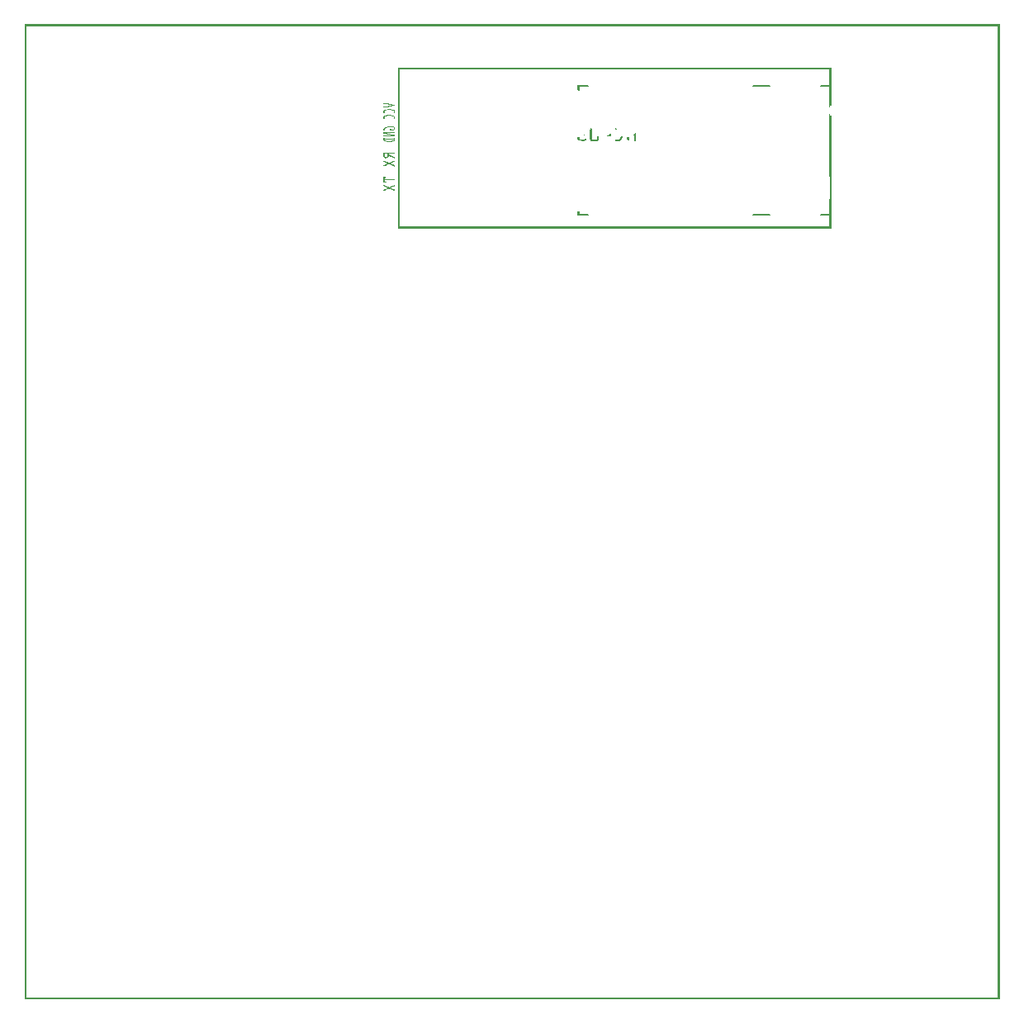
<source format=gbo>
G04 MADE WITH FRITZING*
G04 WWW.FRITZING.ORG*
G04 DOUBLE SIDED*
G04 HOLES PLATED*
G04 CONTOUR ON CENTER OF CONTOUR VECTOR*
%ASAXBY*%
%FSLAX23Y23*%
%MOIN*%
%OFA0B0*%
%SFA1.0B1.0*%
%ADD10C,0.008000*%
%ADD11R,0.001000X0.001000*%
%LNSILK0*%
G90*
G70*
G54D10*
X2941Y3688D02*
X3008Y3688D01*
D02*
X2941Y3169D02*
X3008Y3169D01*
D02*
X2236Y3688D02*
X2276Y3688D01*
D02*
X2236Y3169D02*
X2276Y3169D01*
D02*
X3252Y3169D02*
X3252Y3208D01*
D02*
X3252Y3169D02*
X3213Y3169D01*
D02*
X3252Y3688D02*
X3252Y3649D01*
D02*
X3252Y3688D02*
X3213Y3688D01*
G54D11*
X0Y3937D02*
X3936Y3937D01*
X0Y3936D02*
X3936Y3936D01*
X0Y3935D02*
X3936Y3935D01*
X0Y3934D02*
X3936Y3934D01*
X0Y3933D02*
X3936Y3933D01*
X0Y3932D02*
X3936Y3932D01*
X0Y3931D02*
X3936Y3931D01*
X0Y3930D02*
X3936Y3930D01*
X0Y3929D02*
X7Y3929D01*
X3929Y3929D02*
X3936Y3929D01*
X0Y3928D02*
X7Y3928D01*
X3929Y3928D02*
X3936Y3928D01*
X0Y3927D02*
X7Y3927D01*
X3929Y3927D02*
X3936Y3927D01*
X0Y3926D02*
X7Y3926D01*
X3929Y3926D02*
X3936Y3926D01*
X0Y3925D02*
X7Y3925D01*
X3929Y3925D02*
X3936Y3925D01*
X0Y3924D02*
X7Y3924D01*
X3929Y3924D02*
X3936Y3924D01*
X0Y3923D02*
X7Y3923D01*
X3929Y3923D02*
X3936Y3923D01*
X0Y3922D02*
X7Y3922D01*
X3929Y3922D02*
X3936Y3922D01*
X0Y3921D02*
X7Y3921D01*
X3929Y3921D02*
X3936Y3921D01*
X0Y3920D02*
X7Y3920D01*
X3929Y3920D02*
X3936Y3920D01*
X0Y3919D02*
X7Y3919D01*
X3929Y3919D02*
X3936Y3919D01*
X0Y3918D02*
X7Y3918D01*
X3929Y3918D02*
X3936Y3918D01*
X0Y3917D02*
X7Y3917D01*
X3929Y3917D02*
X3936Y3917D01*
X0Y3916D02*
X7Y3916D01*
X3929Y3916D02*
X3936Y3916D01*
X0Y3915D02*
X7Y3915D01*
X3929Y3915D02*
X3936Y3915D01*
X0Y3914D02*
X7Y3914D01*
X3929Y3914D02*
X3936Y3914D01*
X0Y3913D02*
X7Y3913D01*
X3929Y3913D02*
X3936Y3913D01*
X0Y3912D02*
X7Y3912D01*
X3929Y3912D02*
X3936Y3912D01*
X0Y3911D02*
X7Y3911D01*
X3929Y3911D02*
X3936Y3911D01*
X0Y3910D02*
X7Y3910D01*
X3929Y3910D02*
X3936Y3910D01*
X0Y3909D02*
X7Y3909D01*
X3929Y3909D02*
X3936Y3909D01*
X0Y3908D02*
X7Y3908D01*
X3929Y3908D02*
X3936Y3908D01*
X0Y3907D02*
X7Y3907D01*
X3929Y3907D02*
X3936Y3907D01*
X0Y3906D02*
X7Y3906D01*
X3929Y3906D02*
X3936Y3906D01*
X0Y3905D02*
X7Y3905D01*
X3929Y3905D02*
X3936Y3905D01*
X0Y3904D02*
X7Y3904D01*
X3929Y3904D02*
X3936Y3904D01*
X0Y3903D02*
X7Y3903D01*
X3929Y3903D02*
X3936Y3903D01*
X0Y3902D02*
X7Y3902D01*
X3929Y3902D02*
X3936Y3902D01*
X0Y3901D02*
X7Y3901D01*
X3929Y3901D02*
X3936Y3901D01*
X0Y3900D02*
X7Y3900D01*
X3929Y3900D02*
X3936Y3900D01*
X0Y3899D02*
X7Y3899D01*
X3929Y3899D02*
X3936Y3899D01*
X0Y3898D02*
X7Y3898D01*
X3929Y3898D02*
X3936Y3898D01*
X0Y3897D02*
X7Y3897D01*
X3929Y3897D02*
X3936Y3897D01*
X0Y3896D02*
X7Y3896D01*
X3929Y3896D02*
X3936Y3896D01*
X0Y3895D02*
X7Y3895D01*
X3929Y3895D02*
X3936Y3895D01*
X0Y3894D02*
X7Y3894D01*
X3929Y3894D02*
X3936Y3894D01*
X0Y3893D02*
X7Y3893D01*
X3929Y3893D02*
X3936Y3893D01*
X0Y3892D02*
X7Y3892D01*
X3929Y3892D02*
X3936Y3892D01*
X0Y3891D02*
X7Y3891D01*
X3929Y3891D02*
X3936Y3891D01*
X0Y3890D02*
X7Y3890D01*
X3929Y3890D02*
X3936Y3890D01*
X0Y3889D02*
X7Y3889D01*
X3929Y3889D02*
X3936Y3889D01*
X0Y3888D02*
X7Y3888D01*
X3929Y3888D02*
X3936Y3888D01*
X0Y3887D02*
X7Y3887D01*
X3929Y3887D02*
X3936Y3887D01*
X0Y3886D02*
X7Y3886D01*
X3929Y3886D02*
X3936Y3886D01*
X0Y3885D02*
X7Y3885D01*
X3929Y3885D02*
X3936Y3885D01*
X0Y3884D02*
X7Y3884D01*
X3929Y3884D02*
X3936Y3884D01*
X0Y3883D02*
X7Y3883D01*
X3929Y3883D02*
X3936Y3883D01*
X0Y3882D02*
X7Y3882D01*
X3929Y3882D02*
X3936Y3882D01*
X0Y3881D02*
X7Y3881D01*
X3929Y3881D02*
X3936Y3881D01*
X0Y3880D02*
X7Y3880D01*
X3929Y3880D02*
X3936Y3880D01*
X0Y3879D02*
X7Y3879D01*
X3929Y3879D02*
X3936Y3879D01*
X0Y3878D02*
X7Y3878D01*
X3929Y3878D02*
X3936Y3878D01*
X0Y3877D02*
X7Y3877D01*
X3929Y3877D02*
X3936Y3877D01*
X0Y3876D02*
X7Y3876D01*
X3929Y3876D02*
X3936Y3876D01*
X0Y3875D02*
X7Y3875D01*
X3929Y3875D02*
X3936Y3875D01*
X0Y3874D02*
X7Y3874D01*
X3929Y3874D02*
X3936Y3874D01*
X0Y3873D02*
X7Y3873D01*
X3929Y3873D02*
X3936Y3873D01*
X0Y3872D02*
X7Y3872D01*
X3929Y3872D02*
X3936Y3872D01*
X0Y3871D02*
X7Y3871D01*
X3929Y3871D02*
X3936Y3871D01*
X0Y3870D02*
X7Y3870D01*
X3929Y3870D02*
X3936Y3870D01*
X0Y3869D02*
X7Y3869D01*
X3929Y3869D02*
X3936Y3869D01*
X0Y3868D02*
X7Y3868D01*
X3929Y3868D02*
X3936Y3868D01*
X0Y3867D02*
X7Y3867D01*
X3929Y3867D02*
X3936Y3867D01*
X0Y3866D02*
X7Y3866D01*
X3929Y3866D02*
X3936Y3866D01*
X0Y3865D02*
X7Y3865D01*
X3929Y3865D02*
X3936Y3865D01*
X0Y3864D02*
X7Y3864D01*
X3929Y3864D02*
X3936Y3864D01*
X0Y3863D02*
X7Y3863D01*
X3929Y3863D02*
X3936Y3863D01*
X0Y3862D02*
X7Y3862D01*
X3929Y3862D02*
X3936Y3862D01*
X0Y3861D02*
X7Y3861D01*
X3929Y3861D02*
X3936Y3861D01*
X0Y3860D02*
X7Y3860D01*
X3929Y3860D02*
X3936Y3860D01*
X0Y3859D02*
X7Y3859D01*
X3929Y3859D02*
X3936Y3859D01*
X0Y3858D02*
X7Y3858D01*
X3929Y3858D02*
X3936Y3858D01*
X0Y3857D02*
X7Y3857D01*
X3929Y3857D02*
X3936Y3857D01*
X0Y3856D02*
X7Y3856D01*
X3929Y3856D02*
X3936Y3856D01*
X0Y3855D02*
X7Y3855D01*
X3929Y3855D02*
X3936Y3855D01*
X0Y3854D02*
X7Y3854D01*
X3929Y3854D02*
X3936Y3854D01*
X0Y3853D02*
X7Y3853D01*
X3929Y3853D02*
X3936Y3853D01*
X0Y3852D02*
X7Y3852D01*
X3929Y3852D02*
X3936Y3852D01*
X0Y3851D02*
X7Y3851D01*
X3929Y3851D02*
X3936Y3851D01*
X0Y3850D02*
X7Y3850D01*
X3929Y3850D02*
X3936Y3850D01*
X0Y3849D02*
X7Y3849D01*
X3929Y3849D02*
X3936Y3849D01*
X0Y3848D02*
X7Y3848D01*
X3929Y3848D02*
X3936Y3848D01*
X0Y3847D02*
X7Y3847D01*
X3929Y3847D02*
X3936Y3847D01*
X0Y3846D02*
X7Y3846D01*
X3929Y3846D02*
X3936Y3846D01*
X0Y3845D02*
X7Y3845D01*
X3929Y3845D02*
X3936Y3845D01*
X0Y3844D02*
X7Y3844D01*
X3929Y3844D02*
X3936Y3844D01*
X0Y3843D02*
X7Y3843D01*
X3929Y3843D02*
X3936Y3843D01*
X0Y3842D02*
X7Y3842D01*
X3929Y3842D02*
X3936Y3842D01*
X0Y3841D02*
X7Y3841D01*
X3929Y3841D02*
X3936Y3841D01*
X0Y3840D02*
X7Y3840D01*
X3929Y3840D02*
X3936Y3840D01*
X0Y3839D02*
X7Y3839D01*
X3929Y3839D02*
X3936Y3839D01*
X0Y3838D02*
X7Y3838D01*
X3929Y3838D02*
X3936Y3838D01*
X0Y3837D02*
X7Y3837D01*
X3929Y3837D02*
X3936Y3837D01*
X0Y3836D02*
X7Y3836D01*
X3929Y3836D02*
X3936Y3836D01*
X0Y3835D02*
X7Y3835D01*
X3929Y3835D02*
X3936Y3835D01*
X0Y3834D02*
X7Y3834D01*
X3929Y3834D02*
X3936Y3834D01*
X0Y3833D02*
X7Y3833D01*
X3929Y3833D02*
X3936Y3833D01*
X0Y3832D02*
X7Y3832D01*
X3929Y3832D02*
X3936Y3832D01*
X0Y3831D02*
X7Y3831D01*
X3929Y3831D02*
X3936Y3831D01*
X0Y3830D02*
X7Y3830D01*
X3929Y3830D02*
X3936Y3830D01*
X0Y3829D02*
X7Y3829D01*
X3929Y3829D02*
X3936Y3829D01*
X0Y3828D02*
X7Y3828D01*
X3929Y3828D02*
X3936Y3828D01*
X0Y3827D02*
X7Y3827D01*
X3929Y3827D02*
X3936Y3827D01*
X0Y3826D02*
X7Y3826D01*
X3929Y3826D02*
X3936Y3826D01*
X0Y3825D02*
X7Y3825D01*
X3929Y3825D02*
X3936Y3825D01*
X0Y3824D02*
X7Y3824D01*
X3929Y3824D02*
X3936Y3824D01*
X0Y3823D02*
X7Y3823D01*
X3929Y3823D02*
X3936Y3823D01*
X0Y3822D02*
X7Y3822D01*
X3929Y3822D02*
X3936Y3822D01*
X0Y3821D02*
X7Y3821D01*
X3929Y3821D02*
X3936Y3821D01*
X0Y3820D02*
X7Y3820D01*
X3929Y3820D02*
X3936Y3820D01*
X0Y3819D02*
X7Y3819D01*
X3929Y3819D02*
X3936Y3819D01*
X0Y3818D02*
X7Y3818D01*
X3929Y3818D02*
X3936Y3818D01*
X0Y3817D02*
X7Y3817D01*
X3929Y3817D02*
X3936Y3817D01*
X0Y3816D02*
X7Y3816D01*
X3929Y3816D02*
X3936Y3816D01*
X0Y3815D02*
X7Y3815D01*
X3929Y3815D02*
X3936Y3815D01*
X0Y3814D02*
X7Y3814D01*
X3929Y3814D02*
X3936Y3814D01*
X0Y3813D02*
X7Y3813D01*
X3929Y3813D02*
X3936Y3813D01*
X0Y3812D02*
X7Y3812D01*
X3929Y3812D02*
X3936Y3812D01*
X0Y3811D02*
X7Y3811D01*
X3929Y3811D02*
X3936Y3811D01*
X0Y3810D02*
X7Y3810D01*
X3929Y3810D02*
X3936Y3810D01*
X0Y3809D02*
X7Y3809D01*
X3929Y3809D02*
X3936Y3809D01*
X0Y3808D02*
X7Y3808D01*
X3929Y3808D02*
X3936Y3808D01*
X0Y3807D02*
X7Y3807D01*
X3929Y3807D02*
X3936Y3807D01*
X0Y3806D02*
X7Y3806D01*
X3929Y3806D02*
X3936Y3806D01*
X0Y3805D02*
X7Y3805D01*
X3929Y3805D02*
X3936Y3805D01*
X0Y3804D02*
X7Y3804D01*
X3929Y3804D02*
X3936Y3804D01*
X0Y3803D02*
X7Y3803D01*
X3929Y3803D02*
X3936Y3803D01*
X0Y3802D02*
X7Y3802D01*
X3929Y3802D02*
X3936Y3802D01*
X0Y3801D02*
X7Y3801D01*
X3929Y3801D02*
X3936Y3801D01*
X0Y3800D02*
X7Y3800D01*
X3929Y3800D02*
X3936Y3800D01*
X0Y3799D02*
X7Y3799D01*
X3929Y3799D02*
X3936Y3799D01*
X0Y3798D02*
X7Y3798D01*
X3929Y3798D02*
X3936Y3798D01*
X0Y3797D02*
X7Y3797D01*
X3929Y3797D02*
X3936Y3797D01*
X0Y3796D02*
X7Y3796D01*
X3929Y3796D02*
X3936Y3796D01*
X0Y3795D02*
X7Y3795D01*
X3929Y3795D02*
X3936Y3795D01*
X0Y3794D02*
X7Y3794D01*
X3929Y3794D02*
X3936Y3794D01*
X0Y3793D02*
X7Y3793D01*
X3929Y3793D02*
X3936Y3793D01*
X0Y3792D02*
X7Y3792D01*
X3929Y3792D02*
X3936Y3792D01*
X0Y3791D02*
X7Y3791D01*
X3929Y3791D02*
X3936Y3791D01*
X0Y3790D02*
X7Y3790D01*
X3929Y3790D02*
X3936Y3790D01*
X0Y3789D02*
X7Y3789D01*
X3929Y3789D02*
X3936Y3789D01*
X0Y3788D02*
X7Y3788D01*
X3929Y3788D02*
X3936Y3788D01*
X0Y3787D02*
X7Y3787D01*
X3929Y3787D02*
X3936Y3787D01*
X0Y3786D02*
X7Y3786D01*
X3929Y3786D02*
X3936Y3786D01*
X0Y3785D02*
X7Y3785D01*
X3929Y3785D02*
X3936Y3785D01*
X0Y3784D02*
X7Y3784D01*
X3929Y3784D02*
X3936Y3784D01*
X0Y3783D02*
X7Y3783D01*
X3929Y3783D02*
X3936Y3783D01*
X0Y3782D02*
X7Y3782D01*
X3929Y3782D02*
X3936Y3782D01*
X0Y3781D02*
X7Y3781D01*
X3929Y3781D02*
X3936Y3781D01*
X0Y3780D02*
X7Y3780D01*
X3929Y3780D02*
X3936Y3780D01*
X0Y3779D02*
X7Y3779D01*
X3929Y3779D02*
X3936Y3779D01*
X0Y3778D02*
X7Y3778D01*
X3929Y3778D02*
X3936Y3778D01*
X0Y3777D02*
X7Y3777D01*
X3929Y3777D02*
X3936Y3777D01*
X0Y3776D02*
X7Y3776D01*
X3929Y3776D02*
X3936Y3776D01*
X0Y3775D02*
X7Y3775D01*
X3929Y3775D02*
X3936Y3775D01*
X0Y3774D02*
X7Y3774D01*
X3929Y3774D02*
X3936Y3774D01*
X0Y3773D02*
X7Y3773D01*
X3929Y3773D02*
X3936Y3773D01*
X0Y3772D02*
X7Y3772D01*
X3929Y3772D02*
X3936Y3772D01*
X0Y3771D02*
X7Y3771D01*
X3929Y3771D02*
X3936Y3771D01*
X0Y3770D02*
X7Y3770D01*
X3929Y3770D02*
X3936Y3770D01*
X0Y3769D02*
X7Y3769D01*
X3929Y3769D02*
X3936Y3769D01*
X0Y3768D02*
X7Y3768D01*
X3929Y3768D02*
X3936Y3768D01*
X0Y3767D02*
X7Y3767D01*
X3929Y3767D02*
X3936Y3767D01*
X0Y3766D02*
X7Y3766D01*
X3929Y3766D02*
X3936Y3766D01*
X0Y3765D02*
X7Y3765D01*
X3929Y3765D02*
X3936Y3765D01*
X0Y3764D02*
X7Y3764D01*
X3929Y3764D02*
X3936Y3764D01*
X0Y3763D02*
X7Y3763D01*
X1507Y3763D02*
X3256Y3763D01*
X3929Y3763D02*
X3936Y3763D01*
X0Y3762D02*
X7Y3762D01*
X1507Y3762D02*
X3256Y3762D01*
X3929Y3762D02*
X3936Y3762D01*
X0Y3761D02*
X7Y3761D01*
X1507Y3761D02*
X3256Y3761D01*
X3929Y3761D02*
X3936Y3761D01*
X0Y3760D02*
X7Y3760D01*
X1507Y3760D02*
X3256Y3760D01*
X3929Y3760D02*
X3936Y3760D01*
X0Y3759D02*
X7Y3759D01*
X1507Y3759D02*
X3256Y3759D01*
X3929Y3759D02*
X3936Y3759D01*
X0Y3758D02*
X7Y3758D01*
X1507Y3758D02*
X3256Y3758D01*
X3929Y3758D02*
X3936Y3758D01*
X0Y3757D02*
X7Y3757D01*
X1507Y3757D02*
X3256Y3757D01*
X3929Y3757D02*
X3936Y3757D01*
X0Y3756D02*
X7Y3756D01*
X1507Y3756D02*
X3256Y3756D01*
X3929Y3756D02*
X3936Y3756D01*
X0Y3755D02*
X7Y3755D01*
X1507Y3755D02*
X1514Y3755D01*
X3249Y3755D02*
X3256Y3755D01*
X3929Y3755D02*
X3936Y3755D01*
X0Y3754D02*
X7Y3754D01*
X1507Y3754D02*
X1514Y3754D01*
X3249Y3754D02*
X3256Y3754D01*
X3929Y3754D02*
X3936Y3754D01*
X0Y3753D02*
X7Y3753D01*
X1507Y3753D02*
X1514Y3753D01*
X3249Y3753D02*
X3256Y3753D01*
X3929Y3753D02*
X3936Y3753D01*
X0Y3752D02*
X7Y3752D01*
X1507Y3752D02*
X1514Y3752D01*
X3249Y3752D02*
X3256Y3752D01*
X3929Y3752D02*
X3936Y3752D01*
X0Y3751D02*
X7Y3751D01*
X1507Y3751D02*
X1514Y3751D01*
X3249Y3751D02*
X3256Y3751D01*
X3929Y3751D02*
X3936Y3751D01*
X0Y3750D02*
X7Y3750D01*
X1507Y3750D02*
X1514Y3750D01*
X3249Y3750D02*
X3256Y3750D01*
X3929Y3750D02*
X3936Y3750D01*
X0Y3749D02*
X7Y3749D01*
X1507Y3749D02*
X1514Y3749D01*
X3249Y3749D02*
X3256Y3749D01*
X3929Y3749D02*
X3936Y3749D01*
X0Y3748D02*
X7Y3748D01*
X1507Y3748D02*
X1514Y3748D01*
X3249Y3748D02*
X3256Y3748D01*
X3929Y3748D02*
X3936Y3748D01*
X0Y3747D02*
X7Y3747D01*
X1507Y3747D02*
X1514Y3747D01*
X3249Y3747D02*
X3256Y3747D01*
X3929Y3747D02*
X3936Y3747D01*
X0Y3746D02*
X7Y3746D01*
X1507Y3746D02*
X1514Y3746D01*
X3249Y3746D02*
X3256Y3746D01*
X3929Y3746D02*
X3936Y3746D01*
X0Y3745D02*
X7Y3745D01*
X1507Y3745D02*
X1514Y3745D01*
X3249Y3745D02*
X3256Y3745D01*
X3929Y3745D02*
X3936Y3745D01*
X0Y3744D02*
X7Y3744D01*
X1507Y3744D02*
X1514Y3744D01*
X3249Y3744D02*
X3256Y3744D01*
X3929Y3744D02*
X3936Y3744D01*
X0Y3743D02*
X7Y3743D01*
X1507Y3743D02*
X1514Y3743D01*
X3249Y3743D02*
X3256Y3743D01*
X3929Y3743D02*
X3936Y3743D01*
X0Y3742D02*
X7Y3742D01*
X1507Y3742D02*
X1514Y3742D01*
X3249Y3742D02*
X3256Y3742D01*
X3929Y3742D02*
X3936Y3742D01*
X0Y3741D02*
X7Y3741D01*
X1507Y3741D02*
X1514Y3741D01*
X3249Y3741D02*
X3256Y3741D01*
X3929Y3741D02*
X3936Y3741D01*
X0Y3740D02*
X7Y3740D01*
X1507Y3740D02*
X1514Y3740D01*
X3249Y3740D02*
X3256Y3740D01*
X3929Y3740D02*
X3936Y3740D01*
X0Y3739D02*
X7Y3739D01*
X1507Y3739D02*
X1514Y3739D01*
X3249Y3739D02*
X3256Y3739D01*
X3929Y3739D02*
X3936Y3739D01*
X0Y3738D02*
X7Y3738D01*
X1507Y3738D02*
X1514Y3738D01*
X3249Y3738D02*
X3256Y3738D01*
X3929Y3738D02*
X3936Y3738D01*
X0Y3737D02*
X7Y3737D01*
X1507Y3737D02*
X1514Y3737D01*
X3249Y3737D02*
X3256Y3737D01*
X3929Y3737D02*
X3936Y3737D01*
X0Y3736D02*
X7Y3736D01*
X1507Y3736D02*
X1514Y3736D01*
X3249Y3736D02*
X3256Y3736D01*
X3929Y3736D02*
X3936Y3736D01*
X0Y3735D02*
X7Y3735D01*
X1507Y3735D02*
X1514Y3735D01*
X3249Y3735D02*
X3256Y3735D01*
X3929Y3735D02*
X3936Y3735D01*
X0Y3734D02*
X7Y3734D01*
X1507Y3734D02*
X1514Y3734D01*
X3249Y3734D02*
X3256Y3734D01*
X3929Y3734D02*
X3936Y3734D01*
X0Y3733D02*
X7Y3733D01*
X1507Y3733D02*
X1514Y3733D01*
X3249Y3733D02*
X3256Y3733D01*
X3929Y3733D02*
X3936Y3733D01*
X0Y3732D02*
X7Y3732D01*
X1507Y3732D02*
X1514Y3732D01*
X3249Y3732D02*
X3256Y3732D01*
X3929Y3732D02*
X3936Y3732D01*
X0Y3731D02*
X7Y3731D01*
X1507Y3731D02*
X1514Y3731D01*
X3249Y3731D02*
X3256Y3731D01*
X3929Y3731D02*
X3936Y3731D01*
X0Y3730D02*
X7Y3730D01*
X1507Y3730D02*
X1514Y3730D01*
X3249Y3730D02*
X3256Y3730D01*
X3929Y3730D02*
X3936Y3730D01*
X0Y3729D02*
X7Y3729D01*
X1507Y3729D02*
X1514Y3729D01*
X3249Y3729D02*
X3256Y3729D01*
X3929Y3729D02*
X3936Y3729D01*
X0Y3728D02*
X7Y3728D01*
X1507Y3728D02*
X1514Y3728D01*
X3249Y3728D02*
X3256Y3728D01*
X3929Y3728D02*
X3936Y3728D01*
X0Y3727D02*
X7Y3727D01*
X1507Y3727D02*
X1514Y3727D01*
X3249Y3727D02*
X3256Y3727D01*
X3929Y3727D02*
X3936Y3727D01*
X0Y3726D02*
X7Y3726D01*
X1507Y3726D02*
X1514Y3726D01*
X3249Y3726D02*
X3256Y3726D01*
X3929Y3726D02*
X3936Y3726D01*
X0Y3725D02*
X7Y3725D01*
X1507Y3725D02*
X1514Y3725D01*
X3249Y3725D02*
X3256Y3725D01*
X3929Y3725D02*
X3936Y3725D01*
X0Y3724D02*
X7Y3724D01*
X1507Y3724D02*
X1514Y3724D01*
X3249Y3724D02*
X3256Y3724D01*
X3929Y3724D02*
X3936Y3724D01*
X0Y3723D02*
X7Y3723D01*
X1507Y3723D02*
X1514Y3723D01*
X3249Y3723D02*
X3256Y3723D01*
X3929Y3723D02*
X3936Y3723D01*
X0Y3722D02*
X7Y3722D01*
X1507Y3722D02*
X1514Y3722D01*
X3249Y3722D02*
X3256Y3722D01*
X3929Y3722D02*
X3936Y3722D01*
X0Y3721D02*
X7Y3721D01*
X1507Y3721D02*
X1514Y3721D01*
X3249Y3721D02*
X3256Y3721D01*
X3929Y3721D02*
X3936Y3721D01*
X0Y3720D02*
X7Y3720D01*
X1507Y3720D02*
X1514Y3720D01*
X3249Y3720D02*
X3256Y3720D01*
X3929Y3720D02*
X3936Y3720D01*
X0Y3719D02*
X7Y3719D01*
X1507Y3719D02*
X1514Y3719D01*
X3249Y3719D02*
X3256Y3719D01*
X3929Y3719D02*
X3936Y3719D01*
X0Y3718D02*
X7Y3718D01*
X1507Y3718D02*
X1514Y3718D01*
X3249Y3718D02*
X3256Y3718D01*
X3929Y3718D02*
X3936Y3718D01*
X0Y3717D02*
X7Y3717D01*
X1507Y3717D02*
X1514Y3717D01*
X3249Y3717D02*
X3256Y3717D01*
X3929Y3717D02*
X3936Y3717D01*
X0Y3716D02*
X7Y3716D01*
X1507Y3716D02*
X1514Y3716D01*
X3249Y3716D02*
X3256Y3716D01*
X3929Y3716D02*
X3936Y3716D01*
X0Y3715D02*
X7Y3715D01*
X1507Y3715D02*
X1514Y3715D01*
X3249Y3715D02*
X3256Y3715D01*
X3929Y3715D02*
X3936Y3715D01*
X0Y3714D02*
X7Y3714D01*
X1507Y3714D02*
X1514Y3714D01*
X3249Y3714D02*
X3256Y3714D01*
X3929Y3714D02*
X3936Y3714D01*
X0Y3713D02*
X7Y3713D01*
X1507Y3713D02*
X1514Y3713D01*
X3249Y3713D02*
X3256Y3713D01*
X3929Y3713D02*
X3936Y3713D01*
X0Y3712D02*
X7Y3712D01*
X1507Y3712D02*
X1514Y3712D01*
X3249Y3712D02*
X3256Y3712D01*
X3929Y3712D02*
X3936Y3712D01*
X0Y3711D02*
X7Y3711D01*
X1507Y3711D02*
X1514Y3711D01*
X3249Y3711D02*
X3256Y3711D01*
X3929Y3711D02*
X3936Y3711D01*
X0Y3710D02*
X7Y3710D01*
X1507Y3710D02*
X1514Y3710D01*
X3249Y3710D02*
X3256Y3710D01*
X3929Y3710D02*
X3936Y3710D01*
X0Y3709D02*
X7Y3709D01*
X1507Y3709D02*
X1514Y3709D01*
X3249Y3709D02*
X3256Y3709D01*
X3929Y3709D02*
X3936Y3709D01*
X0Y3708D02*
X7Y3708D01*
X1507Y3708D02*
X1514Y3708D01*
X3249Y3708D02*
X3256Y3708D01*
X3929Y3708D02*
X3936Y3708D01*
X0Y3707D02*
X7Y3707D01*
X1507Y3707D02*
X1514Y3707D01*
X3249Y3707D02*
X3256Y3707D01*
X3929Y3707D02*
X3936Y3707D01*
X0Y3706D02*
X7Y3706D01*
X1507Y3706D02*
X1514Y3706D01*
X3249Y3706D02*
X3256Y3706D01*
X3929Y3706D02*
X3936Y3706D01*
X0Y3705D02*
X7Y3705D01*
X1507Y3705D02*
X1514Y3705D01*
X3249Y3705D02*
X3256Y3705D01*
X3929Y3705D02*
X3936Y3705D01*
X0Y3704D02*
X7Y3704D01*
X1507Y3704D02*
X1514Y3704D01*
X3249Y3704D02*
X3256Y3704D01*
X3929Y3704D02*
X3936Y3704D01*
X0Y3703D02*
X7Y3703D01*
X1507Y3703D02*
X1514Y3703D01*
X3249Y3703D02*
X3256Y3703D01*
X3929Y3703D02*
X3936Y3703D01*
X0Y3702D02*
X7Y3702D01*
X1507Y3702D02*
X1514Y3702D01*
X3249Y3702D02*
X3256Y3702D01*
X3929Y3702D02*
X3936Y3702D01*
X0Y3701D02*
X7Y3701D01*
X1507Y3701D02*
X1514Y3701D01*
X3249Y3701D02*
X3256Y3701D01*
X3929Y3701D02*
X3936Y3701D01*
X0Y3700D02*
X7Y3700D01*
X1507Y3700D02*
X1514Y3700D01*
X3249Y3700D02*
X3256Y3700D01*
X3929Y3700D02*
X3936Y3700D01*
X0Y3699D02*
X7Y3699D01*
X1507Y3699D02*
X1514Y3699D01*
X3249Y3699D02*
X3256Y3699D01*
X3929Y3699D02*
X3936Y3699D01*
X0Y3698D02*
X7Y3698D01*
X1507Y3698D02*
X1514Y3698D01*
X3249Y3698D02*
X3256Y3698D01*
X3929Y3698D02*
X3936Y3698D01*
X0Y3697D02*
X7Y3697D01*
X1507Y3697D02*
X1514Y3697D01*
X3249Y3697D02*
X3256Y3697D01*
X3929Y3697D02*
X3936Y3697D01*
X0Y3696D02*
X7Y3696D01*
X1507Y3696D02*
X1514Y3696D01*
X3249Y3696D02*
X3256Y3696D01*
X3929Y3696D02*
X3936Y3696D01*
X0Y3695D02*
X7Y3695D01*
X1507Y3695D02*
X1514Y3695D01*
X3249Y3695D02*
X3256Y3695D01*
X3929Y3695D02*
X3936Y3695D01*
X0Y3694D02*
X7Y3694D01*
X1507Y3694D02*
X1514Y3694D01*
X3249Y3694D02*
X3256Y3694D01*
X3929Y3694D02*
X3936Y3694D01*
X0Y3693D02*
X7Y3693D01*
X1507Y3693D02*
X1514Y3693D01*
X3249Y3693D02*
X3256Y3693D01*
X3929Y3693D02*
X3936Y3693D01*
X0Y3692D02*
X7Y3692D01*
X1507Y3692D02*
X1514Y3692D01*
X2234Y3692D02*
X2238Y3692D01*
X3249Y3692D02*
X3256Y3692D01*
X3929Y3692D02*
X3936Y3692D01*
X0Y3691D02*
X7Y3691D01*
X1507Y3691D02*
X1514Y3691D01*
X2233Y3691D02*
X2239Y3691D01*
X3249Y3691D02*
X3256Y3691D01*
X3929Y3691D02*
X3936Y3691D01*
X0Y3690D02*
X7Y3690D01*
X1507Y3690D02*
X1514Y3690D01*
X2232Y3690D02*
X2239Y3690D01*
X3249Y3690D02*
X3256Y3690D01*
X3929Y3690D02*
X3936Y3690D01*
X0Y3689D02*
X7Y3689D01*
X1507Y3689D02*
X1514Y3689D01*
X2232Y3689D02*
X2239Y3689D01*
X3249Y3689D02*
X3256Y3689D01*
X3929Y3689D02*
X3936Y3689D01*
X0Y3688D02*
X7Y3688D01*
X1507Y3688D02*
X1514Y3688D01*
X2232Y3688D02*
X2239Y3688D01*
X3249Y3688D02*
X3256Y3688D01*
X3929Y3688D02*
X3936Y3688D01*
X0Y3687D02*
X7Y3687D01*
X1507Y3687D02*
X1514Y3687D01*
X2232Y3687D02*
X2239Y3687D01*
X3249Y3687D02*
X3256Y3687D01*
X3929Y3687D02*
X3936Y3687D01*
X0Y3686D02*
X7Y3686D01*
X1507Y3686D02*
X1514Y3686D01*
X2232Y3686D02*
X2239Y3686D01*
X3249Y3686D02*
X3256Y3686D01*
X3929Y3686D02*
X3936Y3686D01*
X0Y3685D02*
X7Y3685D01*
X1507Y3685D02*
X1514Y3685D01*
X2232Y3685D02*
X2239Y3685D01*
X3249Y3685D02*
X3256Y3685D01*
X3929Y3685D02*
X3936Y3685D01*
X0Y3684D02*
X7Y3684D01*
X1507Y3684D02*
X1514Y3684D01*
X2232Y3684D02*
X2239Y3684D01*
X3249Y3684D02*
X3256Y3684D01*
X3929Y3684D02*
X3936Y3684D01*
X0Y3683D02*
X7Y3683D01*
X1507Y3683D02*
X1514Y3683D01*
X2232Y3683D02*
X2239Y3683D01*
X3249Y3683D02*
X3256Y3683D01*
X3929Y3683D02*
X3936Y3683D01*
X0Y3682D02*
X7Y3682D01*
X1507Y3682D02*
X1514Y3682D01*
X2232Y3682D02*
X2239Y3682D01*
X3249Y3682D02*
X3256Y3682D01*
X3929Y3682D02*
X3936Y3682D01*
X0Y3681D02*
X7Y3681D01*
X1507Y3681D02*
X1514Y3681D01*
X2232Y3681D02*
X2239Y3681D01*
X3249Y3681D02*
X3256Y3681D01*
X3929Y3681D02*
X3936Y3681D01*
X0Y3680D02*
X7Y3680D01*
X1507Y3680D02*
X1514Y3680D01*
X2232Y3680D02*
X2239Y3680D01*
X3249Y3680D02*
X3256Y3680D01*
X3929Y3680D02*
X3936Y3680D01*
X0Y3679D02*
X7Y3679D01*
X1507Y3679D02*
X1514Y3679D01*
X2232Y3679D02*
X2239Y3679D01*
X3249Y3679D02*
X3256Y3679D01*
X3929Y3679D02*
X3936Y3679D01*
X0Y3678D02*
X7Y3678D01*
X1507Y3678D02*
X1514Y3678D01*
X2232Y3678D02*
X2239Y3678D01*
X3249Y3678D02*
X3256Y3678D01*
X3929Y3678D02*
X3936Y3678D01*
X0Y3677D02*
X7Y3677D01*
X1507Y3677D02*
X1514Y3677D01*
X2232Y3677D02*
X2239Y3677D01*
X3249Y3677D02*
X3256Y3677D01*
X3929Y3677D02*
X3936Y3677D01*
X0Y3676D02*
X7Y3676D01*
X1507Y3676D02*
X1514Y3676D01*
X2232Y3676D02*
X2239Y3676D01*
X3249Y3676D02*
X3256Y3676D01*
X3929Y3676D02*
X3936Y3676D01*
X0Y3675D02*
X7Y3675D01*
X1507Y3675D02*
X1514Y3675D01*
X2232Y3675D02*
X2239Y3675D01*
X3249Y3675D02*
X3256Y3675D01*
X3929Y3675D02*
X3936Y3675D01*
X0Y3674D02*
X7Y3674D01*
X1507Y3674D02*
X1514Y3674D01*
X2232Y3674D02*
X2239Y3674D01*
X3249Y3674D02*
X3256Y3674D01*
X3929Y3674D02*
X3936Y3674D01*
X0Y3673D02*
X7Y3673D01*
X1507Y3673D02*
X1514Y3673D01*
X2232Y3673D02*
X2239Y3673D01*
X3249Y3673D02*
X3256Y3673D01*
X3929Y3673D02*
X3936Y3673D01*
X0Y3672D02*
X7Y3672D01*
X1507Y3672D02*
X1514Y3672D01*
X2232Y3672D02*
X2239Y3672D01*
X3249Y3672D02*
X3256Y3672D01*
X3929Y3672D02*
X3936Y3672D01*
X0Y3671D02*
X7Y3671D01*
X1507Y3671D02*
X1514Y3671D01*
X2232Y3671D02*
X2239Y3671D01*
X3249Y3671D02*
X3256Y3671D01*
X3929Y3671D02*
X3936Y3671D01*
X0Y3670D02*
X7Y3670D01*
X1507Y3670D02*
X1514Y3670D01*
X2234Y3670D02*
X2239Y3670D01*
X3249Y3670D02*
X3256Y3670D01*
X3929Y3670D02*
X3936Y3670D01*
X0Y3669D02*
X7Y3669D01*
X1507Y3669D02*
X1514Y3669D01*
X3249Y3669D02*
X3256Y3669D01*
X3929Y3669D02*
X3936Y3669D01*
X0Y3668D02*
X7Y3668D01*
X1507Y3668D02*
X1514Y3668D01*
X3249Y3668D02*
X3256Y3668D01*
X3929Y3668D02*
X3936Y3668D01*
X0Y3667D02*
X7Y3667D01*
X1507Y3667D02*
X1514Y3667D01*
X3249Y3667D02*
X3256Y3667D01*
X3929Y3667D02*
X3936Y3667D01*
X0Y3666D02*
X7Y3666D01*
X1507Y3666D02*
X1514Y3666D01*
X3249Y3666D02*
X3256Y3666D01*
X3929Y3666D02*
X3936Y3666D01*
X0Y3665D02*
X7Y3665D01*
X1507Y3665D02*
X1514Y3665D01*
X3249Y3665D02*
X3256Y3665D01*
X3929Y3665D02*
X3936Y3665D01*
X0Y3664D02*
X7Y3664D01*
X1507Y3664D02*
X1514Y3664D01*
X3249Y3664D02*
X3256Y3664D01*
X3929Y3664D02*
X3936Y3664D01*
X0Y3663D02*
X7Y3663D01*
X1507Y3663D02*
X1514Y3663D01*
X3249Y3663D02*
X3256Y3663D01*
X3929Y3663D02*
X3936Y3663D01*
X0Y3662D02*
X7Y3662D01*
X1507Y3662D02*
X1514Y3662D01*
X3249Y3662D02*
X3256Y3662D01*
X3929Y3662D02*
X3936Y3662D01*
X0Y3661D02*
X7Y3661D01*
X1507Y3661D02*
X1514Y3661D01*
X3249Y3661D02*
X3256Y3661D01*
X3929Y3661D02*
X3936Y3661D01*
X0Y3660D02*
X7Y3660D01*
X1507Y3660D02*
X1514Y3660D01*
X3249Y3660D02*
X3256Y3660D01*
X3929Y3660D02*
X3936Y3660D01*
X0Y3659D02*
X7Y3659D01*
X1507Y3659D02*
X1514Y3659D01*
X3249Y3659D02*
X3256Y3659D01*
X3929Y3659D02*
X3936Y3659D01*
X0Y3658D02*
X7Y3658D01*
X1507Y3658D02*
X1514Y3658D01*
X3249Y3658D02*
X3256Y3658D01*
X3929Y3658D02*
X3936Y3658D01*
X0Y3657D02*
X7Y3657D01*
X1507Y3657D02*
X1514Y3657D01*
X3249Y3657D02*
X3256Y3657D01*
X3929Y3657D02*
X3936Y3657D01*
X0Y3656D02*
X7Y3656D01*
X1507Y3656D02*
X1514Y3656D01*
X3249Y3656D02*
X3256Y3656D01*
X3929Y3656D02*
X3936Y3656D01*
X0Y3655D02*
X7Y3655D01*
X1507Y3655D02*
X1514Y3655D01*
X3249Y3655D02*
X3256Y3655D01*
X3929Y3655D02*
X3936Y3655D01*
X0Y3654D02*
X7Y3654D01*
X1507Y3654D02*
X1514Y3654D01*
X3249Y3654D02*
X3256Y3654D01*
X3929Y3654D02*
X3936Y3654D01*
X0Y3653D02*
X7Y3653D01*
X1507Y3653D02*
X1514Y3653D01*
X3249Y3653D02*
X3256Y3653D01*
X3929Y3653D02*
X3936Y3653D01*
X0Y3652D02*
X7Y3652D01*
X1507Y3652D02*
X1514Y3652D01*
X3249Y3652D02*
X3256Y3652D01*
X3929Y3652D02*
X3936Y3652D01*
X0Y3651D02*
X7Y3651D01*
X1507Y3651D02*
X1514Y3651D01*
X3249Y3651D02*
X3256Y3651D01*
X3929Y3651D02*
X3936Y3651D01*
X0Y3650D02*
X7Y3650D01*
X1507Y3650D02*
X1514Y3650D01*
X3249Y3650D02*
X3256Y3650D01*
X3929Y3650D02*
X3936Y3650D01*
X0Y3649D02*
X7Y3649D01*
X1507Y3649D02*
X1514Y3649D01*
X3249Y3649D02*
X3256Y3649D01*
X3929Y3649D02*
X3936Y3649D01*
X0Y3648D02*
X7Y3648D01*
X1507Y3648D02*
X1514Y3648D01*
X3249Y3648D02*
X3256Y3648D01*
X3929Y3648D02*
X3936Y3648D01*
X0Y3647D02*
X7Y3647D01*
X1507Y3647D02*
X1514Y3647D01*
X3249Y3647D02*
X3256Y3647D01*
X3929Y3647D02*
X3936Y3647D01*
X0Y3646D02*
X7Y3646D01*
X1507Y3646D02*
X1514Y3646D01*
X3249Y3646D02*
X3256Y3646D01*
X3929Y3646D02*
X3936Y3646D01*
X0Y3645D02*
X7Y3645D01*
X1507Y3645D02*
X1514Y3645D01*
X3249Y3645D02*
X3256Y3645D01*
X3929Y3645D02*
X3936Y3645D01*
X0Y3644D02*
X7Y3644D01*
X1507Y3644D02*
X1514Y3644D01*
X3249Y3644D02*
X3256Y3644D01*
X3929Y3644D02*
X3936Y3644D01*
X0Y3643D02*
X7Y3643D01*
X1507Y3643D02*
X1514Y3643D01*
X3249Y3643D02*
X3256Y3643D01*
X3929Y3643D02*
X3936Y3643D01*
X0Y3642D02*
X7Y3642D01*
X1507Y3642D02*
X1514Y3642D01*
X3249Y3642D02*
X3256Y3642D01*
X3929Y3642D02*
X3936Y3642D01*
X0Y3641D02*
X7Y3641D01*
X1507Y3641D02*
X1514Y3641D01*
X3249Y3641D02*
X3256Y3641D01*
X3929Y3641D02*
X3936Y3641D01*
X0Y3640D02*
X7Y3640D01*
X1507Y3640D02*
X1514Y3640D01*
X3249Y3640D02*
X3256Y3640D01*
X3929Y3640D02*
X3936Y3640D01*
X0Y3639D02*
X7Y3639D01*
X1507Y3639D02*
X1514Y3639D01*
X3249Y3639D02*
X3256Y3639D01*
X3929Y3639D02*
X3936Y3639D01*
X0Y3638D02*
X7Y3638D01*
X1507Y3638D02*
X1514Y3638D01*
X3249Y3638D02*
X3256Y3638D01*
X3929Y3638D02*
X3936Y3638D01*
X0Y3637D02*
X7Y3637D01*
X1507Y3637D02*
X1514Y3637D01*
X3249Y3637D02*
X3256Y3637D01*
X3929Y3637D02*
X3936Y3637D01*
X0Y3636D02*
X7Y3636D01*
X1507Y3636D02*
X1514Y3636D01*
X3249Y3636D02*
X3256Y3636D01*
X3929Y3636D02*
X3936Y3636D01*
X0Y3635D02*
X7Y3635D01*
X1507Y3635D02*
X1514Y3635D01*
X3249Y3635D02*
X3256Y3635D01*
X3929Y3635D02*
X3936Y3635D01*
X0Y3634D02*
X7Y3634D01*
X1507Y3634D02*
X1514Y3634D01*
X3249Y3634D02*
X3256Y3634D01*
X3929Y3634D02*
X3936Y3634D01*
X0Y3633D02*
X7Y3633D01*
X1507Y3633D02*
X1514Y3633D01*
X3249Y3633D02*
X3256Y3633D01*
X3929Y3633D02*
X3936Y3633D01*
X0Y3632D02*
X7Y3632D01*
X1507Y3632D02*
X1514Y3632D01*
X3249Y3632D02*
X3256Y3632D01*
X3929Y3632D02*
X3936Y3632D01*
X0Y3631D02*
X7Y3631D01*
X1507Y3631D02*
X1514Y3631D01*
X3249Y3631D02*
X3256Y3631D01*
X3929Y3631D02*
X3936Y3631D01*
X0Y3630D02*
X7Y3630D01*
X1507Y3630D02*
X1514Y3630D01*
X3249Y3630D02*
X3256Y3630D01*
X3929Y3630D02*
X3936Y3630D01*
X0Y3629D02*
X7Y3629D01*
X1507Y3629D02*
X1514Y3629D01*
X3249Y3629D02*
X3256Y3629D01*
X3929Y3629D02*
X3936Y3629D01*
X0Y3628D02*
X7Y3628D01*
X1507Y3628D02*
X1514Y3628D01*
X3249Y3628D02*
X3256Y3628D01*
X3929Y3628D02*
X3936Y3628D01*
X0Y3627D02*
X7Y3627D01*
X1507Y3627D02*
X1514Y3627D01*
X3249Y3627D02*
X3256Y3627D01*
X3929Y3627D02*
X3936Y3627D01*
X0Y3626D02*
X7Y3626D01*
X1507Y3626D02*
X1514Y3626D01*
X3249Y3626D02*
X3256Y3626D01*
X3929Y3626D02*
X3936Y3626D01*
X0Y3625D02*
X7Y3625D01*
X1507Y3625D02*
X1514Y3625D01*
X3249Y3625D02*
X3256Y3625D01*
X3929Y3625D02*
X3936Y3625D01*
X0Y3624D02*
X7Y3624D01*
X1507Y3624D02*
X1514Y3624D01*
X3249Y3624D02*
X3256Y3624D01*
X3929Y3624D02*
X3936Y3624D01*
X0Y3623D02*
X7Y3623D01*
X1507Y3623D02*
X1514Y3623D01*
X3249Y3623D02*
X3256Y3623D01*
X3929Y3623D02*
X3936Y3623D01*
X0Y3622D02*
X7Y3622D01*
X1507Y3622D02*
X1514Y3622D01*
X3249Y3622D02*
X3256Y3622D01*
X3929Y3622D02*
X3936Y3622D01*
X0Y3621D02*
X7Y3621D01*
X1507Y3621D02*
X1514Y3621D01*
X3249Y3621D02*
X3256Y3621D01*
X3929Y3621D02*
X3936Y3621D01*
X0Y3620D02*
X7Y3620D01*
X1507Y3620D02*
X1514Y3620D01*
X3249Y3620D02*
X3256Y3620D01*
X3929Y3620D02*
X3936Y3620D01*
X0Y3619D02*
X7Y3619D01*
X1507Y3619D02*
X1514Y3619D01*
X3249Y3619D02*
X3256Y3619D01*
X3929Y3619D02*
X3936Y3619D01*
X0Y3618D02*
X7Y3618D01*
X1449Y3618D02*
X1465Y3618D01*
X1507Y3618D02*
X1514Y3618D01*
X3249Y3618D02*
X3256Y3618D01*
X3929Y3618D02*
X3936Y3618D01*
X0Y3617D02*
X7Y3617D01*
X1449Y3617D02*
X1470Y3617D01*
X1507Y3617D02*
X1514Y3617D01*
X3249Y3617D02*
X3256Y3617D01*
X3929Y3617D02*
X3936Y3617D01*
X0Y3616D02*
X7Y3616D01*
X1450Y3616D02*
X1475Y3616D01*
X1507Y3616D02*
X1514Y3616D01*
X3249Y3616D02*
X3256Y3616D01*
X3929Y3616D02*
X3936Y3616D01*
X0Y3615D02*
X7Y3615D01*
X1464Y3615D02*
X1480Y3615D01*
X1507Y3615D02*
X1514Y3615D01*
X3249Y3615D02*
X3256Y3615D01*
X3929Y3615D02*
X3936Y3615D01*
X0Y3614D02*
X7Y3614D01*
X1468Y3614D02*
X1485Y3614D01*
X1507Y3614D02*
X1514Y3614D01*
X3249Y3614D02*
X3256Y3614D01*
X3929Y3614D02*
X3936Y3614D01*
X0Y3613D02*
X7Y3613D01*
X1473Y3613D02*
X1489Y3613D01*
X1507Y3613D02*
X1514Y3613D01*
X3249Y3613D02*
X3256Y3613D01*
X3929Y3613D02*
X3936Y3613D01*
X0Y3612D02*
X7Y3612D01*
X1478Y3612D02*
X1494Y3612D01*
X1507Y3612D02*
X1514Y3612D01*
X3249Y3612D02*
X3256Y3612D01*
X3929Y3612D02*
X3936Y3612D01*
X0Y3611D02*
X7Y3611D01*
X1483Y3611D02*
X1495Y3611D01*
X1507Y3611D02*
X1514Y3611D01*
X3249Y3611D02*
X3256Y3611D01*
X3929Y3611D02*
X3936Y3611D01*
X0Y3610D02*
X7Y3610D01*
X1482Y3610D02*
X1495Y3610D01*
X1507Y3610D02*
X1514Y3610D01*
X3249Y3610D02*
X3256Y3610D01*
X3929Y3610D02*
X3936Y3610D01*
X0Y3609D02*
X7Y3609D01*
X1477Y3609D02*
X1493Y3609D01*
X1507Y3609D02*
X1514Y3609D01*
X3249Y3609D02*
X3255Y3609D01*
X3929Y3609D02*
X3936Y3609D01*
X0Y3608D02*
X7Y3608D01*
X1472Y3608D02*
X1488Y3608D01*
X1507Y3608D02*
X1514Y3608D01*
X3249Y3608D02*
X3253Y3608D01*
X3929Y3608D02*
X3936Y3608D01*
X0Y3607D02*
X7Y3607D01*
X1467Y3607D02*
X1483Y3607D01*
X1507Y3607D02*
X1514Y3607D01*
X3249Y3607D02*
X3252Y3607D01*
X3929Y3607D02*
X3936Y3607D01*
X0Y3606D02*
X7Y3606D01*
X1463Y3606D02*
X1478Y3606D01*
X1507Y3606D02*
X1514Y3606D01*
X3249Y3606D02*
X3251Y3606D01*
X3929Y3606D02*
X3936Y3606D01*
X0Y3605D02*
X7Y3605D01*
X1449Y3605D02*
X1474Y3605D01*
X1507Y3605D02*
X1514Y3605D01*
X3249Y3605D02*
X3250Y3605D01*
X3929Y3605D02*
X3936Y3605D01*
X0Y3604D02*
X7Y3604D01*
X1449Y3604D02*
X1469Y3604D01*
X1507Y3604D02*
X1514Y3604D01*
X3249Y3604D02*
X3249Y3604D01*
X3929Y3604D02*
X3936Y3604D01*
X0Y3603D02*
X7Y3603D01*
X1450Y3603D02*
X1464Y3603D01*
X1507Y3603D02*
X1514Y3603D01*
X3929Y3603D02*
X3936Y3603D01*
X0Y3602D02*
X7Y3602D01*
X1507Y3602D02*
X1514Y3602D01*
X3929Y3602D02*
X3936Y3602D01*
X0Y3601D02*
X7Y3601D01*
X1507Y3601D02*
X1514Y3601D01*
X3929Y3601D02*
X3936Y3601D01*
X0Y3600D02*
X7Y3600D01*
X1507Y3600D02*
X1514Y3600D01*
X3929Y3600D02*
X3936Y3600D01*
X0Y3599D02*
X7Y3599D01*
X1507Y3599D02*
X1514Y3599D01*
X3929Y3599D02*
X3936Y3599D01*
X0Y3598D02*
X7Y3598D01*
X1507Y3598D02*
X1514Y3598D01*
X3929Y3598D02*
X3936Y3598D01*
X0Y3597D02*
X7Y3597D01*
X1507Y3597D02*
X1514Y3597D01*
X3929Y3597D02*
X3936Y3597D01*
X0Y3596D02*
X7Y3596D01*
X1507Y3596D02*
X1514Y3596D01*
X3929Y3596D02*
X3936Y3596D01*
X0Y3595D02*
X7Y3595D01*
X1469Y3595D02*
X1475Y3595D01*
X1507Y3595D02*
X1514Y3595D01*
X3929Y3595D02*
X3936Y3595D01*
X0Y3594D02*
X7Y3594D01*
X1464Y3594D02*
X1479Y3594D01*
X1507Y3594D02*
X1514Y3594D01*
X3929Y3594D02*
X3936Y3594D01*
X0Y3593D02*
X7Y3593D01*
X1461Y3593D02*
X1483Y3593D01*
X1507Y3593D02*
X1514Y3593D01*
X3929Y3593D02*
X3936Y3593D01*
X0Y3592D02*
X7Y3592D01*
X1457Y3592D02*
X1487Y3592D01*
X1507Y3592D02*
X1514Y3592D01*
X3929Y3592D02*
X3936Y3592D01*
X0Y3591D02*
X7Y3591D01*
X1453Y3591D02*
X1466Y3591D01*
X1478Y3591D02*
X1490Y3591D01*
X1507Y3591D02*
X1514Y3591D01*
X3929Y3591D02*
X3936Y3591D01*
X0Y3590D02*
X7Y3590D01*
X1451Y3590D02*
X1462Y3590D01*
X1482Y3590D02*
X1493Y3590D01*
X1507Y3590D02*
X1514Y3590D01*
X3929Y3590D02*
X3936Y3590D01*
X0Y3589D02*
X7Y3589D01*
X1450Y3589D02*
X1459Y3589D01*
X1485Y3589D02*
X1494Y3589D01*
X1507Y3589D02*
X1514Y3589D01*
X3929Y3589D02*
X3936Y3589D01*
X0Y3588D02*
X7Y3588D01*
X1449Y3588D02*
X1455Y3588D01*
X1489Y3588D02*
X1495Y3588D01*
X1507Y3588D02*
X1514Y3588D01*
X3929Y3588D02*
X3936Y3588D01*
X0Y3587D02*
X7Y3587D01*
X1449Y3587D02*
X1454Y3587D01*
X1490Y3587D02*
X1495Y3587D01*
X1507Y3587D02*
X1514Y3587D01*
X3929Y3587D02*
X3936Y3587D01*
X0Y3586D02*
X7Y3586D01*
X1449Y3586D02*
X1454Y3586D01*
X1490Y3586D02*
X1495Y3586D01*
X1507Y3586D02*
X1514Y3586D01*
X3929Y3586D02*
X3936Y3586D01*
X0Y3585D02*
X7Y3585D01*
X1449Y3585D02*
X1454Y3585D01*
X1490Y3585D02*
X1495Y3585D01*
X1507Y3585D02*
X1514Y3585D01*
X3929Y3585D02*
X3936Y3585D01*
X0Y3584D02*
X7Y3584D01*
X1449Y3584D02*
X1454Y3584D01*
X1490Y3584D02*
X1495Y3584D01*
X1507Y3584D02*
X1514Y3584D01*
X3929Y3584D02*
X3936Y3584D01*
X0Y3583D02*
X7Y3583D01*
X1449Y3583D02*
X1454Y3583D01*
X1490Y3583D02*
X1495Y3583D01*
X1507Y3583D02*
X1514Y3583D01*
X3929Y3583D02*
X3936Y3583D01*
X0Y3582D02*
X7Y3582D01*
X1449Y3582D02*
X1454Y3582D01*
X1490Y3582D02*
X1495Y3582D01*
X1507Y3582D02*
X1514Y3582D01*
X3929Y3582D02*
X3936Y3582D01*
X0Y3581D02*
X7Y3581D01*
X1449Y3581D02*
X1454Y3581D01*
X1490Y3581D02*
X1495Y3581D01*
X1507Y3581D02*
X1514Y3581D01*
X3929Y3581D02*
X3936Y3581D01*
X0Y3580D02*
X7Y3580D01*
X1449Y3580D02*
X1454Y3580D01*
X1490Y3580D02*
X1495Y3580D01*
X1507Y3580D02*
X1514Y3580D01*
X3929Y3580D02*
X3936Y3580D01*
X0Y3579D02*
X7Y3579D01*
X1507Y3579D02*
X1514Y3579D01*
X3929Y3579D02*
X3936Y3579D01*
X0Y3578D02*
X7Y3578D01*
X1507Y3578D02*
X1514Y3578D01*
X3929Y3578D02*
X3936Y3578D01*
X0Y3577D02*
X7Y3577D01*
X1507Y3577D02*
X1514Y3577D01*
X3929Y3577D02*
X3936Y3577D01*
X0Y3576D02*
X7Y3576D01*
X1507Y3576D02*
X1514Y3576D01*
X3929Y3576D02*
X3936Y3576D01*
X0Y3575D02*
X7Y3575D01*
X1507Y3575D02*
X1514Y3575D01*
X3929Y3575D02*
X3936Y3575D01*
X0Y3574D02*
X7Y3574D01*
X1507Y3574D02*
X1514Y3574D01*
X3249Y3574D02*
X3249Y3574D01*
X3929Y3574D02*
X3936Y3574D01*
X0Y3573D02*
X7Y3573D01*
X1507Y3573D02*
X1514Y3573D01*
X3249Y3573D02*
X3249Y3573D01*
X3929Y3573D02*
X3936Y3573D01*
X0Y3572D02*
X7Y3572D01*
X1507Y3572D02*
X1514Y3572D01*
X3249Y3572D02*
X3250Y3572D01*
X3929Y3572D02*
X3936Y3572D01*
X0Y3571D02*
X7Y3571D01*
X1466Y3571D02*
X1478Y3571D01*
X1507Y3571D02*
X1514Y3571D01*
X3249Y3571D02*
X3251Y3571D01*
X3929Y3571D02*
X3936Y3571D01*
X0Y3570D02*
X7Y3570D01*
X1462Y3570D02*
X1481Y3570D01*
X1507Y3570D02*
X1514Y3570D01*
X3249Y3570D02*
X3252Y3570D01*
X3929Y3570D02*
X3936Y3570D01*
X0Y3569D02*
X7Y3569D01*
X1459Y3569D02*
X1485Y3569D01*
X1507Y3569D02*
X1514Y3569D01*
X3249Y3569D02*
X3254Y3569D01*
X3929Y3569D02*
X3936Y3569D01*
X0Y3568D02*
X7Y3568D01*
X1455Y3568D02*
X1468Y3568D01*
X1476Y3568D02*
X1489Y3568D01*
X1507Y3568D02*
X1514Y3568D01*
X3249Y3568D02*
X3255Y3568D01*
X3929Y3568D02*
X3936Y3568D01*
X0Y3567D02*
X7Y3567D01*
X1452Y3567D02*
X1464Y3567D01*
X1480Y3567D02*
X1492Y3567D01*
X1507Y3567D02*
X1514Y3567D01*
X3249Y3567D02*
X3256Y3567D01*
X3929Y3567D02*
X3936Y3567D01*
X0Y3566D02*
X7Y3566D01*
X1450Y3566D02*
X1460Y3566D01*
X1484Y3566D02*
X1493Y3566D01*
X1507Y3566D02*
X1514Y3566D01*
X3249Y3566D02*
X3256Y3566D01*
X3929Y3566D02*
X3936Y3566D01*
X0Y3565D02*
X7Y3565D01*
X1449Y3565D02*
X1457Y3565D01*
X1487Y3565D02*
X1494Y3565D01*
X1507Y3565D02*
X1514Y3565D01*
X3249Y3565D02*
X3256Y3565D01*
X3929Y3565D02*
X3936Y3565D01*
X0Y3564D02*
X7Y3564D01*
X1449Y3564D02*
X1454Y3564D01*
X1490Y3564D02*
X1495Y3564D01*
X1507Y3564D02*
X1514Y3564D01*
X3249Y3564D02*
X3256Y3564D01*
X3929Y3564D02*
X3936Y3564D01*
X0Y3563D02*
X7Y3563D01*
X1449Y3563D02*
X1454Y3563D01*
X1490Y3563D02*
X1495Y3563D01*
X1507Y3563D02*
X1514Y3563D01*
X3249Y3563D02*
X3256Y3563D01*
X3929Y3563D02*
X3936Y3563D01*
X0Y3562D02*
X7Y3562D01*
X1449Y3562D02*
X1454Y3562D01*
X1490Y3562D02*
X1495Y3562D01*
X1507Y3562D02*
X1514Y3562D01*
X3249Y3562D02*
X3256Y3562D01*
X3929Y3562D02*
X3936Y3562D01*
X0Y3561D02*
X7Y3561D01*
X1449Y3561D02*
X1454Y3561D01*
X1490Y3561D02*
X1495Y3561D01*
X1507Y3561D02*
X1514Y3561D01*
X3249Y3561D02*
X3256Y3561D01*
X3929Y3561D02*
X3936Y3561D01*
X0Y3560D02*
X7Y3560D01*
X1449Y3560D02*
X1454Y3560D01*
X1490Y3560D02*
X1495Y3560D01*
X1507Y3560D02*
X1514Y3560D01*
X3249Y3560D02*
X3256Y3560D01*
X3929Y3560D02*
X3936Y3560D01*
X0Y3559D02*
X7Y3559D01*
X1449Y3559D02*
X1454Y3559D01*
X1490Y3559D02*
X1495Y3559D01*
X1507Y3559D02*
X1514Y3559D01*
X3249Y3559D02*
X3256Y3559D01*
X3929Y3559D02*
X3936Y3559D01*
X0Y3558D02*
X7Y3558D01*
X1449Y3558D02*
X1454Y3558D01*
X1490Y3558D02*
X1495Y3558D01*
X1507Y3558D02*
X1514Y3558D01*
X3249Y3558D02*
X3256Y3558D01*
X3929Y3558D02*
X3936Y3558D01*
X0Y3557D02*
X7Y3557D01*
X1449Y3557D02*
X1454Y3557D01*
X1490Y3557D02*
X1495Y3557D01*
X1507Y3557D02*
X1514Y3557D01*
X3249Y3557D02*
X3256Y3557D01*
X3929Y3557D02*
X3936Y3557D01*
X0Y3556D02*
X7Y3556D01*
X1450Y3556D02*
X1453Y3556D01*
X1491Y3556D02*
X1494Y3556D01*
X1507Y3556D02*
X1514Y3556D01*
X3249Y3556D02*
X3256Y3556D01*
X3929Y3556D02*
X3936Y3556D01*
X0Y3555D02*
X7Y3555D01*
X1507Y3555D02*
X1514Y3555D01*
X3249Y3555D02*
X3256Y3555D01*
X3929Y3555D02*
X3936Y3555D01*
X0Y3554D02*
X7Y3554D01*
X1507Y3554D02*
X1514Y3554D01*
X3249Y3554D02*
X3256Y3554D01*
X3929Y3554D02*
X3936Y3554D01*
X0Y3553D02*
X7Y3553D01*
X1507Y3553D02*
X1514Y3553D01*
X3249Y3553D02*
X3256Y3553D01*
X3929Y3553D02*
X3936Y3553D01*
X0Y3552D02*
X7Y3552D01*
X1507Y3552D02*
X1514Y3552D01*
X3249Y3552D02*
X3256Y3552D01*
X3929Y3552D02*
X3936Y3552D01*
X0Y3551D02*
X7Y3551D01*
X1507Y3551D02*
X1514Y3551D01*
X3249Y3551D02*
X3256Y3551D01*
X3929Y3551D02*
X3936Y3551D01*
X0Y3550D02*
X7Y3550D01*
X1507Y3550D02*
X1514Y3550D01*
X3249Y3550D02*
X3256Y3550D01*
X3929Y3550D02*
X3936Y3550D01*
X0Y3549D02*
X7Y3549D01*
X1507Y3549D02*
X1514Y3549D01*
X3249Y3549D02*
X3256Y3549D01*
X3929Y3549D02*
X3936Y3549D01*
X0Y3548D02*
X7Y3548D01*
X1507Y3548D02*
X1514Y3548D01*
X3249Y3548D02*
X3256Y3548D01*
X3929Y3548D02*
X3936Y3548D01*
X0Y3547D02*
X7Y3547D01*
X1507Y3547D02*
X1514Y3547D01*
X3249Y3547D02*
X3256Y3547D01*
X3929Y3547D02*
X3936Y3547D01*
X0Y3546D02*
X7Y3546D01*
X1507Y3546D02*
X1514Y3546D01*
X3249Y3546D02*
X3256Y3546D01*
X3929Y3546D02*
X3936Y3546D01*
X0Y3545D02*
X7Y3545D01*
X1507Y3545D02*
X1514Y3545D01*
X3249Y3545D02*
X3256Y3545D01*
X3929Y3545D02*
X3936Y3545D01*
X0Y3544D02*
X7Y3544D01*
X1507Y3544D02*
X1514Y3544D01*
X3249Y3544D02*
X3256Y3544D01*
X3929Y3544D02*
X3936Y3544D01*
X0Y3543D02*
X7Y3543D01*
X1507Y3543D02*
X1514Y3543D01*
X3249Y3543D02*
X3256Y3543D01*
X3929Y3543D02*
X3936Y3543D01*
X0Y3542D02*
X7Y3542D01*
X1507Y3542D02*
X1514Y3542D01*
X3249Y3542D02*
X3256Y3542D01*
X3929Y3542D02*
X3936Y3542D01*
X0Y3541D02*
X7Y3541D01*
X1507Y3541D02*
X1514Y3541D01*
X3249Y3541D02*
X3256Y3541D01*
X3929Y3541D02*
X3936Y3541D01*
X0Y3540D02*
X7Y3540D01*
X1507Y3540D02*
X1514Y3540D01*
X3249Y3540D02*
X3256Y3540D01*
X3929Y3540D02*
X3936Y3540D01*
X0Y3539D02*
X7Y3539D01*
X1507Y3539D02*
X1514Y3539D01*
X3249Y3539D02*
X3256Y3539D01*
X3929Y3539D02*
X3936Y3539D01*
X0Y3538D02*
X7Y3538D01*
X1507Y3538D02*
X1514Y3538D01*
X3249Y3538D02*
X3256Y3538D01*
X3929Y3538D02*
X3936Y3538D01*
X0Y3537D02*
X7Y3537D01*
X1507Y3537D02*
X1514Y3537D01*
X3249Y3537D02*
X3256Y3537D01*
X3929Y3537D02*
X3936Y3537D01*
X0Y3536D02*
X7Y3536D01*
X1507Y3536D02*
X1514Y3536D01*
X3249Y3536D02*
X3256Y3536D01*
X3929Y3536D02*
X3936Y3536D01*
X0Y3535D02*
X7Y3535D01*
X1507Y3535D02*
X1514Y3535D01*
X3249Y3535D02*
X3256Y3535D01*
X3929Y3535D02*
X3936Y3535D01*
X0Y3534D02*
X7Y3534D01*
X1507Y3534D02*
X1514Y3534D01*
X3249Y3534D02*
X3256Y3534D01*
X3929Y3534D02*
X3936Y3534D01*
X0Y3533D02*
X7Y3533D01*
X1507Y3533D02*
X1514Y3533D01*
X3249Y3533D02*
X3256Y3533D01*
X3929Y3533D02*
X3936Y3533D01*
X0Y3532D02*
X7Y3532D01*
X1507Y3532D02*
X1514Y3532D01*
X3249Y3532D02*
X3256Y3532D01*
X3929Y3532D02*
X3936Y3532D01*
X0Y3531D02*
X7Y3531D01*
X1507Y3531D02*
X1514Y3531D01*
X3249Y3531D02*
X3256Y3531D01*
X3929Y3531D02*
X3936Y3531D01*
X0Y3530D02*
X7Y3530D01*
X1507Y3530D02*
X1514Y3530D01*
X3249Y3530D02*
X3256Y3530D01*
X3929Y3530D02*
X3936Y3530D01*
X0Y3529D02*
X7Y3529D01*
X1507Y3529D02*
X1514Y3529D01*
X3249Y3529D02*
X3256Y3529D01*
X3929Y3529D02*
X3936Y3529D01*
X0Y3528D02*
X7Y3528D01*
X1507Y3528D02*
X1514Y3528D01*
X3249Y3528D02*
X3256Y3528D01*
X3929Y3528D02*
X3936Y3528D01*
X0Y3527D02*
X7Y3527D01*
X1507Y3527D02*
X1514Y3527D01*
X3249Y3527D02*
X3256Y3527D01*
X3929Y3527D02*
X3936Y3527D01*
X0Y3526D02*
X7Y3526D01*
X1507Y3526D02*
X1514Y3526D01*
X3249Y3526D02*
X3256Y3526D01*
X3929Y3526D02*
X3936Y3526D01*
X0Y3525D02*
X7Y3525D01*
X1507Y3525D02*
X1514Y3525D01*
X3249Y3525D02*
X3256Y3525D01*
X3929Y3525D02*
X3936Y3525D01*
X0Y3524D02*
X7Y3524D01*
X1465Y3524D02*
X1491Y3524D01*
X1507Y3524D02*
X1514Y3524D01*
X3249Y3524D02*
X3256Y3524D01*
X3929Y3524D02*
X3936Y3524D01*
X0Y3523D02*
X7Y3523D01*
X1462Y3523D02*
X1493Y3523D01*
X1507Y3523D02*
X1514Y3523D01*
X3249Y3523D02*
X3256Y3523D01*
X3929Y3523D02*
X3936Y3523D01*
X0Y3522D02*
X7Y3522D01*
X1460Y3522D02*
X1494Y3522D01*
X1507Y3522D02*
X1514Y3522D01*
X3249Y3522D02*
X3256Y3522D01*
X3929Y3522D02*
X3936Y3522D01*
X0Y3521D02*
X7Y3521D01*
X1457Y3521D02*
X1466Y3521D01*
X1489Y3521D02*
X1495Y3521D01*
X1507Y3521D02*
X1514Y3521D01*
X3249Y3521D02*
X3256Y3521D01*
X3929Y3521D02*
X3936Y3521D01*
X0Y3520D02*
X7Y3520D01*
X1455Y3520D02*
X1464Y3520D01*
X1490Y3520D02*
X1495Y3520D01*
X1507Y3520D02*
X1514Y3520D01*
X3249Y3520D02*
X3256Y3520D01*
X3929Y3520D02*
X3936Y3520D01*
X0Y3519D02*
X7Y3519D01*
X1452Y3519D02*
X1461Y3519D01*
X1490Y3519D02*
X1495Y3519D01*
X1507Y3519D02*
X1514Y3519D01*
X2386Y3519D02*
X2388Y3519D01*
X3249Y3519D02*
X3256Y3519D01*
X3929Y3519D02*
X3936Y3519D01*
X0Y3518D02*
X7Y3518D01*
X1451Y3518D02*
X1459Y3518D01*
X1490Y3518D02*
X1495Y3518D01*
X1507Y3518D02*
X1514Y3518D01*
X2287Y3518D02*
X2288Y3518D01*
X2384Y3518D02*
X2388Y3518D01*
X3249Y3518D02*
X3256Y3518D01*
X3929Y3518D02*
X3936Y3518D01*
X0Y3517D02*
X7Y3517D01*
X1450Y3517D02*
X1457Y3517D01*
X1490Y3517D02*
X1495Y3517D01*
X1507Y3517D02*
X1514Y3517D01*
X2285Y3517D02*
X2288Y3517D01*
X2384Y3517D02*
X2388Y3517D01*
X3249Y3517D02*
X3256Y3517D01*
X3929Y3517D02*
X3936Y3517D01*
X0Y3516D02*
X7Y3516D01*
X1449Y3516D02*
X1455Y3516D01*
X1475Y3516D02*
X1479Y3516D01*
X1490Y3516D02*
X1495Y3516D01*
X1507Y3516D02*
X1514Y3516D01*
X2285Y3516D02*
X2288Y3516D01*
X2384Y3516D02*
X2388Y3516D01*
X3249Y3516D02*
X3256Y3516D01*
X3929Y3516D02*
X3936Y3516D01*
X0Y3515D02*
X7Y3515D01*
X1449Y3515D02*
X1454Y3515D01*
X1475Y3515D02*
X1480Y3515D01*
X1490Y3515D02*
X1495Y3515D01*
X1507Y3515D02*
X1514Y3515D01*
X2284Y3515D02*
X2288Y3515D01*
X2384Y3515D02*
X2388Y3515D01*
X3249Y3515D02*
X3256Y3515D01*
X3929Y3515D02*
X3936Y3515D01*
X0Y3514D02*
X7Y3514D01*
X1449Y3514D02*
X1454Y3514D01*
X1474Y3514D02*
X1480Y3514D01*
X1490Y3514D02*
X1495Y3514D01*
X1507Y3514D02*
X1514Y3514D01*
X2284Y3514D02*
X2289Y3514D01*
X2384Y3514D02*
X2389Y3514D01*
X3249Y3514D02*
X3256Y3514D01*
X3929Y3514D02*
X3936Y3514D01*
X0Y3513D02*
X7Y3513D01*
X1449Y3513D02*
X1454Y3513D01*
X1474Y3513D02*
X1480Y3513D01*
X1490Y3513D02*
X1495Y3513D01*
X1507Y3513D02*
X1514Y3513D01*
X2284Y3513D02*
X2289Y3513D01*
X2385Y3513D02*
X2389Y3513D01*
X3249Y3513D02*
X3256Y3513D01*
X3929Y3513D02*
X3936Y3513D01*
X0Y3512D02*
X7Y3512D01*
X1449Y3512D02*
X1454Y3512D01*
X1474Y3512D02*
X1480Y3512D01*
X1488Y3512D02*
X1495Y3512D01*
X1507Y3512D02*
X1514Y3512D01*
X2284Y3512D02*
X2289Y3512D01*
X3249Y3512D02*
X3256Y3512D01*
X3929Y3512D02*
X3936Y3512D01*
X0Y3511D02*
X7Y3511D01*
X1449Y3511D02*
X1454Y3511D01*
X1474Y3511D02*
X1494Y3511D01*
X1507Y3511D02*
X1514Y3511D01*
X2283Y3511D02*
X2290Y3511D01*
X3249Y3511D02*
X3256Y3511D01*
X3929Y3511D02*
X3936Y3511D01*
X0Y3510D02*
X7Y3510D01*
X1449Y3510D02*
X1454Y3510D01*
X1474Y3510D02*
X1492Y3510D01*
X1507Y3510D02*
X1514Y3510D01*
X2283Y3510D02*
X2290Y3510D01*
X3249Y3510D02*
X3256Y3510D01*
X3929Y3510D02*
X3936Y3510D01*
X0Y3509D02*
X7Y3509D01*
X1450Y3509D02*
X1453Y3509D01*
X1475Y3509D02*
X1490Y3509D01*
X1507Y3509D02*
X1514Y3509D01*
X2283Y3509D02*
X2290Y3509D01*
X3249Y3509D02*
X3256Y3509D01*
X3929Y3509D02*
X3936Y3509D01*
X0Y3508D02*
X7Y3508D01*
X1507Y3508D02*
X1514Y3508D01*
X2283Y3508D02*
X2290Y3508D01*
X3249Y3508D02*
X3256Y3508D01*
X3929Y3508D02*
X3936Y3508D01*
X0Y3507D02*
X7Y3507D01*
X1507Y3507D02*
X1514Y3507D01*
X2283Y3507D02*
X2290Y3507D01*
X3249Y3507D02*
X3256Y3507D01*
X3929Y3507D02*
X3936Y3507D01*
X0Y3506D02*
X7Y3506D01*
X1507Y3506D02*
X1514Y3506D01*
X2283Y3506D02*
X2290Y3506D01*
X3249Y3506D02*
X3256Y3506D01*
X3929Y3506D02*
X3936Y3506D01*
X0Y3505D02*
X7Y3505D01*
X1507Y3505D02*
X1514Y3505D01*
X2283Y3505D02*
X2290Y3505D01*
X3249Y3505D02*
X3256Y3505D01*
X3929Y3505D02*
X3936Y3505D01*
X0Y3504D02*
X7Y3504D01*
X1507Y3504D02*
X1514Y3504D01*
X2283Y3504D02*
X2290Y3504D01*
X3249Y3504D02*
X3256Y3504D01*
X3929Y3504D02*
X3936Y3504D01*
X0Y3503D02*
X7Y3503D01*
X1507Y3503D02*
X1514Y3503D01*
X2283Y3503D02*
X2290Y3503D01*
X3249Y3503D02*
X3256Y3503D01*
X3929Y3503D02*
X3936Y3503D01*
X0Y3502D02*
X7Y3502D01*
X1507Y3502D02*
X1514Y3502D01*
X2283Y3502D02*
X2290Y3502D01*
X3249Y3502D02*
X3256Y3502D01*
X3929Y3502D02*
X3936Y3502D01*
X0Y3501D02*
X7Y3501D01*
X1449Y3501D02*
X1494Y3501D01*
X1507Y3501D02*
X1514Y3501D01*
X2283Y3501D02*
X2290Y3501D01*
X3249Y3501D02*
X3256Y3501D01*
X3929Y3501D02*
X3936Y3501D01*
X0Y3500D02*
X7Y3500D01*
X1449Y3500D02*
X1495Y3500D01*
X1507Y3500D02*
X1514Y3500D01*
X2283Y3500D02*
X2290Y3500D01*
X2467Y3500D02*
X2467Y3500D01*
X3249Y3500D02*
X3256Y3500D01*
X3929Y3500D02*
X3936Y3500D01*
X0Y3499D02*
X7Y3499D01*
X1449Y3499D02*
X1495Y3499D01*
X1507Y3499D02*
X1514Y3499D01*
X2283Y3499D02*
X2290Y3499D01*
X2466Y3499D02*
X2467Y3499D01*
X3249Y3499D02*
X3256Y3499D01*
X3929Y3499D02*
X3936Y3499D01*
X0Y3498D02*
X7Y3498D01*
X1449Y3498D02*
X1461Y3498D01*
X1507Y3498D02*
X1514Y3498D01*
X2283Y3498D02*
X2290Y3498D01*
X2466Y3498D02*
X2467Y3498D01*
X3249Y3498D02*
X3256Y3498D01*
X3929Y3498D02*
X3936Y3498D01*
X0Y3497D02*
X7Y3497D01*
X1449Y3497D02*
X1463Y3497D01*
X1507Y3497D02*
X1514Y3497D01*
X2283Y3497D02*
X2290Y3497D01*
X2465Y3497D02*
X2467Y3497D01*
X3249Y3497D02*
X3256Y3497D01*
X3929Y3497D02*
X3936Y3497D01*
X0Y3496D02*
X7Y3496D01*
X1453Y3496D02*
X1467Y3496D01*
X1507Y3496D02*
X1514Y3496D01*
X2283Y3496D02*
X2290Y3496D01*
X2464Y3496D02*
X2467Y3496D01*
X3249Y3496D02*
X3256Y3496D01*
X3929Y3496D02*
X3936Y3496D01*
X0Y3495D02*
X7Y3495D01*
X1457Y3495D02*
X1472Y3495D01*
X1507Y3495D02*
X1514Y3495D01*
X2283Y3495D02*
X2290Y3495D01*
X2363Y3495D02*
X2366Y3495D01*
X2463Y3495D02*
X2467Y3495D01*
X3249Y3495D02*
X3256Y3495D01*
X3929Y3495D02*
X3936Y3495D01*
X0Y3494D02*
X7Y3494D01*
X1461Y3494D02*
X1476Y3494D01*
X1507Y3494D02*
X1514Y3494D01*
X2283Y3494D02*
X2290Y3494D01*
X2362Y3494D02*
X2367Y3494D01*
X2462Y3494D02*
X2467Y3494D01*
X3249Y3494D02*
X3256Y3494D01*
X3929Y3494D02*
X3936Y3494D01*
X0Y3493D02*
X7Y3493D01*
X1466Y3493D02*
X1480Y3493D01*
X1507Y3493D02*
X1514Y3493D01*
X2283Y3493D02*
X2290Y3493D01*
X2361Y3493D02*
X2367Y3493D01*
X2461Y3493D02*
X2467Y3493D01*
X3249Y3493D02*
X3256Y3493D01*
X3929Y3493D02*
X3936Y3493D01*
X0Y3492D02*
X7Y3492D01*
X1470Y3492D02*
X1484Y3492D01*
X1507Y3492D02*
X1514Y3492D01*
X2260Y3492D02*
X2260Y3492D01*
X2283Y3492D02*
X2290Y3492D01*
X2360Y3492D02*
X2367Y3492D01*
X2460Y3492D02*
X2467Y3492D01*
X3249Y3492D02*
X3256Y3492D01*
X3929Y3492D02*
X3936Y3492D01*
X0Y3491D02*
X7Y3491D01*
X1474Y3491D02*
X1488Y3491D01*
X1507Y3491D02*
X1514Y3491D01*
X2258Y3491D02*
X2260Y3491D01*
X2283Y3491D02*
X2290Y3491D01*
X2358Y3491D02*
X2367Y3491D01*
X2458Y3491D02*
X2467Y3491D01*
X3249Y3491D02*
X3256Y3491D01*
X3929Y3491D02*
X3936Y3491D01*
X0Y3490D02*
X7Y3490D01*
X1478Y3490D02*
X1493Y3490D01*
X1507Y3490D02*
X1514Y3490D01*
X2257Y3490D02*
X2260Y3490D01*
X2283Y3490D02*
X2290Y3490D01*
X2357Y3490D02*
X2367Y3490D01*
X2457Y3490D02*
X2467Y3490D01*
X3249Y3490D02*
X3256Y3490D01*
X3929Y3490D02*
X3936Y3490D01*
X0Y3489D02*
X7Y3489D01*
X1483Y3489D02*
X1495Y3489D01*
X1507Y3489D02*
X1514Y3489D01*
X2255Y3489D02*
X2260Y3489D01*
X2283Y3489D02*
X2290Y3489D01*
X2355Y3489D02*
X2367Y3489D01*
X2455Y3489D02*
X2467Y3489D01*
X3249Y3489D02*
X3256Y3489D01*
X3929Y3489D02*
X3936Y3489D01*
X0Y3488D02*
X7Y3488D01*
X1450Y3488D02*
X1495Y3488D01*
X1507Y3488D02*
X1514Y3488D01*
X2283Y3488D02*
X2290Y3488D01*
X2354Y3488D02*
X2367Y3488D01*
X2461Y3488D02*
X2467Y3488D01*
X3249Y3488D02*
X3256Y3488D01*
X3929Y3488D02*
X3936Y3488D01*
X0Y3487D02*
X7Y3487D01*
X1449Y3487D02*
X1495Y3487D01*
X1507Y3487D02*
X1514Y3487D01*
X2283Y3487D02*
X2290Y3487D01*
X2311Y3487D02*
X2311Y3487D01*
X2352Y3487D02*
X2366Y3487D01*
X2410Y3487D02*
X2411Y3487D01*
X2461Y3487D02*
X2467Y3487D01*
X3249Y3487D02*
X3256Y3487D01*
X3929Y3487D02*
X3936Y3487D01*
X0Y3486D02*
X7Y3486D01*
X1449Y3486D02*
X1495Y3486D01*
X1507Y3486D02*
X1514Y3486D01*
X2283Y3486D02*
X2290Y3486D01*
X2311Y3486D02*
X2313Y3486D01*
X2350Y3486D02*
X2365Y3486D01*
X2409Y3486D02*
X2413Y3486D01*
X2461Y3486D02*
X2467Y3486D01*
X3249Y3486D02*
X3256Y3486D01*
X3929Y3486D02*
X3936Y3486D01*
X0Y3485D02*
X7Y3485D01*
X1507Y3485D02*
X1514Y3485D01*
X2283Y3485D02*
X2290Y3485D01*
X2311Y3485D02*
X2315Y3485D01*
X2409Y3485D02*
X2415Y3485D01*
X2461Y3485D02*
X2467Y3485D01*
X3249Y3485D02*
X3256Y3485D01*
X3929Y3485D02*
X3936Y3485D01*
X0Y3484D02*
X7Y3484D01*
X1507Y3484D02*
X1514Y3484D01*
X2283Y3484D02*
X2290Y3484D01*
X2311Y3484D02*
X2317Y3484D01*
X2408Y3484D02*
X2415Y3484D01*
X2461Y3484D02*
X2467Y3484D01*
X3249Y3484D02*
X3256Y3484D01*
X3929Y3484D02*
X3936Y3484D01*
X0Y3483D02*
X7Y3483D01*
X1507Y3483D02*
X1514Y3483D01*
X2240Y3483D02*
X2240Y3483D01*
X2283Y3483D02*
X2290Y3483D01*
X2311Y3483D02*
X2317Y3483D01*
X2408Y3483D02*
X2414Y3483D01*
X2440Y3483D02*
X2440Y3483D01*
X2461Y3483D02*
X2467Y3483D01*
X3249Y3483D02*
X3256Y3483D01*
X3929Y3483D02*
X3936Y3483D01*
X0Y3482D02*
X7Y3482D01*
X1507Y3482D02*
X1514Y3482D01*
X2233Y3482D02*
X2240Y3482D01*
X2283Y3482D02*
X2290Y3482D01*
X2311Y3482D02*
X2317Y3482D01*
X2407Y3482D02*
X2414Y3482D01*
X2433Y3482D02*
X2440Y3482D01*
X2461Y3482D02*
X2467Y3482D01*
X3249Y3482D02*
X3256Y3482D01*
X3929Y3482D02*
X3936Y3482D01*
X0Y3481D02*
X7Y3481D01*
X1507Y3481D02*
X1514Y3481D01*
X2233Y3481D02*
X2240Y3481D01*
X2283Y3481D02*
X2290Y3481D01*
X2311Y3481D02*
X2317Y3481D01*
X2407Y3481D02*
X2413Y3481D01*
X2433Y3481D02*
X2440Y3481D01*
X2461Y3481D02*
X2467Y3481D01*
X3249Y3481D02*
X3256Y3481D01*
X3929Y3481D02*
X3936Y3481D01*
X0Y3480D02*
X7Y3480D01*
X1507Y3480D02*
X1514Y3480D01*
X2233Y3480D02*
X2240Y3480D01*
X2283Y3480D02*
X2290Y3480D01*
X2311Y3480D02*
X2317Y3480D01*
X2406Y3480D02*
X2413Y3480D01*
X2433Y3480D02*
X2440Y3480D01*
X2461Y3480D02*
X2467Y3480D01*
X3249Y3480D02*
X3256Y3480D01*
X3929Y3480D02*
X3936Y3480D01*
X0Y3479D02*
X7Y3479D01*
X1507Y3479D02*
X1514Y3479D01*
X2233Y3479D02*
X2240Y3479D01*
X2283Y3479D02*
X2290Y3479D01*
X2311Y3479D02*
X2317Y3479D01*
X2406Y3479D02*
X2412Y3479D01*
X2433Y3479D02*
X2440Y3479D01*
X2461Y3479D02*
X2467Y3479D01*
X3249Y3479D02*
X3256Y3479D01*
X3929Y3479D02*
X3936Y3479D01*
X0Y3478D02*
X7Y3478D01*
X1507Y3478D02*
X1514Y3478D01*
X2233Y3478D02*
X2240Y3478D01*
X2283Y3478D02*
X2290Y3478D01*
X2311Y3478D02*
X2317Y3478D01*
X2405Y3478D02*
X2412Y3478D01*
X2433Y3478D02*
X2440Y3478D01*
X2461Y3478D02*
X2467Y3478D01*
X3249Y3478D02*
X3256Y3478D01*
X3929Y3478D02*
X3936Y3478D01*
X0Y3477D02*
X7Y3477D01*
X1449Y3477D02*
X1453Y3477D01*
X1490Y3477D02*
X1495Y3477D01*
X1507Y3477D02*
X1514Y3477D01*
X2233Y3477D02*
X2240Y3477D01*
X2283Y3477D02*
X2290Y3477D01*
X2311Y3477D02*
X2317Y3477D01*
X2404Y3477D02*
X2411Y3477D01*
X2433Y3477D02*
X2440Y3477D01*
X2461Y3477D02*
X2467Y3477D01*
X3249Y3477D02*
X3256Y3477D01*
X3929Y3477D02*
X3936Y3477D01*
X0Y3476D02*
X7Y3476D01*
X1449Y3476D02*
X1454Y3476D01*
X1490Y3476D02*
X1495Y3476D01*
X1507Y3476D02*
X1514Y3476D01*
X2233Y3476D02*
X2240Y3476D01*
X2283Y3476D02*
X2290Y3476D01*
X2311Y3476D02*
X2317Y3476D01*
X2404Y3476D02*
X2411Y3476D01*
X2433Y3476D02*
X2440Y3476D01*
X2461Y3476D02*
X2467Y3476D01*
X3249Y3476D02*
X3256Y3476D01*
X3929Y3476D02*
X3936Y3476D01*
X0Y3475D02*
X7Y3475D01*
X1449Y3475D02*
X1454Y3475D01*
X1490Y3475D02*
X1495Y3475D01*
X1507Y3475D02*
X1514Y3475D01*
X2233Y3475D02*
X2240Y3475D01*
X2283Y3475D02*
X2290Y3475D01*
X2311Y3475D02*
X2317Y3475D01*
X2403Y3475D02*
X2410Y3475D01*
X2433Y3475D02*
X2440Y3475D01*
X2461Y3475D02*
X2467Y3475D01*
X3249Y3475D02*
X3256Y3475D01*
X3929Y3475D02*
X3936Y3475D01*
X0Y3474D02*
X7Y3474D01*
X1449Y3474D02*
X1495Y3474D01*
X1507Y3474D02*
X1514Y3474D01*
X2233Y3474D02*
X2240Y3474D01*
X2261Y3474D02*
X2266Y3474D01*
X2283Y3474D02*
X2290Y3474D01*
X2311Y3474D02*
X2317Y3474D01*
X2403Y3474D02*
X2410Y3474D01*
X2433Y3474D02*
X2440Y3474D01*
X2461Y3474D02*
X2467Y3474D01*
X3249Y3474D02*
X3256Y3474D01*
X3929Y3474D02*
X3936Y3474D01*
X0Y3473D02*
X7Y3473D01*
X1449Y3473D02*
X1495Y3473D01*
X1507Y3473D02*
X1514Y3473D01*
X2233Y3473D02*
X2240Y3473D01*
X2259Y3473D02*
X2267Y3473D01*
X2283Y3473D02*
X2290Y3473D01*
X2311Y3473D02*
X2317Y3473D01*
X2402Y3473D02*
X2409Y3473D01*
X2433Y3473D02*
X2440Y3473D01*
X2461Y3473D02*
X2467Y3473D01*
X3249Y3473D02*
X3256Y3473D01*
X3929Y3473D02*
X3936Y3473D01*
X0Y3472D02*
X7Y3472D01*
X1449Y3472D02*
X1495Y3472D01*
X1507Y3472D02*
X1514Y3472D01*
X2234Y3472D02*
X2267Y3472D01*
X2284Y3472D02*
X2317Y3472D01*
X2386Y3472D02*
X2409Y3472D01*
X2433Y3472D02*
X2440Y3472D01*
X2461Y3472D02*
X2467Y3472D01*
X3249Y3472D02*
X3256Y3472D01*
X3929Y3472D02*
X3936Y3472D01*
X0Y3471D02*
X7Y3471D01*
X1449Y3471D02*
X1454Y3471D01*
X1490Y3471D02*
X1495Y3471D01*
X1507Y3471D02*
X1514Y3471D01*
X2234Y3471D02*
X2267Y3471D01*
X2284Y3471D02*
X2317Y3471D01*
X2385Y3471D02*
X2408Y3471D01*
X2433Y3471D02*
X2440Y3471D01*
X2461Y3471D02*
X2467Y3471D01*
X3249Y3471D02*
X3256Y3471D01*
X3929Y3471D02*
X3936Y3471D01*
X0Y3470D02*
X7Y3470D01*
X1449Y3470D02*
X1454Y3470D01*
X1490Y3470D02*
X1495Y3470D01*
X1507Y3470D02*
X1514Y3470D01*
X2234Y3470D02*
X2267Y3470D01*
X2284Y3470D02*
X2317Y3470D01*
X2384Y3470D02*
X2408Y3470D01*
X2434Y3470D02*
X2440Y3470D01*
X2461Y3470D02*
X2467Y3470D01*
X3249Y3470D02*
X3256Y3470D01*
X3929Y3470D02*
X3936Y3470D01*
X0Y3469D02*
X7Y3469D01*
X1449Y3469D02*
X1455Y3469D01*
X1489Y3469D02*
X1495Y3469D01*
X1507Y3469D02*
X1514Y3469D01*
X2241Y3469D02*
X2266Y3469D01*
X2284Y3469D02*
X2316Y3469D01*
X2384Y3469D02*
X2407Y3469D01*
X2461Y3469D02*
X2467Y3469D01*
X3249Y3469D02*
X3256Y3469D01*
X3929Y3469D02*
X3936Y3469D01*
X0Y3468D02*
X7Y3468D01*
X1450Y3468D02*
X1458Y3468D01*
X1486Y3468D02*
X1494Y3468D01*
X1507Y3468D02*
X1514Y3468D01*
X2245Y3468D02*
X2264Y3468D01*
X2285Y3468D02*
X2316Y3468D01*
X2384Y3468D02*
X2406Y3468D01*
X2461Y3468D02*
X2467Y3468D01*
X3249Y3468D02*
X3256Y3468D01*
X3929Y3468D02*
X3936Y3468D01*
X0Y3467D02*
X7Y3467D01*
X1451Y3467D02*
X1462Y3467D01*
X1482Y3467D02*
X1493Y3467D01*
X1507Y3467D02*
X1514Y3467D01*
X2248Y3467D02*
X2262Y3467D01*
X2286Y3467D02*
X2315Y3467D01*
X2384Y3467D02*
X2405Y3467D01*
X2462Y3467D02*
X2467Y3467D01*
X3249Y3467D02*
X3256Y3467D01*
X3929Y3467D02*
X3936Y3467D01*
X0Y3466D02*
X7Y3466D01*
X1453Y3466D02*
X1466Y3466D01*
X1478Y3466D02*
X1491Y3466D01*
X1507Y3466D02*
X1514Y3466D01*
X2250Y3466D02*
X2260Y3466D01*
X2287Y3466D02*
X2312Y3466D01*
X2385Y3466D02*
X2403Y3466D01*
X2462Y3466D02*
X2466Y3466D01*
X3249Y3466D02*
X3256Y3466D01*
X3929Y3466D02*
X3936Y3466D01*
X0Y3465D02*
X7Y3465D01*
X1457Y3465D02*
X1470Y3465D01*
X1474Y3465D02*
X1487Y3465D01*
X1507Y3465D02*
X1514Y3465D01*
X3249Y3465D02*
X3256Y3465D01*
X3929Y3465D02*
X3936Y3465D01*
X0Y3464D02*
X7Y3464D01*
X1460Y3464D02*
X1484Y3464D01*
X1507Y3464D02*
X1514Y3464D01*
X3249Y3464D02*
X3256Y3464D01*
X3929Y3464D02*
X3936Y3464D01*
X0Y3463D02*
X7Y3463D01*
X1464Y3463D02*
X1480Y3463D01*
X1507Y3463D02*
X1514Y3463D01*
X3249Y3463D02*
X3256Y3463D01*
X3929Y3463D02*
X3936Y3463D01*
X0Y3462D02*
X7Y3462D01*
X1468Y3462D02*
X1476Y3462D01*
X1507Y3462D02*
X1514Y3462D01*
X3249Y3462D02*
X3256Y3462D01*
X3929Y3462D02*
X3936Y3462D01*
X0Y3461D02*
X7Y3461D01*
X1507Y3461D02*
X1514Y3461D01*
X3249Y3461D02*
X3256Y3461D01*
X3929Y3461D02*
X3936Y3461D01*
X0Y3460D02*
X7Y3460D01*
X1507Y3460D02*
X1514Y3460D01*
X3249Y3460D02*
X3256Y3460D01*
X3929Y3460D02*
X3936Y3460D01*
X0Y3459D02*
X7Y3459D01*
X1507Y3459D02*
X1514Y3459D01*
X3249Y3459D02*
X3256Y3459D01*
X3929Y3459D02*
X3936Y3459D01*
X0Y3458D02*
X7Y3458D01*
X1507Y3458D02*
X1514Y3458D01*
X3249Y3458D02*
X3256Y3458D01*
X3929Y3458D02*
X3936Y3458D01*
X0Y3457D02*
X7Y3457D01*
X1507Y3457D02*
X1514Y3457D01*
X3249Y3457D02*
X3256Y3457D01*
X3929Y3457D02*
X3936Y3457D01*
X0Y3456D02*
X7Y3456D01*
X1507Y3456D02*
X1514Y3456D01*
X3249Y3456D02*
X3256Y3456D01*
X3929Y3456D02*
X3936Y3456D01*
X0Y3455D02*
X7Y3455D01*
X1507Y3455D02*
X1514Y3455D01*
X3249Y3455D02*
X3256Y3455D01*
X3929Y3455D02*
X3936Y3455D01*
X0Y3454D02*
X7Y3454D01*
X1507Y3454D02*
X1514Y3454D01*
X3249Y3454D02*
X3256Y3454D01*
X3929Y3454D02*
X3936Y3454D01*
X0Y3453D02*
X7Y3453D01*
X1507Y3453D02*
X1514Y3453D01*
X3249Y3453D02*
X3256Y3453D01*
X3929Y3453D02*
X3936Y3453D01*
X0Y3452D02*
X7Y3452D01*
X1507Y3452D02*
X1514Y3452D01*
X3249Y3452D02*
X3256Y3452D01*
X3929Y3452D02*
X3936Y3452D01*
X0Y3451D02*
X7Y3451D01*
X1507Y3451D02*
X1514Y3451D01*
X3249Y3451D02*
X3256Y3451D01*
X3929Y3451D02*
X3936Y3451D01*
X0Y3450D02*
X7Y3450D01*
X1507Y3450D02*
X1514Y3450D01*
X3249Y3450D02*
X3256Y3450D01*
X3929Y3450D02*
X3936Y3450D01*
X0Y3449D02*
X7Y3449D01*
X1507Y3449D02*
X1514Y3449D01*
X3249Y3449D02*
X3256Y3449D01*
X3929Y3449D02*
X3936Y3449D01*
X0Y3448D02*
X7Y3448D01*
X1507Y3448D02*
X1514Y3448D01*
X3249Y3448D02*
X3256Y3448D01*
X3929Y3448D02*
X3936Y3448D01*
X0Y3447D02*
X7Y3447D01*
X1507Y3447D02*
X1514Y3447D01*
X3249Y3447D02*
X3256Y3447D01*
X3929Y3447D02*
X3936Y3447D01*
X0Y3446D02*
X7Y3446D01*
X1507Y3446D02*
X1514Y3446D01*
X3249Y3446D02*
X3256Y3446D01*
X3929Y3446D02*
X3936Y3446D01*
X0Y3445D02*
X7Y3445D01*
X1507Y3445D02*
X1514Y3445D01*
X3249Y3445D02*
X3256Y3445D01*
X3929Y3445D02*
X3936Y3445D01*
X0Y3444D02*
X7Y3444D01*
X1507Y3444D02*
X1514Y3444D01*
X3249Y3444D02*
X3256Y3444D01*
X3929Y3444D02*
X3936Y3444D01*
X0Y3443D02*
X7Y3443D01*
X1507Y3443D02*
X1514Y3443D01*
X3249Y3443D02*
X3256Y3443D01*
X3929Y3443D02*
X3936Y3443D01*
X0Y3442D02*
X7Y3442D01*
X1507Y3442D02*
X1514Y3442D01*
X3249Y3442D02*
X3256Y3442D01*
X3929Y3442D02*
X3936Y3442D01*
X0Y3441D02*
X7Y3441D01*
X1507Y3441D02*
X1514Y3441D01*
X3249Y3441D02*
X3256Y3441D01*
X3929Y3441D02*
X3936Y3441D01*
X0Y3440D02*
X7Y3440D01*
X1507Y3440D02*
X1514Y3440D01*
X3249Y3440D02*
X3256Y3440D01*
X3929Y3440D02*
X3936Y3440D01*
X0Y3439D02*
X7Y3439D01*
X1507Y3439D02*
X1514Y3439D01*
X3249Y3439D02*
X3256Y3439D01*
X3929Y3439D02*
X3936Y3439D01*
X0Y3438D02*
X7Y3438D01*
X1507Y3438D02*
X1514Y3438D01*
X3249Y3438D02*
X3256Y3438D01*
X3929Y3438D02*
X3936Y3438D01*
X0Y3437D02*
X7Y3437D01*
X1507Y3437D02*
X1514Y3437D01*
X3249Y3437D02*
X3256Y3437D01*
X3929Y3437D02*
X3936Y3437D01*
X0Y3436D02*
X7Y3436D01*
X1507Y3436D02*
X1514Y3436D01*
X3249Y3436D02*
X3256Y3436D01*
X3929Y3436D02*
X3936Y3436D01*
X0Y3435D02*
X7Y3435D01*
X1507Y3435D02*
X1514Y3435D01*
X3249Y3435D02*
X3256Y3435D01*
X3929Y3435D02*
X3936Y3435D01*
X0Y3434D02*
X7Y3434D01*
X1507Y3434D02*
X1514Y3434D01*
X3249Y3434D02*
X3256Y3434D01*
X3929Y3434D02*
X3936Y3434D01*
X0Y3433D02*
X7Y3433D01*
X1507Y3433D02*
X1514Y3433D01*
X3249Y3433D02*
X3256Y3433D01*
X3929Y3433D02*
X3936Y3433D01*
X0Y3432D02*
X7Y3432D01*
X1507Y3432D02*
X1514Y3432D01*
X3249Y3432D02*
X3256Y3432D01*
X3929Y3432D02*
X3936Y3432D01*
X0Y3431D02*
X7Y3431D01*
X1507Y3431D02*
X1514Y3431D01*
X3249Y3431D02*
X3256Y3431D01*
X3929Y3431D02*
X3936Y3431D01*
X0Y3430D02*
X7Y3430D01*
X1507Y3430D02*
X1514Y3430D01*
X3249Y3430D02*
X3256Y3430D01*
X3929Y3430D02*
X3936Y3430D01*
X0Y3429D02*
X7Y3429D01*
X1507Y3429D02*
X1514Y3429D01*
X3249Y3429D02*
X3256Y3429D01*
X3929Y3429D02*
X3936Y3429D01*
X0Y3428D02*
X7Y3428D01*
X1507Y3428D02*
X1514Y3428D01*
X3249Y3428D02*
X3256Y3428D01*
X3929Y3428D02*
X3936Y3428D01*
X0Y3427D02*
X7Y3427D01*
X1507Y3427D02*
X1514Y3427D01*
X3249Y3427D02*
X3256Y3427D01*
X3929Y3427D02*
X3936Y3427D01*
X0Y3426D02*
X7Y3426D01*
X1507Y3426D02*
X1514Y3426D01*
X3249Y3426D02*
X3256Y3426D01*
X3929Y3426D02*
X3936Y3426D01*
X0Y3425D02*
X7Y3425D01*
X1507Y3425D02*
X1514Y3425D01*
X3249Y3425D02*
X3256Y3425D01*
X3929Y3425D02*
X3936Y3425D01*
X0Y3424D02*
X7Y3424D01*
X1507Y3424D02*
X1514Y3424D01*
X3249Y3424D02*
X3256Y3424D01*
X3929Y3424D02*
X3936Y3424D01*
X0Y3423D02*
X7Y3423D01*
X1507Y3423D02*
X1514Y3423D01*
X3249Y3423D02*
X3256Y3423D01*
X3929Y3423D02*
X3936Y3423D01*
X0Y3422D02*
X7Y3422D01*
X1507Y3422D02*
X1514Y3422D01*
X3249Y3422D02*
X3256Y3422D01*
X3929Y3422D02*
X3936Y3422D01*
X0Y3421D02*
X7Y3421D01*
X1507Y3421D02*
X1514Y3421D01*
X3249Y3421D02*
X3256Y3421D01*
X3929Y3421D02*
X3936Y3421D01*
X0Y3420D02*
X7Y3420D01*
X1507Y3420D02*
X1514Y3420D01*
X3249Y3420D02*
X3256Y3420D01*
X3929Y3420D02*
X3936Y3420D01*
X0Y3419D02*
X7Y3419D01*
X1449Y3419D02*
X1494Y3419D01*
X1507Y3419D02*
X1514Y3419D01*
X3249Y3419D02*
X3256Y3419D01*
X3929Y3419D02*
X3936Y3419D01*
X0Y3418D02*
X7Y3418D01*
X1449Y3418D02*
X1495Y3418D01*
X1507Y3418D02*
X1514Y3418D01*
X3249Y3418D02*
X3256Y3418D01*
X3929Y3418D02*
X3936Y3418D01*
X0Y3417D02*
X7Y3417D01*
X1449Y3417D02*
X1495Y3417D01*
X1507Y3417D02*
X1514Y3417D01*
X3249Y3417D02*
X3256Y3417D01*
X3929Y3417D02*
X3936Y3417D01*
X0Y3416D02*
X7Y3416D01*
X1449Y3416D02*
X1495Y3416D01*
X1507Y3416D02*
X1514Y3416D01*
X3249Y3416D02*
X3256Y3416D01*
X3929Y3416D02*
X3936Y3416D01*
X0Y3415D02*
X7Y3415D01*
X1449Y3415D02*
X1493Y3415D01*
X1507Y3415D02*
X1514Y3415D01*
X3249Y3415D02*
X3256Y3415D01*
X3929Y3415D02*
X3936Y3415D01*
X0Y3414D02*
X7Y3414D01*
X1449Y3414D02*
X1454Y3414D01*
X1464Y3414D02*
X1469Y3414D01*
X1507Y3414D02*
X1514Y3414D01*
X3249Y3414D02*
X3256Y3414D01*
X3929Y3414D02*
X3936Y3414D01*
X0Y3413D02*
X7Y3413D01*
X1449Y3413D02*
X1454Y3413D01*
X1464Y3413D02*
X1469Y3413D01*
X1507Y3413D02*
X1514Y3413D01*
X3249Y3413D02*
X3256Y3413D01*
X3929Y3413D02*
X3936Y3413D01*
X0Y3412D02*
X7Y3412D01*
X1449Y3412D02*
X1454Y3412D01*
X1464Y3412D02*
X1469Y3412D01*
X1507Y3412D02*
X1514Y3412D01*
X3249Y3412D02*
X3256Y3412D01*
X3929Y3412D02*
X3936Y3412D01*
X0Y3411D02*
X7Y3411D01*
X1449Y3411D02*
X1454Y3411D01*
X1464Y3411D02*
X1471Y3411D01*
X1507Y3411D02*
X1514Y3411D01*
X3249Y3411D02*
X3256Y3411D01*
X3929Y3411D02*
X3936Y3411D01*
X0Y3410D02*
X7Y3410D01*
X1449Y3410D02*
X1454Y3410D01*
X1464Y3410D02*
X1473Y3410D01*
X1507Y3410D02*
X1514Y3410D01*
X3249Y3410D02*
X3256Y3410D01*
X3929Y3410D02*
X3936Y3410D01*
X0Y3409D02*
X7Y3409D01*
X1449Y3409D02*
X1454Y3409D01*
X1464Y3409D02*
X1476Y3409D01*
X1507Y3409D02*
X1514Y3409D01*
X3249Y3409D02*
X3256Y3409D01*
X3929Y3409D02*
X3936Y3409D01*
X0Y3408D02*
X7Y3408D01*
X1449Y3408D02*
X1454Y3408D01*
X1464Y3408D02*
X1478Y3408D01*
X1507Y3408D02*
X1514Y3408D01*
X3249Y3408D02*
X3256Y3408D01*
X3929Y3408D02*
X3936Y3408D01*
X0Y3407D02*
X7Y3407D01*
X1449Y3407D02*
X1454Y3407D01*
X1464Y3407D02*
X1480Y3407D01*
X1507Y3407D02*
X1514Y3407D01*
X3249Y3407D02*
X3256Y3407D01*
X3929Y3407D02*
X3936Y3407D01*
X0Y3406D02*
X7Y3406D01*
X1449Y3406D02*
X1454Y3406D01*
X1464Y3406D02*
X1483Y3406D01*
X1507Y3406D02*
X1514Y3406D01*
X3249Y3406D02*
X3256Y3406D01*
X3929Y3406D02*
X3936Y3406D01*
X0Y3405D02*
X7Y3405D01*
X1449Y3405D02*
X1454Y3405D01*
X1464Y3405D02*
X1469Y3405D01*
X1474Y3405D02*
X1485Y3405D01*
X1507Y3405D02*
X1514Y3405D01*
X3249Y3405D02*
X3256Y3405D01*
X3929Y3405D02*
X3936Y3405D01*
X0Y3404D02*
X7Y3404D01*
X1449Y3404D02*
X1454Y3404D01*
X1464Y3404D02*
X1469Y3404D01*
X1476Y3404D02*
X1487Y3404D01*
X1507Y3404D02*
X1514Y3404D01*
X3249Y3404D02*
X3256Y3404D01*
X3929Y3404D02*
X3936Y3404D01*
X0Y3403D02*
X7Y3403D01*
X1449Y3403D02*
X1454Y3403D01*
X1464Y3403D02*
X1469Y3403D01*
X1478Y3403D02*
X1489Y3403D01*
X1507Y3403D02*
X1514Y3403D01*
X3249Y3403D02*
X3256Y3403D01*
X3929Y3403D02*
X3936Y3403D01*
X0Y3402D02*
X7Y3402D01*
X1449Y3402D02*
X1455Y3402D01*
X1463Y3402D02*
X1469Y3402D01*
X1480Y3402D02*
X1492Y3402D01*
X1507Y3402D02*
X1514Y3402D01*
X3249Y3402D02*
X3256Y3402D01*
X3929Y3402D02*
X3936Y3402D01*
X0Y3401D02*
X7Y3401D01*
X1450Y3401D02*
X1469Y3401D01*
X1483Y3401D02*
X1494Y3401D01*
X1507Y3401D02*
X1514Y3401D01*
X3249Y3401D02*
X3256Y3401D01*
X3929Y3401D02*
X3936Y3401D01*
X0Y3400D02*
X7Y3400D01*
X1450Y3400D02*
X1468Y3400D01*
X1485Y3400D02*
X1495Y3400D01*
X1507Y3400D02*
X1514Y3400D01*
X3249Y3400D02*
X3256Y3400D01*
X3929Y3400D02*
X3936Y3400D01*
X0Y3399D02*
X7Y3399D01*
X1451Y3399D02*
X1467Y3399D01*
X1487Y3399D02*
X1495Y3399D01*
X1507Y3399D02*
X1514Y3399D01*
X3249Y3399D02*
X3256Y3399D01*
X3929Y3399D02*
X3936Y3399D01*
X0Y3398D02*
X7Y3398D01*
X1453Y3398D02*
X1465Y3398D01*
X1489Y3398D02*
X1495Y3398D01*
X1507Y3398D02*
X1514Y3398D01*
X3249Y3398D02*
X3256Y3398D01*
X3929Y3398D02*
X3936Y3398D01*
X0Y3397D02*
X7Y3397D01*
X1456Y3397D02*
X1462Y3397D01*
X1492Y3397D02*
X1493Y3397D01*
X1507Y3397D02*
X1514Y3397D01*
X3249Y3397D02*
X3256Y3397D01*
X3929Y3397D02*
X3936Y3397D01*
X0Y3396D02*
X7Y3396D01*
X1507Y3396D02*
X1514Y3396D01*
X3249Y3396D02*
X3256Y3396D01*
X3929Y3396D02*
X3936Y3396D01*
X0Y3395D02*
X7Y3395D01*
X1507Y3395D02*
X1514Y3395D01*
X3249Y3395D02*
X3256Y3395D01*
X3929Y3395D02*
X3936Y3395D01*
X0Y3394D02*
X7Y3394D01*
X1507Y3394D02*
X1514Y3394D01*
X3249Y3394D02*
X3256Y3394D01*
X3929Y3394D02*
X3936Y3394D01*
X0Y3393D02*
X7Y3393D01*
X1507Y3393D02*
X1514Y3393D01*
X3249Y3393D02*
X3256Y3393D01*
X3929Y3393D02*
X3936Y3393D01*
X0Y3392D02*
X7Y3392D01*
X1507Y3392D02*
X1514Y3392D01*
X3249Y3392D02*
X3256Y3392D01*
X3929Y3392D02*
X3936Y3392D01*
X0Y3391D02*
X7Y3391D01*
X1507Y3391D02*
X1514Y3391D01*
X3249Y3391D02*
X3256Y3391D01*
X3929Y3391D02*
X3936Y3391D01*
X0Y3390D02*
X7Y3390D01*
X1507Y3390D02*
X1514Y3390D01*
X3249Y3390D02*
X3256Y3390D01*
X3929Y3390D02*
X3936Y3390D01*
X0Y3389D02*
X7Y3389D01*
X1507Y3389D02*
X1514Y3389D01*
X3249Y3389D02*
X3256Y3389D01*
X3929Y3389D02*
X3936Y3389D01*
X0Y3388D02*
X7Y3388D01*
X1507Y3388D02*
X1514Y3388D01*
X3249Y3388D02*
X3256Y3388D01*
X3929Y3388D02*
X3936Y3388D01*
X0Y3387D02*
X7Y3387D01*
X1507Y3387D02*
X1514Y3387D01*
X3249Y3387D02*
X3256Y3387D01*
X3929Y3387D02*
X3936Y3387D01*
X0Y3386D02*
X7Y3386D01*
X1450Y3386D02*
X1453Y3386D01*
X1491Y3386D02*
X1494Y3386D01*
X1507Y3386D02*
X1514Y3386D01*
X3249Y3386D02*
X3256Y3386D01*
X3929Y3386D02*
X3936Y3386D01*
X0Y3385D02*
X7Y3385D01*
X1449Y3385D02*
X1456Y3385D01*
X1488Y3385D02*
X1495Y3385D01*
X1507Y3385D02*
X1514Y3385D01*
X3249Y3385D02*
X3256Y3385D01*
X3929Y3385D02*
X3936Y3385D01*
X0Y3384D02*
X7Y3384D01*
X1449Y3384D02*
X1458Y3384D01*
X1486Y3384D02*
X1495Y3384D01*
X1507Y3384D02*
X1514Y3384D01*
X3249Y3384D02*
X3256Y3384D01*
X3929Y3384D02*
X3936Y3384D01*
X0Y3383D02*
X7Y3383D01*
X1450Y3383D02*
X1460Y3383D01*
X1484Y3383D02*
X1494Y3383D01*
X1507Y3383D02*
X1514Y3383D01*
X3249Y3383D02*
X3256Y3383D01*
X3929Y3383D02*
X3936Y3383D01*
X0Y3382D02*
X7Y3382D01*
X1451Y3382D02*
X1462Y3382D01*
X1482Y3382D02*
X1493Y3382D01*
X1507Y3382D02*
X1514Y3382D01*
X3249Y3382D02*
X3256Y3382D01*
X3929Y3382D02*
X3936Y3382D01*
X0Y3381D02*
X7Y3381D01*
X1453Y3381D02*
X1465Y3381D01*
X1479Y3381D02*
X1490Y3381D01*
X1507Y3381D02*
X1514Y3381D01*
X3249Y3381D02*
X3256Y3381D01*
X3929Y3381D02*
X3936Y3381D01*
X0Y3380D02*
X7Y3380D01*
X1456Y3380D02*
X1467Y3380D01*
X1477Y3380D02*
X1488Y3380D01*
X1507Y3380D02*
X1514Y3380D01*
X3249Y3380D02*
X3256Y3380D01*
X3929Y3380D02*
X3936Y3380D01*
X0Y3379D02*
X7Y3379D01*
X1458Y3379D02*
X1469Y3379D01*
X1475Y3379D02*
X1486Y3379D01*
X1507Y3379D02*
X1514Y3379D01*
X3249Y3379D02*
X3256Y3379D01*
X3929Y3379D02*
X3936Y3379D01*
X0Y3378D02*
X7Y3378D01*
X1460Y3378D02*
X1484Y3378D01*
X1507Y3378D02*
X1514Y3378D01*
X3249Y3378D02*
X3256Y3378D01*
X3929Y3378D02*
X3936Y3378D01*
X0Y3377D02*
X7Y3377D01*
X1462Y3377D02*
X1481Y3377D01*
X1507Y3377D02*
X1514Y3377D01*
X3249Y3377D02*
X3256Y3377D01*
X3929Y3377D02*
X3936Y3377D01*
X0Y3376D02*
X7Y3376D01*
X1465Y3376D02*
X1479Y3376D01*
X1507Y3376D02*
X1514Y3376D01*
X3249Y3376D02*
X3256Y3376D01*
X3929Y3376D02*
X3936Y3376D01*
X0Y3375D02*
X7Y3375D01*
X1466Y3375D02*
X1478Y3375D01*
X1507Y3375D02*
X1514Y3375D01*
X3249Y3375D02*
X3256Y3375D01*
X3929Y3375D02*
X3936Y3375D01*
X0Y3374D02*
X7Y3374D01*
X1463Y3374D02*
X1480Y3374D01*
X1507Y3374D02*
X1514Y3374D01*
X3249Y3374D02*
X3256Y3374D01*
X3929Y3374D02*
X3936Y3374D01*
X0Y3373D02*
X7Y3373D01*
X1461Y3373D02*
X1483Y3373D01*
X1507Y3373D02*
X1514Y3373D01*
X3249Y3373D02*
X3256Y3373D01*
X3929Y3373D02*
X3936Y3373D01*
X0Y3372D02*
X7Y3372D01*
X1459Y3372D02*
X1470Y3372D01*
X1474Y3372D02*
X1485Y3372D01*
X1507Y3372D02*
X1514Y3372D01*
X3249Y3372D02*
X3256Y3372D01*
X3929Y3372D02*
X3936Y3372D01*
X0Y3371D02*
X7Y3371D01*
X1457Y3371D02*
X1468Y3371D01*
X1476Y3371D02*
X1487Y3371D01*
X1507Y3371D02*
X1514Y3371D01*
X3249Y3371D02*
X3256Y3371D01*
X3929Y3371D02*
X3936Y3371D01*
X0Y3370D02*
X7Y3370D01*
X1454Y3370D02*
X1465Y3370D01*
X1478Y3370D02*
X1490Y3370D01*
X1507Y3370D02*
X1514Y3370D01*
X3249Y3370D02*
X3256Y3370D01*
X3929Y3370D02*
X3936Y3370D01*
X0Y3369D02*
X7Y3369D01*
X1452Y3369D02*
X1463Y3369D01*
X1481Y3369D02*
X1492Y3369D01*
X1507Y3369D02*
X1514Y3369D01*
X3249Y3369D02*
X3256Y3369D01*
X3929Y3369D02*
X3936Y3369D01*
X0Y3368D02*
X7Y3368D01*
X1450Y3368D02*
X1461Y3368D01*
X1483Y3368D02*
X1494Y3368D01*
X1507Y3368D02*
X1514Y3368D01*
X3249Y3368D02*
X3256Y3368D01*
X3929Y3368D02*
X3936Y3368D01*
X0Y3367D02*
X7Y3367D01*
X1449Y3367D02*
X1459Y3367D01*
X1485Y3367D02*
X1495Y3367D01*
X1507Y3367D02*
X1514Y3367D01*
X3249Y3367D02*
X3256Y3367D01*
X3929Y3367D02*
X3936Y3367D01*
X0Y3366D02*
X7Y3366D01*
X1449Y3366D02*
X1456Y3366D01*
X1487Y3366D02*
X1495Y3366D01*
X1507Y3366D02*
X1514Y3366D01*
X3249Y3366D02*
X3256Y3366D01*
X3929Y3366D02*
X3936Y3366D01*
X0Y3365D02*
X7Y3365D01*
X1449Y3365D02*
X1454Y3365D01*
X1490Y3365D02*
X1495Y3365D01*
X1507Y3365D02*
X1514Y3365D01*
X3249Y3365D02*
X3256Y3365D01*
X3929Y3365D02*
X3936Y3365D01*
X0Y3364D02*
X7Y3364D01*
X1451Y3364D02*
X1451Y3364D01*
X1493Y3364D02*
X1493Y3364D01*
X1507Y3364D02*
X1514Y3364D01*
X3249Y3364D02*
X3256Y3364D01*
X3929Y3364D02*
X3936Y3364D01*
X0Y3363D02*
X7Y3363D01*
X1507Y3363D02*
X1514Y3363D01*
X3249Y3363D02*
X3256Y3363D01*
X3929Y3363D02*
X3936Y3363D01*
X0Y3362D02*
X7Y3362D01*
X1507Y3362D02*
X1514Y3362D01*
X3249Y3362D02*
X3256Y3362D01*
X3929Y3362D02*
X3936Y3362D01*
X0Y3361D02*
X7Y3361D01*
X1507Y3361D02*
X1514Y3361D01*
X3249Y3361D02*
X3256Y3361D01*
X3929Y3361D02*
X3936Y3361D01*
X0Y3360D02*
X7Y3360D01*
X1507Y3360D02*
X1514Y3360D01*
X3249Y3360D02*
X3256Y3360D01*
X3929Y3360D02*
X3936Y3360D01*
X0Y3359D02*
X7Y3359D01*
X1507Y3359D02*
X1514Y3359D01*
X3249Y3359D02*
X3256Y3359D01*
X3929Y3359D02*
X3936Y3359D01*
X0Y3358D02*
X7Y3358D01*
X1507Y3358D02*
X1514Y3358D01*
X3249Y3358D02*
X3256Y3358D01*
X3929Y3358D02*
X3936Y3358D01*
X0Y3357D02*
X7Y3357D01*
X1507Y3357D02*
X1514Y3357D01*
X3249Y3357D02*
X3256Y3357D01*
X3929Y3357D02*
X3936Y3357D01*
X0Y3356D02*
X7Y3356D01*
X1507Y3356D02*
X1514Y3356D01*
X3249Y3356D02*
X3256Y3356D01*
X3929Y3356D02*
X3936Y3356D01*
X0Y3355D02*
X7Y3355D01*
X1507Y3355D02*
X1514Y3355D01*
X3249Y3355D02*
X3256Y3355D01*
X3929Y3355D02*
X3936Y3355D01*
X0Y3354D02*
X7Y3354D01*
X1507Y3354D02*
X1514Y3354D01*
X3249Y3354D02*
X3256Y3354D01*
X3929Y3354D02*
X3936Y3354D01*
X0Y3353D02*
X7Y3353D01*
X1507Y3353D02*
X1514Y3353D01*
X3249Y3353D02*
X3256Y3353D01*
X3929Y3353D02*
X3936Y3353D01*
X0Y3352D02*
X7Y3352D01*
X1507Y3352D02*
X1514Y3352D01*
X3249Y3352D02*
X3256Y3352D01*
X3929Y3352D02*
X3936Y3352D01*
X0Y3351D02*
X7Y3351D01*
X1507Y3351D02*
X1514Y3351D01*
X3249Y3351D02*
X3256Y3351D01*
X3929Y3351D02*
X3936Y3351D01*
X0Y3350D02*
X7Y3350D01*
X1507Y3350D02*
X1514Y3350D01*
X3249Y3350D02*
X3256Y3350D01*
X3929Y3350D02*
X3936Y3350D01*
X0Y3349D02*
X7Y3349D01*
X1507Y3349D02*
X1514Y3349D01*
X3249Y3349D02*
X3256Y3349D01*
X3929Y3349D02*
X3936Y3349D01*
X0Y3348D02*
X7Y3348D01*
X1507Y3348D02*
X1514Y3348D01*
X3249Y3348D02*
X3256Y3348D01*
X3929Y3348D02*
X3936Y3348D01*
X0Y3347D02*
X7Y3347D01*
X1507Y3347D02*
X1514Y3347D01*
X3249Y3347D02*
X3256Y3347D01*
X3929Y3347D02*
X3936Y3347D01*
X0Y3346D02*
X7Y3346D01*
X1507Y3346D02*
X1514Y3346D01*
X3249Y3346D02*
X3256Y3346D01*
X3929Y3346D02*
X3936Y3346D01*
X0Y3345D02*
X7Y3345D01*
X1507Y3345D02*
X1514Y3345D01*
X3249Y3345D02*
X3256Y3345D01*
X3929Y3345D02*
X3936Y3345D01*
X0Y3344D02*
X7Y3344D01*
X1507Y3344D02*
X1514Y3344D01*
X3249Y3344D02*
X3256Y3344D01*
X3929Y3344D02*
X3936Y3344D01*
X0Y3343D02*
X7Y3343D01*
X1507Y3343D02*
X1514Y3343D01*
X3249Y3343D02*
X3256Y3343D01*
X3929Y3343D02*
X3936Y3343D01*
X0Y3342D02*
X7Y3342D01*
X1507Y3342D02*
X1514Y3342D01*
X3249Y3342D02*
X3256Y3342D01*
X3929Y3342D02*
X3936Y3342D01*
X0Y3341D02*
X7Y3341D01*
X1507Y3341D02*
X1514Y3341D01*
X3249Y3341D02*
X3256Y3341D01*
X3929Y3341D02*
X3936Y3341D01*
X0Y3340D02*
X7Y3340D01*
X1507Y3340D02*
X1514Y3340D01*
X3249Y3340D02*
X3256Y3340D01*
X3929Y3340D02*
X3936Y3340D01*
X0Y3339D02*
X7Y3339D01*
X1507Y3339D02*
X1514Y3339D01*
X3249Y3339D02*
X3256Y3339D01*
X3929Y3339D02*
X3936Y3339D01*
X0Y3338D02*
X7Y3338D01*
X1507Y3338D02*
X1514Y3338D01*
X3249Y3338D02*
X3256Y3338D01*
X3929Y3338D02*
X3936Y3338D01*
X0Y3337D02*
X7Y3337D01*
X1507Y3337D02*
X1514Y3337D01*
X3249Y3337D02*
X3256Y3337D01*
X3929Y3337D02*
X3936Y3337D01*
X0Y3336D02*
X7Y3336D01*
X1507Y3336D02*
X1514Y3336D01*
X3249Y3336D02*
X3256Y3336D01*
X3929Y3336D02*
X3936Y3336D01*
X0Y3335D02*
X7Y3335D01*
X1507Y3335D02*
X1514Y3335D01*
X3249Y3335D02*
X3256Y3335D01*
X3929Y3335D02*
X3936Y3335D01*
X0Y3334D02*
X7Y3334D01*
X1507Y3334D02*
X1514Y3334D01*
X3249Y3334D02*
X3256Y3334D01*
X3929Y3334D02*
X3936Y3334D01*
X0Y3333D02*
X7Y3333D01*
X1507Y3333D02*
X1514Y3333D01*
X3249Y3333D02*
X3256Y3333D01*
X3929Y3333D02*
X3936Y3333D01*
X0Y3332D02*
X7Y3332D01*
X1507Y3332D02*
X1514Y3332D01*
X3249Y3332D02*
X3256Y3332D01*
X3929Y3332D02*
X3936Y3332D01*
X0Y3331D02*
X7Y3331D01*
X1507Y3331D02*
X1514Y3331D01*
X3249Y3331D02*
X3256Y3331D01*
X3929Y3331D02*
X3936Y3331D01*
X0Y3330D02*
X7Y3330D01*
X1507Y3330D02*
X1514Y3330D01*
X3249Y3330D02*
X3256Y3330D01*
X3929Y3330D02*
X3936Y3330D01*
X0Y3329D02*
X7Y3329D01*
X1507Y3329D02*
X1514Y3329D01*
X3249Y3329D02*
X3256Y3329D01*
X3929Y3329D02*
X3936Y3329D01*
X0Y3328D02*
X7Y3328D01*
X1507Y3328D02*
X1514Y3328D01*
X3249Y3328D02*
X3256Y3328D01*
X3929Y3328D02*
X3936Y3328D01*
X0Y3327D02*
X7Y3327D01*
X1507Y3327D02*
X1514Y3327D01*
X3249Y3327D02*
X3256Y3327D01*
X3929Y3327D02*
X3936Y3327D01*
X0Y3326D02*
X7Y3326D01*
X1507Y3326D02*
X1514Y3326D01*
X3249Y3326D02*
X3256Y3326D01*
X3929Y3326D02*
X3936Y3326D01*
X0Y3325D02*
X7Y3325D01*
X1507Y3325D02*
X1514Y3325D01*
X3249Y3325D02*
X3256Y3325D01*
X3929Y3325D02*
X3936Y3325D01*
X0Y3324D02*
X7Y3324D01*
X1507Y3324D02*
X1514Y3324D01*
X3249Y3324D02*
X3256Y3324D01*
X3929Y3324D02*
X3936Y3324D01*
X0Y3323D02*
X7Y3323D01*
X1507Y3323D02*
X1514Y3323D01*
X3249Y3323D02*
X3256Y3323D01*
X3929Y3323D02*
X3936Y3323D01*
X0Y3322D02*
X7Y3322D01*
X1507Y3322D02*
X1514Y3322D01*
X3253Y3322D02*
X3256Y3322D01*
X3929Y3322D02*
X3936Y3322D01*
X0Y3321D02*
X7Y3321D01*
X1507Y3321D02*
X1514Y3321D01*
X3253Y3321D02*
X3256Y3321D01*
X3929Y3321D02*
X3936Y3321D01*
X0Y3320D02*
X7Y3320D01*
X1449Y3320D02*
X1458Y3320D01*
X1507Y3320D02*
X1514Y3320D01*
X3253Y3320D02*
X3256Y3320D01*
X3929Y3320D02*
X3936Y3320D01*
X0Y3319D02*
X7Y3319D01*
X1449Y3319D02*
X1459Y3319D01*
X1507Y3319D02*
X1514Y3319D01*
X3253Y3319D02*
X3256Y3319D01*
X3929Y3319D02*
X3936Y3319D01*
X0Y3318D02*
X7Y3318D01*
X1449Y3318D02*
X1459Y3318D01*
X1507Y3318D02*
X1514Y3318D01*
X3253Y3318D02*
X3256Y3318D01*
X3929Y3318D02*
X3936Y3318D01*
X0Y3317D02*
X7Y3317D01*
X1449Y3317D02*
X1458Y3317D01*
X1507Y3317D02*
X1514Y3317D01*
X3253Y3317D02*
X3256Y3317D01*
X3929Y3317D02*
X3936Y3317D01*
X0Y3316D02*
X7Y3316D01*
X1449Y3316D02*
X1454Y3316D01*
X1507Y3316D02*
X1514Y3316D01*
X3253Y3316D02*
X3256Y3316D01*
X3929Y3316D02*
X3936Y3316D01*
X0Y3315D02*
X7Y3315D01*
X1449Y3315D02*
X1454Y3315D01*
X1507Y3315D02*
X1514Y3315D01*
X3253Y3315D02*
X3256Y3315D01*
X3929Y3315D02*
X3936Y3315D01*
X0Y3314D02*
X7Y3314D01*
X1449Y3314D02*
X1454Y3314D01*
X1507Y3314D02*
X1514Y3314D01*
X3253Y3314D02*
X3256Y3314D01*
X3929Y3314D02*
X3936Y3314D01*
X0Y3313D02*
X7Y3313D01*
X1449Y3313D02*
X1454Y3313D01*
X1507Y3313D02*
X1514Y3313D01*
X3253Y3313D02*
X3256Y3313D01*
X3929Y3313D02*
X3936Y3313D01*
X0Y3312D02*
X7Y3312D01*
X1449Y3312D02*
X1454Y3312D01*
X1507Y3312D02*
X1514Y3312D01*
X3253Y3312D02*
X3256Y3312D01*
X3929Y3312D02*
X3936Y3312D01*
X0Y3311D02*
X7Y3311D01*
X1449Y3311D02*
X1494Y3311D01*
X1507Y3311D02*
X1514Y3311D01*
X3253Y3311D02*
X3256Y3311D01*
X3929Y3311D02*
X3936Y3311D01*
X0Y3310D02*
X7Y3310D01*
X1449Y3310D02*
X1495Y3310D01*
X1507Y3310D02*
X1514Y3310D01*
X3253Y3310D02*
X3256Y3310D01*
X3929Y3310D02*
X3936Y3310D01*
X0Y3309D02*
X7Y3309D01*
X1449Y3309D02*
X1495Y3309D01*
X1507Y3309D02*
X1514Y3309D01*
X3253Y3309D02*
X3256Y3309D01*
X3929Y3309D02*
X3936Y3309D01*
X0Y3308D02*
X7Y3308D01*
X1449Y3308D02*
X1494Y3308D01*
X1507Y3308D02*
X1514Y3308D01*
X3253Y3308D02*
X3256Y3308D01*
X3929Y3308D02*
X3936Y3308D01*
X0Y3307D02*
X7Y3307D01*
X1449Y3307D02*
X1454Y3307D01*
X1507Y3307D02*
X1514Y3307D01*
X3253Y3307D02*
X3256Y3307D01*
X3929Y3307D02*
X3936Y3307D01*
X0Y3306D02*
X7Y3306D01*
X1449Y3306D02*
X1454Y3306D01*
X1507Y3306D02*
X1514Y3306D01*
X3253Y3306D02*
X3256Y3306D01*
X3929Y3306D02*
X3936Y3306D01*
X0Y3305D02*
X7Y3305D01*
X1449Y3305D02*
X1454Y3305D01*
X1507Y3305D02*
X1514Y3305D01*
X3253Y3305D02*
X3256Y3305D01*
X3929Y3305D02*
X3936Y3305D01*
X0Y3304D02*
X7Y3304D01*
X1449Y3304D02*
X1454Y3304D01*
X1507Y3304D02*
X1514Y3304D01*
X3253Y3304D02*
X3256Y3304D01*
X3929Y3304D02*
X3936Y3304D01*
X0Y3303D02*
X7Y3303D01*
X1449Y3303D02*
X1454Y3303D01*
X1507Y3303D02*
X1514Y3303D01*
X3253Y3303D02*
X3256Y3303D01*
X3929Y3303D02*
X3936Y3303D01*
X0Y3302D02*
X7Y3302D01*
X1449Y3302D02*
X1458Y3302D01*
X1507Y3302D02*
X1514Y3302D01*
X3253Y3302D02*
X3256Y3302D01*
X3929Y3302D02*
X3936Y3302D01*
X0Y3301D02*
X7Y3301D01*
X1449Y3301D02*
X1459Y3301D01*
X1507Y3301D02*
X1514Y3301D01*
X3253Y3301D02*
X3256Y3301D01*
X3929Y3301D02*
X3936Y3301D01*
X0Y3300D02*
X7Y3300D01*
X1449Y3300D02*
X1459Y3300D01*
X1507Y3300D02*
X1514Y3300D01*
X3253Y3300D02*
X3256Y3300D01*
X3929Y3300D02*
X3936Y3300D01*
X0Y3299D02*
X7Y3299D01*
X1449Y3299D02*
X1458Y3299D01*
X1507Y3299D02*
X1514Y3299D01*
X3253Y3299D02*
X3256Y3299D01*
X3929Y3299D02*
X3936Y3299D01*
X0Y3298D02*
X7Y3298D01*
X1507Y3298D02*
X1514Y3298D01*
X3253Y3298D02*
X3256Y3298D01*
X3929Y3298D02*
X3936Y3298D01*
X0Y3297D02*
X7Y3297D01*
X1507Y3297D02*
X1514Y3297D01*
X3253Y3297D02*
X3256Y3297D01*
X3929Y3297D02*
X3936Y3297D01*
X0Y3296D02*
X7Y3296D01*
X1507Y3296D02*
X1514Y3296D01*
X3253Y3296D02*
X3256Y3296D01*
X3929Y3296D02*
X3936Y3296D01*
X0Y3295D02*
X7Y3295D01*
X1507Y3295D02*
X1514Y3295D01*
X3253Y3295D02*
X3256Y3295D01*
X3929Y3295D02*
X3936Y3295D01*
X0Y3294D02*
X7Y3294D01*
X1507Y3294D02*
X1514Y3294D01*
X3253Y3294D02*
X3256Y3294D01*
X3929Y3294D02*
X3936Y3294D01*
X0Y3293D02*
X7Y3293D01*
X1507Y3293D02*
X1514Y3293D01*
X3253Y3293D02*
X3256Y3293D01*
X3929Y3293D02*
X3936Y3293D01*
X0Y3292D02*
X7Y3292D01*
X1507Y3292D02*
X1514Y3292D01*
X3253Y3292D02*
X3256Y3292D01*
X3929Y3292D02*
X3936Y3292D01*
X0Y3291D02*
X7Y3291D01*
X1507Y3291D02*
X1514Y3291D01*
X3253Y3291D02*
X3256Y3291D01*
X3929Y3291D02*
X3936Y3291D01*
X0Y3290D02*
X7Y3290D01*
X1507Y3290D02*
X1514Y3290D01*
X3253Y3290D02*
X3256Y3290D01*
X3929Y3290D02*
X3936Y3290D01*
X0Y3289D02*
X7Y3289D01*
X1507Y3289D02*
X1514Y3289D01*
X3253Y3289D02*
X3256Y3289D01*
X3929Y3289D02*
X3936Y3289D01*
X0Y3288D02*
X7Y3288D01*
X1507Y3288D02*
X1514Y3288D01*
X3253Y3288D02*
X3256Y3288D01*
X3929Y3288D02*
X3936Y3288D01*
X0Y3287D02*
X7Y3287D01*
X1449Y3287D02*
X1454Y3287D01*
X1490Y3287D02*
X1494Y3287D01*
X1507Y3287D02*
X1514Y3287D01*
X3253Y3287D02*
X3256Y3287D01*
X3929Y3287D02*
X3936Y3287D01*
X0Y3286D02*
X7Y3286D01*
X1449Y3286D02*
X1456Y3286D01*
X1488Y3286D02*
X1495Y3286D01*
X1507Y3286D02*
X1514Y3286D01*
X3253Y3286D02*
X3256Y3286D01*
X3929Y3286D02*
X3936Y3286D01*
X0Y3285D02*
X7Y3285D01*
X1449Y3285D02*
X1459Y3285D01*
X1485Y3285D02*
X1495Y3285D01*
X1507Y3285D02*
X1514Y3285D01*
X3253Y3285D02*
X3256Y3285D01*
X3929Y3285D02*
X3936Y3285D01*
X0Y3284D02*
X7Y3284D01*
X1450Y3284D02*
X1461Y3284D01*
X1483Y3284D02*
X1494Y3284D01*
X1507Y3284D02*
X1514Y3284D01*
X3253Y3284D02*
X3256Y3284D01*
X3929Y3284D02*
X3936Y3284D01*
X0Y3283D02*
X7Y3283D01*
X1452Y3283D02*
X1463Y3283D01*
X1481Y3283D02*
X1492Y3283D01*
X1507Y3283D02*
X1514Y3283D01*
X3253Y3283D02*
X3256Y3283D01*
X3929Y3283D02*
X3936Y3283D01*
X0Y3282D02*
X7Y3282D01*
X1454Y3282D02*
X1465Y3282D01*
X1478Y3282D02*
X1490Y3282D01*
X1507Y3282D02*
X1514Y3282D01*
X3253Y3282D02*
X3256Y3282D01*
X3929Y3282D02*
X3936Y3282D01*
X0Y3281D02*
X7Y3281D01*
X1456Y3281D02*
X1468Y3281D01*
X1476Y3281D02*
X1487Y3281D01*
X1507Y3281D02*
X1514Y3281D01*
X3253Y3281D02*
X3256Y3281D01*
X3929Y3281D02*
X3936Y3281D01*
X0Y3280D02*
X7Y3280D01*
X1459Y3280D02*
X1470Y3280D01*
X1474Y3280D02*
X1485Y3280D01*
X1507Y3280D02*
X1514Y3280D01*
X3253Y3280D02*
X3256Y3280D01*
X3929Y3280D02*
X3936Y3280D01*
X0Y3279D02*
X7Y3279D01*
X1461Y3279D02*
X1483Y3279D01*
X1507Y3279D02*
X1514Y3279D01*
X3253Y3279D02*
X3256Y3279D01*
X3929Y3279D02*
X3936Y3279D01*
X0Y3278D02*
X7Y3278D01*
X1463Y3278D02*
X1481Y3278D01*
X1507Y3278D02*
X1514Y3278D01*
X3253Y3278D02*
X3256Y3278D01*
X3929Y3278D02*
X3936Y3278D01*
X0Y3277D02*
X7Y3277D01*
X1466Y3277D02*
X1478Y3277D01*
X1507Y3277D02*
X1514Y3277D01*
X3253Y3277D02*
X3256Y3277D01*
X3929Y3277D02*
X3936Y3277D01*
X0Y3276D02*
X7Y3276D01*
X1465Y3276D02*
X1479Y3276D01*
X1507Y3276D02*
X1514Y3276D01*
X3253Y3276D02*
X3256Y3276D01*
X3929Y3276D02*
X3936Y3276D01*
X0Y3275D02*
X7Y3275D01*
X1463Y3275D02*
X1481Y3275D01*
X1507Y3275D02*
X1514Y3275D01*
X3253Y3275D02*
X3256Y3275D01*
X3929Y3275D02*
X3936Y3275D01*
X0Y3274D02*
X7Y3274D01*
X1460Y3274D02*
X1484Y3274D01*
X1507Y3274D02*
X1514Y3274D01*
X3253Y3274D02*
X3256Y3274D01*
X3929Y3274D02*
X3936Y3274D01*
X0Y3273D02*
X7Y3273D01*
X1458Y3273D02*
X1469Y3273D01*
X1475Y3273D02*
X1486Y3273D01*
X1507Y3273D02*
X1514Y3273D01*
X3253Y3273D02*
X3256Y3273D01*
X3929Y3273D02*
X3936Y3273D01*
X0Y3272D02*
X7Y3272D01*
X1456Y3272D02*
X1467Y3272D01*
X1477Y3272D02*
X1488Y3272D01*
X1507Y3272D02*
X1514Y3272D01*
X3253Y3272D02*
X3256Y3272D01*
X3929Y3272D02*
X3936Y3272D01*
X0Y3271D02*
X7Y3271D01*
X1453Y3271D02*
X1465Y3271D01*
X1479Y3271D02*
X1490Y3271D01*
X1507Y3271D02*
X1514Y3271D01*
X3253Y3271D02*
X3256Y3271D01*
X3929Y3271D02*
X3936Y3271D01*
X0Y3270D02*
X7Y3270D01*
X1451Y3270D02*
X1462Y3270D01*
X1482Y3270D02*
X1493Y3270D01*
X1507Y3270D02*
X1514Y3270D01*
X3253Y3270D02*
X3256Y3270D01*
X3929Y3270D02*
X3936Y3270D01*
X0Y3269D02*
X7Y3269D01*
X1450Y3269D02*
X1460Y3269D01*
X1484Y3269D02*
X1494Y3269D01*
X1507Y3269D02*
X1514Y3269D01*
X3253Y3269D02*
X3256Y3269D01*
X3929Y3269D02*
X3936Y3269D01*
X0Y3268D02*
X7Y3268D01*
X1449Y3268D02*
X1458Y3268D01*
X1486Y3268D02*
X1495Y3268D01*
X1507Y3268D02*
X1514Y3268D01*
X3253Y3268D02*
X3256Y3268D01*
X3929Y3268D02*
X3936Y3268D01*
X0Y3267D02*
X7Y3267D01*
X1449Y3267D02*
X1456Y3267D01*
X1488Y3267D02*
X1495Y3267D01*
X1507Y3267D02*
X1514Y3267D01*
X3253Y3267D02*
X3256Y3267D01*
X3929Y3267D02*
X3936Y3267D01*
X0Y3266D02*
X7Y3266D01*
X1450Y3266D02*
X1453Y3266D01*
X1491Y3266D02*
X1494Y3266D01*
X1507Y3266D02*
X1514Y3266D01*
X3253Y3266D02*
X3256Y3266D01*
X3929Y3266D02*
X3936Y3266D01*
X0Y3265D02*
X7Y3265D01*
X1507Y3265D02*
X1514Y3265D01*
X3253Y3265D02*
X3256Y3265D01*
X3929Y3265D02*
X3936Y3265D01*
X0Y3264D02*
X7Y3264D01*
X1507Y3264D02*
X1514Y3264D01*
X3253Y3264D02*
X3256Y3264D01*
X3929Y3264D02*
X3936Y3264D01*
X0Y3263D02*
X7Y3263D01*
X1507Y3263D02*
X1514Y3263D01*
X3253Y3263D02*
X3256Y3263D01*
X3929Y3263D02*
X3936Y3263D01*
X0Y3262D02*
X7Y3262D01*
X1507Y3262D02*
X1514Y3262D01*
X3253Y3262D02*
X3256Y3262D01*
X3929Y3262D02*
X3936Y3262D01*
X0Y3261D02*
X7Y3261D01*
X1507Y3261D02*
X1514Y3261D01*
X3253Y3261D02*
X3256Y3261D01*
X3929Y3261D02*
X3936Y3261D01*
X0Y3260D02*
X7Y3260D01*
X1507Y3260D02*
X1514Y3260D01*
X3253Y3260D02*
X3256Y3260D01*
X3929Y3260D02*
X3936Y3260D01*
X0Y3259D02*
X7Y3259D01*
X1507Y3259D02*
X1514Y3259D01*
X3253Y3259D02*
X3256Y3259D01*
X3929Y3259D02*
X3936Y3259D01*
X0Y3258D02*
X7Y3258D01*
X1507Y3258D02*
X1514Y3258D01*
X3253Y3258D02*
X3256Y3258D01*
X3929Y3258D02*
X3936Y3258D01*
X0Y3257D02*
X7Y3257D01*
X1507Y3257D02*
X1514Y3257D01*
X3253Y3257D02*
X3256Y3257D01*
X3929Y3257D02*
X3936Y3257D01*
X0Y3256D02*
X7Y3256D01*
X1507Y3256D02*
X1514Y3256D01*
X3253Y3256D02*
X3256Y3256D01*
X3929Y3256D02*
X3936Y3256D01*
X0Y3255D02*
X7Y3255D01*
X1507Y3255D02*
X1514Y3255D01*
X3253Y3255D02*
X3256Y3255D01*
X3929Y3255D02*
X3936Y3255D01*
X0Y3254D02*
X7Y3254D01*
X1507Y3254D02*
X1514Y3254D01*
X3253Y3254D02*
X3256Y3254D01*
X3929Y3254D02*
X3936Y3254D01*
X0Y3253D02*
X7Y3253D01*
X1507Y3253D02*
X1514Y3253D01*
X3253Y3253D02*
X3256Y3253D01*
X3929Y3253D02*
X3936Y3253D01*
X0Y3252D02*
X7Y3252D01*
X1507Y3252D02*
X1514Y3252D01*
X3253Y3252D02*
X3256Y3252D01*
X3929Y3252D02*
X3936Y3252D01*
X0Y3251D02*
X7Y3251D01*
X1507Y3251D02*
X1514Y3251D01*
X3253Y3251D02*
X3256Y3251D01*
X3929Y3251D02*
X3936Y3251D01*
X0Y3250D02*
X7Y3250D01*
X1507Y3250D02*
X1514Y3250D01*
X3253Y3250D02*
X3256Y3250D01*
X3929Y3250D02*
X3936Y3250D01*
X0Y3249D02*
X7Y3249D01*
X1507Y3249D02*
X1514Y3249D01*
X3253Y3249D02*
X3256Y3249D01*
X3929Y3249D02*
X3936Y3249D01*
X0Y3248D02*
X7Y3248D01*
X1507Y3248D02*
X1514Y3248D01*
X3253Y3248D02*
X3256Y3248D01*
X3929Y3248D02*
X3936Y3248D01*
X0Y3247D02*
X7Y3247D01*
X1507Y3247D02*
X1514Y3247D01*
X3253Y3247D02*
X3256Y3247D01*
X3929Y3247D02*
X3936Y3247D01*
X0Y3246D02*
X7Y3246D01*
X1507Y3246D02*
X1514Y3246D01*
X3253Y3246D02*
X3256Y3246D01*
X3929Y3246D02*
X3936Y3246D01*
X0Y3245D02*
X7Y3245D01*
X1507Y3245D02*
X1514Y3245D01*
X3253Y3245D02*
X3256Y3245D01*
X3929Y3245D02*
X3936Y3245D01*
X0Y3244D02*
X7Y3244D01*
X1507Y3244D02*
X1514Y3244D01*
X3253Y3244D02*
X3256Y3244D01*
X3929Y3244D02*
X3936Y3244D01*
X0Y3243D02*
X7Y3243D01*
X1507Y3243D02*
X1514Y3243D01*
X3253Y3243D02*
X3256Y3243D01*
X3929Y3243D02*
X3936Y3243D01*
X0Y3242D02*
X7Y3242D01*
X1507Y3242D02*
X1514Y3242D01*
X3253Y3242D02*
X3256Y3242D01*
X3929Y3242D02*
X3936Y3242D01*
X0Y3241D02*
X7Y3241D01*
X1507Y3241D02*
X1514Y3241D01*
X3253Y3241D02*
X3256Y3241D01*
X3929Y3241D02*
X3936Y3241D01*
X0Y3240D02*
X7Y3240D01*
X1507Y3240D02*
X1514Y3240D01*
X3253Y3240D02*
X3256Y3240D01*
X3929Y3240D02*
X3936Y3240D01*
X0Y3239D02*
X7Y3239D01*
X1507Y3239D02*
X1514Y3239D01*
X3253Y3239D02*
X3256Y3239D01*
X3929Y3239D02*
X3936Y3239D01*
X0Y3238D02*
X7Y3238D01*
X1507Y3238D02*
X1514Y3238D01*
X3253Y3238D02*
X3256Y3238D01*
X3929Y3238D02*
X3936Y3238D01*
X0Y3237D02*
X7Y3237D01*
X1507Y3237D02*
X1514Y3237D01*
X3253Y3237D02*
X3256Y3237D01*
X3929Y3237D02*
X3936Y3237D01*
X0Y3236D02*
X7Y3236D01*
X1507Y3236D02*
X1514Y3236D01*
X3253Y3236D02*
X3256Y3236D01*
X3929Y3236D02*
X3936Y3236D01*
X0Y3235D02*
X7Y3235D01*
X1507Y3235D02*
X1514Y3235D01*
X3253Y3235D02*
X3256Y3235D01*
X3929Y3235D02*
X3936Y3235D01*
X0Y3234D02*
X7Y3234D01*
X1507Y3234D02*
X1514Y3234D01*
X3253Y3234D02*
X3256Y3234D01*
X3929Y3234D02*
X3936Y3234D01*
X0Y3233D02*
X7Y3233D01*
X1507Y3233D02*
X1514Y3233D01*
X3253Y3233D02*
X3256Y3233D01*
X3929Y3233D02*
X3936Y3233D01*
X0Y3232D02*
X7Y3232D01*
X1507Y3232D02*
X1514Y3232D01*
X3253Y3232D02*
X3256Y3232D01*
X3929Y3232D02*
X3936Y3232D01*
X0Y3231D02*
X7Y3231D01*
X1507Y3231D02*
X1514Y3231D01*
X3253Y3231D02*
X3256Y3231D01*
X3929Y3231D02*
X3936Y3231D01*
X0Y3230D02*
X7Y3230D01*
X1507Y3230D02*
X1514Y3230D01*
X3249Y3230D02*
X3256Y3230D01*
X3929Y3230D02*
X3936Y3230D01*
X0Y3229D02*
X7Y3229D01*
X1507Y3229D02*
X1514Y3229D01*
X3249Y3229D02*
X3256Y3229D01*
X3929Y3229D02*
X3936Y3229D01*
X0Y3228D02*
X7Y3228D01*
X1507Y3228D02*
X1514Y3228D01*
X3249Y3228D02*
X3256Y3228D01*
X3929Y3228D02*
X3936Y3228D01*
X0Y3227D02*
X7Y3227D01*
X1507Y3227D02*
X1514Y3227D01*
X3249Y3227D02*
X3256Y3227D01*
X3929Y3227D02*
X3936Y3227D01*
X0Y3226D02*
X7Y3226D01*
X1507Y3226D02*
X1514Y3226D01*
X3249Y3226D02*
X3256Y3226D01*
X3929Y3226D02*
X3936Y3226D01*
X0Y3225D02*
X7Y3225D01*
X1507Y3225D02*
X1514Y3225D01*
X3249Y3225D02*
X3256Y3225D01*
X3929Y3225D02*
X3936Y3225D01*
X0Y3224D02*
X7Y3224D01*
X1507Y3224D02*
X1514Y3224D01*
X3249Y3224D02*
X3256Y3224D01*
X3929Y3224D02*
X3936Y3224D01*
X0Y3223D02*
X7Y3223D01*
X1507Y3223D02*
X1514Y3223D01*
X3249Y3223D02*
X3256Y3223D01*
X3929Y3223D02*
X3936Y3223D01*
X0Y3222D02*
X7Y3222D01*
X1507Y3222D02*
X1514Y3222D01*
X3249Y3222D02*
X3256Y3222D01*
X3929Y3222D02*
X3936Y3222D01*
X0Y3221D02*
X7Y3221D01*
X1507Y3221D02*
X1514Y3221D01*
X3249Y3221D02*
X3256Y3221D01*
X3929Y3221D02*
X3936Y3221D01*
X0Y3220D02*
X7Y3220D01*
X1507Y3220D02*
X1514Y3220D01*
X3249Y3220D02*
X3256Y3220D01*
X3929Y3220D02*
X3936Y3220D01*
X0Y3219D02*
X7Y3219D01*
X1507Y3219D02*
X1514Y3219D01*
X3249Y3219D02*
X3256Y3219D01*
X3929Y3219D02*
X3936Y3219D01*
X0Y3218D02*
X7Y3218D01*
X1507Y3218D02*
X1514Y3218D01*
X3249Y3218D02*
X3256Y3218D01*
X3929Y3218D02*
X3936Y3218D01*
X0Y3217D02*
X7Y3217D01*
X1507Y3217D02*
X1514Y3217D01*
X3249Y3217D02*
X3256Y3217D01*
X3929Y3217D02*
X3936Y3217D01*
X0Y3216D02*
X7Y3216D01*
X1507Y3216D02*
X1514Y3216D01*
X3249Y3216D02*
X3256Y3216D01*
X3929Y3216D02*
X3936Y3216D01*
X0Y3215D02*
X7Y3215D01*
X1507Y3215D02*
X1514Y3215D01*
X3249Y3215D02*
X3256Y3215D01*
X3929Y3215D02*
X3936Y3215D01*
X0Y3214D02*
X7Y3214D01*
X1507Y3214D02*
X1514Y3214D01*
X3249Y3214D02*
X3256Y3214D01*
X3929Y3214D02*
X3936Y3214D01*
X0Y3213D02*
X7Y3213D01*
X1507Y3213D02*
X1514Y3213D01*
X3249Y3213D02*
X3256Y3213D01*
X3929Y3213D02*
X3936Y3213D01*
X0Y3212D02*
X7Y3212D01*
X1507Y3212D02*
X1514Y3212D01*
X3249Y3212D02*
X3256Y3212D01*
X3929Y3212D02*
X3936Y3212D01*
X0Y3211D02*
X7Y3211D01*
X1507Y3211D02*
X1514Y3211D01*
X3249Y3211D02*
X3256Y3211D01*
X3929Y3211D02*
X3936Y3211D01*
X0Y3210D02*
X7Y3210D01*
X1507Y3210D02*
X1514Y3210D01*
X3249Y3210D02*
X3256Y3210D01*
X3929Y3210D02*
X3936Y3210D01*
X0Y3209D02*
X7Y3209D01*
X1507Y3209D02*
X1514Y3209D01*
X3249Y3209D02*
X3256Y3209D01*
X3929Y3209D02*
X3936Y3209D01*
X0Y3208D02*
X7Y3208D01*
X1507Y3208D02*
X1514Y3208D01*
X3249Y3208D02*
X3256Y3208D01*
X3929Y3208D02*
X3936Y3208D01*
X0Y3207D02*
X7Y3207D01*
X1507Y3207D02*
X1514Y3207D01*
X3249Y3207D02*
X3256Y3207D01*
X3929Y3207D02*
X3936Y3207D01*
X0Y3206D02*
X7Y3206D01*
X1507Y3206D02*
X1514Y3206D01*
X3249Y3206D02*
X3256Y3206D01*
X3929Y3206D02*
X3936Y3206D01*
X0Y3205D02*
X7Y3205D01*
X1507Y3205D02*
X1514Y3205D01*
X3249Y3205D02*
X3256Y3205D01*
X3929Y3205D02*
X3936Y3205D01*
X0Y3204D02*
X7Y3204D01*
X1507Y3204D02*
X1514Y3204D01*
X3249Y3204D02*
X3256Y3204D01*
X3929Y3204D02*
X3936Y3204D01*
X0Y3203D02*
X7Y3203D01*
X1507Y3203D02*
X1514Y3203D01*
X3249Y3203D02*
X3256Y3203D01*
X3929Y3203D02*
X3936Y3203D01*
X0Y3202D02*
X7Y3202D01*
X1507Y3202D02*
X1514Y3202D01*
X3249Y3202D02*
X3256Y3202D01*
X3929Y3202D02*
X3936Y3202D01*
X0Y3201D02*
X7Y3201D01*
X1507Y3201D02*
X1514Y3201D01*
X3249Y3201D02*
X3256Y3201D01*
X3929Y3201D02*
X3936Y3201D01*
X0Y3200D02*
X7Y3200D01*
X1507Y3200D02*
X1514Y3200D01*
X3249Y3200D02*
X3256Y3200D01*
X3929Y3200D02*
X3936Y3200D01*
X0Y3199D02*
X7Y3199D01*
X1507Y3199D02*
X1514Y3199D01*
X3249Y3199D02*
X3256Y3199D01*
X3929Y3199D02*
X3936Y3199D01*
X0Y3198D02*
X7Y3198D01*
X1507Y3198D02*
X1514Y3198D01*
X3249Y3198D02*
X3256Y3198D01*
X3929Y3198D02*
X3936Y3198D01*
X0Y3197D02*
X7Y3197D01*
X1507Y3197D02*
X1514Y3197D01*
X3249Y3197D02*
X3256Y3197D01*
X3929Y3197D02*
X3936Y3197D01*
X0Y3196D02*
X7Y3196D01*
X1507Y3196D02*
X1514Y3196D01*
X3249Y3196D02*
X3256Y3196D01*
X3929Y3196D02*
X3936Y3196D01*
X0Y3195D02*
X7Y3195D01*
X1507Y3195D02*
X1514Y3195D01*
X3249Y3195D02*
X3256Y3195D01*
X3929Y3195D02*
X3936Y3195D01*
X0Y3194D02*
X7Y3194D01*
X1507Y3194D02*
X1514Y3194D01*
X3249Y3194D02*
X3256Y3194D01*
X3929Y3194D02*
X3936Y3194D01*
X0Y3193D02*
X7Y3193D01*
X1507Y3193D02*
X1514Y3193D01*
X3249Y3193D02*
X3256Y3193D01*
X3929Y3193D02*
X3936Y3193D01*
X0Y3192D02*
X7Y3192D01*
X1507Y3192D02*
X1514Y3192D01*
X3249Y3192D02*
X3256Y3192D01*
X3929Y3192D02*
X3936Y3192D01*
X0Y3191D02*
X7Y3191D01*
X1507Y3191D02*
X1514Y3191D01*
X3249Y3191D02*
X3256Y3191D01*
X3929Y3191D02*
X3936Y3191D01*
X0Y3190D02*
X7Y3190D01*
X1507Y3190D02*
X1514Y3190D01*
X3249Y3190D02*
X3256Y3190D01*
X3929Y3190D02*
X3936Y3190D01*
X0Y3189D02*
X7Y3189D01*
X1507Y3189D02*
X1514Y3189D01*
X3249Y3189D02*
X3256Y3189D01*
X3929Y3189D02*
X3936Y3189D01*
X0Y3188D02*
X7Y3188D01*
X1507Y3188D02*
X1514Y3188D01*
X3249Y3188D02*
X3256Y3188D01*
X3929Y3188D02*
X3936Y3188D01*
X0Y3187D02*
X7Y3187D01*
X1507Y3187D02*
X1514Y3187D01*
X3249Y3187D02*
X3256Y3187D01*
X3929Y3187D02*
X3936Y3187D01*
X0Y3186D02*
X7Y3186D01*
X1507Y3186D02*
X1514Y3186D01*
X3249Y3186D02*
X3256Y3186D01*
X3929Y3186D02*
X3936Y3186D01*
X0Y3185D02*
X7Y3185D01*
X1507Y3185D02*
X1514Y3185D01*
X3249Y3185D02*
X3256Y3185D01*
X3929Y3185D02*
X3936Y3185D01*
X0Y3184D02*
X7Y3184D01*
X1507Y3184D02*
X1514Y3184D01*
X3249Y3184D02*
X3256Y3184D01*
X3929Y3184D02*
X3936Y3184D01*
X0Y3183D02*
X7Y3183D01*
X1507Y3183D02*
X1514Y3183D01*
X3249Y3183D02*
X3256Y3183D01*
X3929Y3183D02*
X3936Y3183D01*
X0Y3182D02*
X7Y3182D01*
X1507Y3182D02*
X1514Y3182D01*
X2232Y3182D02*
X2239Y3182D01*
X3249Y3182D02*
X3256Y3182D01*
X3929Y3182D02*
X3936Y3182D01*
X0Y3181D02*
X7Y3181D01*
X1507Y3181D02*
X1514Y3181D01*
X2232Y3181D02*
X2239Y3181D01*
X3249Y3181D02*
X3256Y3181D01*
X3929Y3181D02*
X3936Y3181D01*
X0Y3180D02*
X7Y3180D01*
X1507Y3180D02*
X1514Y3180D01*
X2232Y3180D02*
X2239Y3180D01*
X3249Y3180D02*
X3256Y3180D01*
X3929Y3180D02*
X3936Y3180D01*
X0Y3179D02*
X7Y3179D01*
X1507Y3179D02*
X1514Y3179D01*
X2232Y3179D02*
X2239Y3179D01*
X3249Y3179D02*
X3256Y3179D01*
X3929Y3179D02*
X3936Y3179D01*
X0Y3178D02*
X7Y3178D01*
X1507Y3178D02*
X1514Y3178D01*
X2232Y3178D02*
X2239Y3178D01*
X3249Y3178D02*
X3256Y3178D01*
X3929Y3178D02*
X3936Y3178D01*
X0Y3177D02*
X7Y3177D01*
X1507Y3177D02*
X1514Y3177D01*
X2232Y3177D02*
X2239Y3177D01*
X3249Y3177D02*
X3256Y3177D01*
X3929Y3177D02*
X3936Y3177D01*
X0Y3176D02*
X7Y3176D01*
X1507Y3176D02*
X1514Y3176D01*
X2232Y3176D02*
X2239Y3176D01*
X3249Y3176D02*
X3256Y3176D01*
X3929Y3176D02*
X3936Y3176D01*
X0Y3175D02*
X7Y3175D01*
X1507Y3175D02*
X1514Y3175D01*
X2232Y3175D02*
X2239Y3175D01*
X3249Y3175D02*
X3256Y3175D01*
X3929Y3175D02*
X3936Y3175D01*
X0Y3174D02*
X7Y3174D01*
X1507Y3174D02*
X1514Y3174D01*
X2232Y3174D02*
X2239Y3174D01*
X3249Y3174D02*
X3256Y3174D01*
X3929Y3174D02*
X3936Y3174D01*
X0Y3173D02*
X7Y3173D01*
X1507Y3173D02*
X1514Y3173D01*
X2232Y3173D02*
X2239Y3173D01*
X3249Y3173D02*
X3256Y3173D01*
X3929Y3173D02*
X3936Y3173D01*
X0Y3172D02*
X7Y3172D01*
X1507Y3172D02*
X1514Y3172D01*
X2232Y3172D02*
X2239Y3172D01*
X3249Y3172D02*
X3256Y3172D01*
X3929Y3172D02*
X3936Y3172D01*
X0Y3171D02*
X7Y3171D01*
X1507Y3171D02*
X1514Y3171D01*
X2232Y3171D02*
X2239Y3171D01*
X3249Y3171D02*
X3256Y3171D01*
X3929Y3171D02*
X3936Y3171D01*
X0Y3170D02*
X7Y3170D01*
X1507Y3170D02*
X1514Y3170D01*
X2232Y3170D02*
X2239Y3170D01*
X3249Y3170D02*
X3256Y3170D01*
X3929Y3170D02*
X3936Y3170D01*
X0Y3169D02*
X7Y3169D01*
X1507Y3169D02*
X1514Y3169D01*
X2232Y3169D02*
X2239Y3169D01*
X3249Y3169D02*
X3256Y3169D01*
X3929Y3169D02*
X3936Y3169D01*
X0Y3168D02*
X7Y3168D01*
X1507Y3168D02*
X1514Y3168D01*
X2232Y3168D02*
X2239Y3168D01*
X3249Y3168D02*
X3256Y3168D01*
X3929Y3168D02*
X3936Y3168D01*
X0Y3167D02*
X7Y3167D01*
X1507Y3167D02*
X1514Y3167D01*
X2233Y3167D02*
X2238Y3167D01*
X3249Y3167D02*
X3256Y3167D01*
X3929Y3167D02*
X3936Y3167D01*
X0Y3166D02*
X7Y3166D01*
X1507Y3166D02*
X1514Y3166D01*
X2234Y3166D02*
X2237Y3166D01*
X3249Y3166D02*
X3256Y3166D01*
X3929Y3166D02*
X3936Y3166D01*
X0Y3165D02*
X7Y3165D01*
X1507Y3165D02*
X1514Y3165D01*
X3249Y3165D02*
X3256Y3165D01*
X3929Y3165D02*
X3936Y3165D01*
X0Y3164D02*
X7Y3164D01*
X1507Y3164D02*
X1514Y3164D01*
X3249Y3164D02*
X3256Y3164D01*
X3929Y3164D02*
X3936Y3164D01*
X0Y3163D02*
X7Y3163D01*
X1507Y3163D02*
X1514Y3163D01*
X3249Y3163D02*
X3256Y3163D01*
X3929Y3163D02*
X3936Y3163D01*
X0Y3162D02*
X7Y3162D01*
X1507Y3162D02*
X1514Y3162D01*
X3249Y3162D02*
X3256Y3162D01*
X3929Y3162D02*
X3936Y3162D01*
X0Y3161D02*
X7Y3161D01*
X1507Y3161D02*
X1514Y3161D01*
X3249Y3161D02*
X3256Y3161D01*
X3929Y3161D02*
X3936Y3161D01*
X0Y3160D02*
X7Y3160D01*
X1507Y3160D02*
X1514Y3160D01*
X3249Y3160D02*
X3256Y3160D01*
X3929Y3160D02*
X3936Y3160D01*
X0Y3159D02*
X7Y3159D01*
X1507Y3159D02*
X1514Y3159D01*
X3249Y3159D02*
X3256Y3159D01*
X3929Y3159D02*
X3936Y3159D01*
X0Y3158D02*
X7Y3158D01*
X1507Y3158D02*
X1514Y3158D01*
X3249Y3158D02*
X3256Y3158D01*
X3929Y3158D02*
X3936Y3158D01*
X0Y3157D02*
X7Y3157D01*
X1507Y3157D02*
X1514Y3157D01*
X3249Y3157D02*
X3256Y3157D01*
X3929Y3157D02*
X3936Y3157D01*
X0Y3156D02*
X7Y3156D01*
X1507Y3156D02*
X1514Y3156D01*
X3249Y3156D02*
X3256Y3156D01*
X3929Y3156D02*
X3936Y3156D01*
X0Y3155D02*
X7Y3155D01*
X1507Y3155D02*
X1514Y3155D01*
X3249Y3155D02*
X3256Y3155D01*
X3929Y3155D02*
X3936Y3155D01*
X0Y3154D02*
X7Y3154D01*
X1507Y3154D02*
X1514Y3154D01*
X3249Y3154D02*
X3256Y3154D01*
X3929Y3154D02*
X3936Y3154D01*
X0Y3153D02*
X7Y3153D01*
X1507Y3153D02*
X1514Y3153D01*
X3249Y3153D02*
X3256Y3153D01*
X3929Y3153D02*
X3936Y3153D01*
X0Y3152D02*
X7Y3152D01*
X1507Y3152D02*
X1514Y3152D01*
X3249Y3152D02*
X3256Y3152D01*
X3929Y3152D02*
X3936Y3152D01*
X0Y3151D02*
X7Y3151D01*
X1507Y3151D02*
X1514Y3151D01*
X3249Y3151D02*
X3256Y3151D01*
X3929Y3151D02*
X3936Y3151D01*
X0Y3150D02*
X7Y3150D01*
X1507Y3150D02*
X1514Y3150D01*
X3249Y3150D02*
X3256Y3150D01*
X3929Y3150D02*
X3936Y3150D01*
X0Y3149D02*
X7Y3149D01*
X1507Y3149D02*
X1514Y3149D01*
X3249Y3149D02*
X3256Y3149D01*
X3929Y3149D02*
X3936Y3149D01*
X0Y3148D02*
X7Y3148D01*
X1507Y3148D02*
X1514Y3148D01*
X3249Y3148D02*
X3256Y3148D01*
X3929Y3148D02*
X3936Y3148D01*
X0Y3147D02*
X7Y3147D01*
X1507Y3147D02*
X1514Y3147D01*
X3249Y3147D02*
X3256Y3147D01*
X3929Y3147D02*
X3936Y3147D01*
X0Y3146D02*
X7Y3146D01*
X1507Y3146D02*
X1514Y3146D01*
X3249Y3146D02*
X3256Y3146D01*
X3929Y3146D02*
X3936Y3146D01*
X0Y3145D02*
X7Y3145D01*
X1507Y3145D02*
X1514Y3145D01*
X3249Y3145D02*
X3256Y3145D01*
X3929Y3145D02*
X3936Y3145D01*
X0Y3144D02*
X7Y3144D01*
X1507Y3144D02*
X1514Y3144D01*
X3249Y3144D02*
X3256Y3144D01*
X3929Y3144D02*
X3936Y3144D01*
X0Y3143D02*
X7Y3143D01*
X1507Y3143D02*
X1514Y3143D01*
X3249Y3143D02*
X3256Y3143D01*
X3929Y3143D02*
X3936Y3143D01*
X0Y3142D02*
X7Y3142D01*
X1507Y3142D02*
X1514Y3142D01*
X3249Y3142D02*
X3256Y3142D01*
X3929Y3142D02*
X3936Y3142D01*
X0Y3141D02*
X7Y3141D01*
X1507Y3141D02*
X1514Y3141D01*
X3249Y3141D02*
X3256Y3141D01*
X3929Y3141D02*
X3936Y3141D01*
X0Y3140D02*
X7Y3140D01*
X1507Y3140D02*
X1514Y3140D01*
X3249Y3140D02*
X3256Y3140D01*
X3929Y3140D02*
X3936Y3140D01*
X0Y3139D02*
X7Y3139D01*
X1507Y3139D02*
X1514Y3139D01*
X3249Y3139D02*
X3256Y3139D01*
X3929Y3139D02*
X3936Y3139D01*
X0Y3138D02*
X7Y3138D01*
X1507Y3138D02*
X1514Y3138D01*
X3249Y3138D02*
X3256Y3138D01*
X3929Y3138D02*
X3936Y3138D01*
X0Y3137D02*
X7Y3137D01*
X1507Y3137D02*
X1514Y3137D01*
X3249Y3137D02*
X3256Y3137D01*
X3929Y3137D02*
X3936Y3137D01*
X0Y3136D02*
X7Y3136D01*
X1507Y3136D02*
X1514Y3136D01*
X3249Y3136D02*
X3256Y3136D01*
X3929Y3136D02*
X3936Y3136D01*
X0Y3135D02*
X7Y3135D01*
X1507Y3135D02*
X1514Y3135D01*
X3249Y3135D02*
X3256Y3135D01*
X3929Y3135D02*
X3936Y3135D01*
X0Y3134D02*
X7Y3134D01*
X1507Y3134D02*
X1514Y3134D01*
X3249Y3134D02*
X3256Y3134D01*
X3929Y3134D02*
X3936Y3134D01*
X0Y3133D02*
X7Y3133D01*
X1507Y3133D02*
X1514Y3133D01*
X3249Y3133D02*
X3256Y3133D01*
X3929Y3133D02*
X3936Y3133D01*
X0Y3132D02*
X7Y3132D01*
X1507Y3132D02*
X1514Y3132D01*
X3249Y3132D02*
X3256Y3132D01*
X3929Y3132D02*
X3936Y3132D01*
X0Y3131D02*
X7Y3131D01*
X1507Y3131D02*
X1514Y3131D01*
X3249Y3131D02*
X3256Y3131D01*
X3929Y3131D02*
X3936Y3131D01*
X0Y3130D02*
X7Y3130D01*
X1507Y3130D02*
X1514Y3130D01*
X3249Y3130D02*
X3256Y3130D01*
X3929Y3130D02*
X3936Y3130D01*
X0Y3129D02*
X7Y3129D01*
X1507Y3129D02*
X1514Y3129D01*
X3249Y3129D02*
X3256Y3129D01*
X3929Y3129D02*
X3936Y3129D01*
X0Y3128D02*
X7Y3128D01*
X1507Y3128D02*
X1514Y3128D01*
X3249Y3128D02*
X3256Y3128D01*
X3929Y3128D02*
X3936Y3128D01*
X0Y3127D02*
X7Y3127D01*
X1507Y3127D02*
X1514Y3127D01*
X3249Y3127D02*
X3256Y3127D01*
X3929Y3127D02*
X3936Y3127D01*
X0Y3126D02*
X7Y3126D01*
X1507Y3126D02*
X1514Y3126D01*
X3249Y3126D02*
X3256Y3126D01*
X3929Y3126D02*
X3936Y3126D01*
X0Y3125D02*
X7Y3125D01*
X1507Y3125D02*
X1514Y3125D01*
X3249Y3125D02*
X3256Y3125D01*
X3929Y3125D02*
X3936Y3125D01*
X0Y3124D02*
X7Y3124D01*
X1507Y3124D02*
X1514Y3124D01*
X3249Y3124D02*
X3256Y3124D01*
X3929Y3124D02*
X3936Y3124D01*
X0Y3123D02*
X7Y3123D01*
X1507Y3123D02*
X1514Y3123D01*
X3249Y3123D02*
X3256Y3123D01*
X3929Y3123D02*
X3936Y3123D01*
X0Y3122D02*
X7Y3122D01*
X1507Y3122D02*
X1514Y3122D01*
X3249Y3122D02*
X3256Y3122D01*
X3929Y3122D02*
X3936Y3122D01*
X0Y3121D02*
X7Y3121D01*
X1507Y3121D02*
X3256Y3121D01*
X3929Y3121D02*
X3936Y3121D01*
X0Y3120D02*
X7Y3120D01*
X1507Y3120D02*
X3256Y3120D01*
X3929Y3120D02*
X3936Y3120D01*
X0Y3119D02*
X7Y3119D01*
X1507Y3119D02*
X3256Y3119D01*
X3929Y3119D02*
X3936Y3119D01*
X0Y3118D02*
X7Y3118D01*
X1507Y3118D02*
X3256Y3118D01*
X3929Y3118D02*
X3936Y3118D01*
X0Y3117D02*
X7Y3117D01*
X1507Y3117D02*
X3256Y3117D01*
X3929Y3117D02*
X3936Y3117D01*
X0Y3116D02*
X7Y3116D01*
X1507Y3116D02*
X3256Y3116D01*
X3929Y3116D02*
X3936Y3116D01*
X0Y3115D02*
X7Y3115D01*
X1507Y3115D02*
X3256Y3115D01*
X3929Y3115D02*
X3936Y3115D01*
X0Y3114D02*
X7Y3114D01*
X1507Y3114D02*
X3256Y3114D01*
X3929Y3114D02*
X3936Y3114D01*
X0Y3113D02*
X7Y3113D01*
X3929Y3113D02*
X3936Y3113D01*
X0Y3112D02*
X7Y3112D01*
X3929Y3112D02*
X3936Y3112D01*
X0Y3111D02*
X7Y3111D01*
X3929Y3111D02*
X3936Y3111D01*
X0Y3110D02*
X7Y3110D01*
X3929Y3110D02*
X3936Y3110D01*
X0Y3109D02*
X7Y3109D01*
X3929Y3109D02*
X3936Y3109D01*
X0Y3108D02*
X7Y3108D01*
X3929Y3108D02*
X3936Y3108D01*
X0Y3107D02*
X7Y3107D01*
X3929Y3107D02*
X3936Y3107D01*
X0Y3106D02*
X7Y3106D01*
X3929Y3106D02*
X3936Y3106D01*
X0Y3105D02*
X7Y3105D01*
X3929Y3105D02*
X3936Y3105D01*
X0Y3104D02*
X7Y3104D01*
X3929Y3104D02*
X3936Y3104D01*
X0Y3103D02*
X7Y3103D01*
X3929Y3103D02*
X3936Y3103D01*
X0Y3102D02*
X7Y3102D01*
X3929Y3102D02*
X3936Y3102D01*
X0Y3101D02*
X7Y3101D01*
X3929Y3101D02*
X3936Y3101D01*
X0Y3100D02*
X7Y3100D01*
X3929Y3100D02*
X3936Y3100D01*
X0Y3099D02*
X7Y3099D01*
X3929Y3099D02*
X3936Y3099D01*
X0Y3098D02*
X7Y3098D01*
X3929Y3098D02*
X3936Y3098D01*
X0Y3097D02*
X7Y3097D01*
X3929Y3097D02*
X3936Y3097D01*
X0Y3096D02*
X7Y3096D01*
X3929Y3096D02*
X3936Y3096D01*
X0Y3095D02*
X7Y3095D01*
X3929Y3095D02*
X3936Y3095D01*
X0Y3094D02*
X7Y3094D01*
X3929Y3094D02*
X3936Y3094D01*
X0Y3093D02*
X7Y3093D01*
X3929Y3093D02*
X3936Y3093D01*
X0Y3092D02*
X7Y3092D01*
X3929Y3092D02*
X3936Y3092D01*
X0Y3091D02*
X7Y3091D01*
X3929Y3091D02*
X3936Y3091D01*
X0Y3090D02*
X7Y3090D01*
X3929Y3090D02*
X3936Y3090D01*
X0Y3089D02*
X7Y3089D01*
X3929Y3089D02*
X3936Y3089D01*
X0Y3088D02*
X7Y3088D01*
X3929Y3088D02*
X3936Y3088D01*
X0Y3087D02*
X7Y3087D01*
X3929Y3087D02*
X3936Y3087D01*
X0Y3086D02*
X7Y3086D01*
X3929Y3086D02*
X3936Y3086D01*
X0Y3085D02*
X7Y3085D01*
X3929Y3085D02*
X3936Y3085D01*
X0Y3084D02*
X7Y3084D01*
X3929Y3084D02*
X3936Y3084D01*
X0Y3083D02*
X7Y3083D01*
X3929Y3083D02*
X3936Y3083D01*
X0Y3082D02*
X7Y3082D01*
X3929Y3082D02*
X3936Y3082D01*
X0Y3081D02*
X7Y3081D01*
X3929Y3081D02*
X3936Y3081D01*
X0Y3080D02*
X7Y3080D01*
X3929Y3080D02*
X3936Y3080D01*
X0Y3079D02*
X7Y3079D01*
X3929Y3079D02*
X3936Y3079D01*
X0Y3078D02*
X7Y3078D01*
X3929Y3078D02*
X3936Y3078D01*
X0Y3077D02*
X7Y3077D01*
X3929Y3077D02*
X3936Y3077D01*
X0Y3076D02*
X7Y3076D01*
X3929Y3076D02*
X3936Y3076D01*
X0Y3075D02*
X7Y3075D01*
X3929Y3075D02*
X3936Y3075D01*
X0Y3074D02*
X7Y3074D01*
X3929Y3074D02*
X3936Y3074D01*
X0Y3073D02*
X7Y3073D01*
X3929Y3073D02*
X3936Y3073D01*
X0Y3072D02*
X7Y3072D01*
X3929Y3072D02*
X3936Y3072D01*
X0Y3071D02*
X7Y3071D01*
X3929Y3071D02*
X3936Y3071D01*
X0Y3070D02*
X7Y3070D01*
X3929Y3070D02*
X3936Y3070D01*
X0Y3069D02*
X7Y3069D01*
X3929Y3069D02*
X3936Y3069D01*
X0Y3068D02*
X7Y3068D01*
X3929Y3068D02*
X3936Y3068D01*
X0Y3067D02*
X7Y3067D01*
X3929Y3067D02*
X3936Y3067D01*
X0Y3066D02*
X7Y3066D01*
X3929Y3066D02*
X3936Y3066D01*
X0Y3065D02*
X7Y3065D01*
X3929Y3065D02*
X3936Y3065D01*
X0Y3064D02*
X7Y3064D01*
X3929Y3064D02*
X3936Y3064D01*
X0Y3063D02*
X7Y3063D01*
X3929Y3063D02*
X3936Y3063D01*
X0Y3062D02*
X7Y3062D01*
X3929Y3062D02*
X3936Y3062D01*
X0Y3061D02*
X7Y3061D01*
X3929Y3061D02*
X3936Y3061D01*
X0Y3060D02*
X7Y3060D01*
X3929Y3060D02*
X3936Y3060D01*
X0Y3059D02*
X7Y3059D01*
X3929Y3059D02*
X3936Y3059D01*
X0Y3058D02*
X7Y3058D01*
X3929Y3058D02*
X3936Y3058D01*
X0Y3057D02*
X7Y3057D01*
X3929Y3057D02*
X3936Y3057D01*
X0Y3056D02*
X7Y3056D01*
X3929Y3056D02*
X3936Y3056D01*
X0Y3055D02*
X7Y3055D01*
X3929Y3055D02*
X3936Y3055D01*
X0Y3054D02*
X7Y3054D01*
X3929Y3054D02*
X3936Y3054D01*
X0Y3053D02*
X7Y3053D01*
X3929Y3053D02*
X3936Y3053D01*
X0Y3052D02*
X7Y3052D01*
X3929Y3052D02*
X3936Y3052D01*
X0Y3051D02*
X7Y3051D01*
X3929Y3051D02*
X3936Y3051D01*
X0Y3050D02*
X7Y3050D01*
X3929Y3050D02*
X3936Y3050D01*
X0Y3049D02*
X7Y3049D01*
X3929Y3049D02*
X3936Y3049D01*
X0Y3048D02*
X7Y3048D01*
X3929Y3048D02*
X3936Y3048D01*
X0Y3047D02*
X7Y3047D01*
X3929Y3047D02*
X3936Y3047D01*
X0Y3046D02*
X7Y3046D01*
X3929Y3046D02*
X3936Y3046D01*
X0Y3045D02*
X7Y3045D01*
X3929Y3045D02*
X3936Y3045D01*
X0Y3044D02*
X7Y3044D01*
X3929Y3044D02*
X3936Y3044D01*
X0Y3043D02*
X7Y3043D01*
X3929Y3043D02*
X3936Y3043D01*
X0Y3042D02*
X7Y3042D01*
X3929Y3042D02*
X3936Y3042D01*
X0Y3041D02*
X7Y3041D01*
X3929Y3041D02*
X3936Y3041D01*
X0Y3040D02*
X7Y3040D01*
X3929Y3040D02*
X3936Y3040D01*
X0Y3039D02*
X7Y3039D01*
X3929Y3039D02*
X3936Y3039D01*
X0Y3038D02*
X7Y3038D01*
X3929Y3038D02*
X3936Y3038D01*
X0Y3037D02*
X7Y3037D01*
X3929Y3037D02*
X3936Y3037D01*
X0Y3036D02*
X7Y3036D01*
X3929Y3036D02*
X3936Y3036D01*
X0Y3035D02*
X7Y3035D01*
X3929Y3035D02*
X3936Y3035D01*
X0Y3034D02*
X7Y3034D01*
X3929Y3034D02*
X3936Y3034D01*
X0Y3033D02*
X7Y3033D01*
X3929Y3033D02*
X3936Y3033D01*
X0Y3032D02*
X7Y3032D01*
X3929Y3032D02*
X3936Y3032D01*
X0Y3031D02*
X7Y3031D01*
X3929Y3031D02*
X3936Y3031D01*
X0Y3030D02*
X7Y3030D01*
X3929Y3030D02*
X3936Y3030D01*
X0Y3029D02*
X7Y3029D01*
X3929Y3029D02*
X3936Y3029D01*
X0Y3028D02*
X7Y3028D01*
X3929Y3028D02*
X3936Y3028D01*
X0Y3027D02*
X7Y3027D01*
X3929Y3027D02*
X3936Y3027D01*
X0Y3026D02*
X7Y3026D01*
X3929Y3026D02*
X3936Y3026D01*
X0Y3025D02*
X7Y3025D01*
X3929Y3025D02*
X3936Y3025D01*
X0Y3024D02*
X7Y3024D01*
X3929Y3024D02*
X3936Y3024D01*
X0Y3023D02*
X7Y3023D01*
X3929Y3023D02*
X3936Y3023D01*
X0Y3022D02*
X7Y3022D01*
X3929Y3022D02*
X3936Y3022D01*
X0Y3021D02*
X7Y3021D01*
X3929Y3021D02*
X3936Y3021D01*
X0Y3020D02*
X7Y3020D01*
X3929Y3020D02*
X3936Y3020D01*
X0Y3019D02*
X7Y3019D01*
X3929Y3019D02*
X3936Y3019D01*
X0Y3018D02*
X7Y3018D01*
X3929Y3018D02*
X3936Y3018D01*
X0Y3017D02*
X7Y3017D01*
X3929Y3017D02*
X3936Y3017D01*
X0Y3016D02*
X7Y3016D01*
X3929Y3016D02*
X3936Y3016D01*
X0Y3015D02*
X7Y3015D01*
X3929Y3015D02*
X3936Y3015D01*
X0Y3014D02*
X7Y3014D01*
X3929Y3014D02*
X3936Y3014D01*
X0Y3013D02*
X7Y3013D01*
X3929Y3013D02*
X3936Y3013D01*
X0Y3012D02*
X7Y3012D01*
X3929Y3012D02*
X3936Y3012D01*
X0Y3011D02*
X7Y3011D01*
X3929Y3011D02*
X3936Y3011D01*
X0Y3010D02*
X7Y3010D01*
X3929Y3010D02*
X3936Y3010D01*
X0Y3009D02*
X7Y3009D01*
X3929Y3009D02*
X3936Y3009D01*
X0Y3008D02*
X7Y3008D01*
X3929Y3008D02*
X3936Y3008D01*
X0Y3007D02*
X7Y3007D01*
X3929Y3007D02*
X3936Y3007D01*
X0Y3006D02*
X7Y3006D01*
X3929Y3006D02*
X3936Y3006D01*
X0Y3005D02*
X7Y3005D01*
X3929Y3005D02*
X3936Y3005D01*
X0Y3004D02*
X7Y3004D01*
X3929Y3004D02*
X3936Y3004D01*
X0Y3003D02*
X7Y3003D01*
X3929Y3003D02*
X3936Y3003D01*
X0Y3002D02*
X7Y3002D01*
X3929Y3002D02*
X3936Y3002D01*
X0Y3001D02*
X7Y3001D01*
X3929Y3001D02*
X3936Y3001D01*
X0Y3000D02*
X7Y3000D01*
X3929Y3000D02*
X3936Y3000D01*
X0Y2999D02*
X7Y2999D01*
X3929Y2999D02*
X3936Y2999D01*
X0Y2998D02*
X7Y2998D01*
X3929Y2998D02*
X3936Y2998D01*
X0Y2997D02*
X7Y2997D01*
X3929Y2997D02*
X3936Y2997D01*
X0Y2996D02*
X7Y2996D01*
X3929Y2996D02*
X3936Y2996D01*
X0Y2995D02*
X7Y2995D01*
X3929Y2995D02*
X3936Y2995D01*
X0Y2994D02*
X7Y2994D01*
X3929Y2994D02*
X3936Y2994D01*
X0Y2993D02*
X7Y2993D01*
X3929Y2993D02*
X3936Y2993D01*
X0Y2992D02*
X7Y2992D01*
X3929Y2992D02*
X3936Y2992D01*
X0Y2991D02*
X7Y2991D01*
X3929Y2991D02*
X3936Y2991D01*
X0Y2990D02*
X7Y2990D01*
X3929Y2990D02*
X3936Y2990D01*
X0Y2989D02*
X7Y2989D01*
X3929Y2989D02*
X3936Y2989D01*
X0Y2988D02*
X7Y2988D01*
X3929Y2988D02*
X3936Y2988D01*
X0Y2987D02*
X7Y2987D01*
X3929Y2987D02*
X3936Y2987D01*
X0Y2986D02*
X7Y2986D01*
X3929Y2986D02*
X3936Y2986D01*
X0Y2985D02*
X7Y2985D01*
X3929Y2985D02*
X3936Y2985D01*
X0Y2984D02*
X7Y2984D01*
X3929Y2984D02*
X3936Y2984D01*
X0Y2983D02*
X7Y2983D01*
X3929Y2983D02*
X3936Y2983D01*
X0Y2982D02*
X7Y2982D01*
X3929Y2982D02*
X3936Y2982D01*
X0Y2981D02*
X7Y2981D01*
X3929Y2981D02*
X3936Y2981D01*
X0Y2980D02*
X7Y2980D01*
X3929Y2980D02*
X3936Y2980D01*
X0Y2979D02*
X7Y2979D01*
X3929Y2979D02*
X3936Y2979D01*
X0Y2978D02*
X7Y2978D01*
X3929Y2978D02*
X3936Y2978D01*
X0Y2977D02*
X7Y2977D01*
X3929Y2977D02*
X3936Y2977D01*
X0Y2976D02*
X7Y2976D01*
X3929Y2976D02*
X3936Y2976D01*
X0Y2975D02*
X7Y2975D01*
X3929Y2975D02*
X3936Y2975D01*
X0Y2974D02*
X7Y2974D01*
X3929Y2974D02*
X3936Y2974D01*
X0Y2973D02*
X7Y2973D01*
X3929Y2973D02*
X3936Y2973D01*
X0Y2972D02*
X7Y2972D01*
X3929Y2972D02*
X3936Y2972D01*
X0Y2971D02*
X7Y2971D01*
X3929Y2971D02*
X3936Y2971D01*
X0Y2970D02*
X7Y2970D01*
X3929Y2970D02*
X3936Y2970D01*
X0Y2969D02*
X7Y2969D01*
X3929Y2969D02*
X3936Y2969D01*
X0Y2968D02*
X7Y2968D01*
X3929Y2968D02*
X3936Y2968D01*
X0Y2967D02*
X7Y2967D01*
X3929Y2967D02*
X3936Y2967D01*
X0Y2966D02*
X7Y2966D01*
X3929Y2966D02*
X3936Y2966D01*
X0Y2965D02*
X7Y2965D01*
X3929Y2965D02*
X3936Y2965D01*
X0Y2964D02*
X7Y2964D01*
X3929Y2964D02*
X3936Y2964D01*
X0Y2963D02*
X7Y2963D01*
X3929Y2963D02*
X3936Y2963D01*
X0Y2962D02*
X7Y2962D01*
X3929Y2962D02*
X3936Y2962D01*
X0Y2961D02*
X7Y2961D01*
X3929Y2961D02*
X3936Y2961D01*
X0Y2960D02*
X7Y2960D01*
X3929Y2960D02*
X3936Y2960D01*
X0Y2959D02*
X7Y2959D01*
X3929Y2959D02*
X3936Y2959D01*
X0Y2958D02*
X7Y2958D01*
X3929Y2958D02*
X3936Y2958D01*
X0Y2957D02*
X7Y2957D01*
X3929Y2957D02*
X3936Y2957D01*
X0Y2956D02*
X7Y2956D01*
X3929Y2956D02*
X3936Y2956D01*
X0Y2955D02*
X7Y2955D01*
X3929Y2955D02*
X3936Y2955D01*
X0Y2954D02*
X7Y2954D01*
X3929Y2954D02*
X3936Y2954D01*
X0Y2953D02*
X7Y2953D01*
X3929Y2953D02*
X3936Y2953D01*
X0Y2952D02*
X7Y2952D01*
X3929Y2952D02*
X3936Y2952D01*
X0Y2951D02*
X7Y2951D01*
X3929Y2951D02*
X3936Y2951D01*
X0Y2950D02*
X7Y2950D01*
X3929Y2950D02*
X3936Y2950D01*
X0Y2949D02*
X7Y2949D01*
X3929Y2949D02*
X3936Y2949D01*
X0Y2948D02*
X7Y2948D01*
X3929Y2948D02*
X3936Y2948D01*
X0Y2947D02*
X7Y2947D01*
X3929Y2947D02*
X3936Y2947D01*
X0Y2946D02*
X7Y2946D01*
X3929Y2946D02*
X3936Y2946D01*
X0Y2945D02*
X7Y2945D01*
X3929Y2945D02*
X3936Y2945D01*
X0Y2944D02*
X7Y2944D01*
X3929Y2944D02*
X3936Y2944D01*
X0Y2943D02*
X7Y2943D01*
X3929Y2943D02*
X3936Y2943D01*
X0Y2942D02*
X7Y2942D01*
X3929Y2942D02*
X3936Y2942D01*
X0Y2941D02*
X7Y2941D01*
X3929Y2941D02*
X3936Y2941D01*
X0Y2940D02*
X7Y2940D01*
X3929Y2940D02*
X3936Y2940D01*
X0Y2939D02*
X7Y2939D01*
X3929Y2939D02*
X3936Y2939D01*
X0Y2938D02*
X7Y2938D01*
X3929Y2938D02*
X3936Y2938D01*
X0Y2937D02*
X7Y2937D01*
X3929Y2937D02*
X3936Y2937D01*
X0Y2936D02*
X7Y2936D01*
X3929Y2936D02*
X3936Y2936D01*
X0Y2935D02*
X7Y2935D01*
X3929Y2935D02*
X3936Y2935D01*
X0Y2934D02*
X7Y2934D01*
X3929Y2934D02*
X3936Y2934D01*
X0Y2933D02*
X7Y2933D01*
X3929Y2933D02*
X3936Y2933D01*
X0Y2932D02*
X7Y2932D01*
X3929Y2932D02*
X3936Y2932D01*
X0Y2931D02*
X7Y2931D01*
X3929Y2931D02*
X3936Y2931D01*
X0Y2930D02*
X7Y2930D01*
X3929Y2930D02*
X3936Y2930D01*
X0Y2929D02*
X7Y2929D01*
X3929Y2929D02*
X3936Y2929D01*
X0Y2928D02*
X7Y2928D01*
X3929Y2928D02*
X3936Y2928D01*
X0Y2927D02*
X7Y2927D01*
X3929Y2927D02*
X3936Y2927D01*
X0Y2926D02*
X7Y2926D01*
X3929Y2926D02*
X3936Y2926D01*
X0Y2925D02*
X7Y2925D01*
X3929Y2925D02*
X3936Y2925D01*
X0Y2924D02*
X7Y2924D01*
X3929Y2924D02*
X3936Y2924D01*
X0Y2923D02*
X7Y2923D01*
X3929Y2923D02*
X3936Y2923D01*
X0Y2922D02*
X7Y2922D01*
X3929Y2922D02*
X3936Y2922D01*
X0Y2921D02*
X7Y2921D01*
X3929Y2921D02*
X3936Y2921D01*
X0Y2920D02*
X7Y2920D01*
X3929Y2920D02*
X3936Y2920D01*
X0Y2919D02*
X7Y2919D01*
X3929Y2919D02*
X3936Y2919D01*
X0Y2918D02*
X7Y2918D01*
X3929Y2918D02*
X3936Y2918D01*
X0Y2917D02*
X7Y2917D01*
X3929Y2917D02*
X3936Y2917D01*
X0Y2916D02*
X7Y2916D01*
X3929Y2916D02*
X3936Y2916D01*
X0Y2915D02*
X7Y2915D01*
X3929Y2915D02*
X3936Y2915D01*
X0Y2914D02*
X7Y2914D01*
X3929Y2914D02*
X3936Y2914D01*
X0Y2913D02*
X7Y2913D01*
X3929Y2913D02*
X3936Y2913D01*
X0Y2912D02*
X7Y2912D01*
X3929Y2912D02*
X3936Y2912D01*
X0Y2911D02*
X7Y2911D01*
X3929Y2911D02*
X3936Y2911D01*
X0Y2910D02*
X7Y2910D01*
X3929Y2910D02*
X3936Y2910D01*
X0Y2909D02*
X7Y2909D01*
X3929Y2909D02*
X3936Y2909D01*
X0Y2908D02*
X7Y2908D01*
X3929Y2908D02*
X3936Y2908D01*
X0Y2907D02*
X7Y2907D01*
X3929Y2907D02*
X3936Y2907D01*
X0Y2906D02*
X7Y2906D01*
X3929Y2906D02*
X3936Y2906D01*
X0Y2905D02*
X7Y2905D01*
X3929Y2905D02*
X3936Y2905D01*
X0Y2904D02*
X7Y2904D01*
X3929Y2904D02*
X3936Y2904D01*
X0Y2903D02*
X7Y2903D01*
X3929Y2903D02*
X3936Y2903D01*
X0Y2902D02*
X7Y2902D01*
X3929Y2902D02*
X3936Y2902D01*
X0Y2901D02*
X7Y2901D01*
X3929Y2901D02*
X3936Y2901D01*
X0Y2900D02*
X7Y2900D01*
X3929Y2900D02*
X3936Y2900D01*
X0Y2899D02*
X7Y2899D01*
X3929Y2899D02*
X3936Y2899D01*
X0Y2898D02*
X7Y2898D01*
X3929Y2898D02*
X3936Y2898D01*
X0Y2897D02*
X7Y2897D01*
X3929Y2897D02*
X3936Y2897D01*
X0Y2896D02*
X7Y2896D01*
X3929Y2896D02*
X3936Y2896D01*
X0Y2895D02*
X7Y2895D01*
X3929Y2895D02*
X3936Y2895D01*
X0Y2894D02*
X7Y2894D01*
X3929Y2894D02*
X3936Y2894D01*
X0Y2893D02*
X7Y2893D01*
X3929Y2893D02*
X3936Y2893D01*
X0Y2892D02*
X7Y2892D01*
X3929Y2892D02*
X3936Y2892D01*
X0Y2891D02*
X7Y2891D01*
X3929Y2891D02*
X3936Y2891D01*
X0Y2890D02*
X7Y2890D01*
X3929Y2890D02*
X3936Y2890D01*
X0Y2889D02*
X7Y2889D01*
X3929Y2889D02*
X3936Y2889D01*
X0Y2888D02*
X7Y2888D01*
X3929Y2888D02*
X3936Y2888D01*
X0Y2887D02*
X7Y2887D01*
X3929Y2887D02*
X3936Y2887D01*
X0Y2886D02*
X7Y2886D01*
X3929Y2886D02*
X3936Y2886D01*
X0Y2885D02*
X7Y2885D01*
X3929Y2885D02*
X3936Y2885D01*
X0Y2884D02*
X7Y2884D01*
X3929Y2884D02*
X3936Y2884D01*
X0Y2883D02*
X7Y2883D01*
X3929Y2883D02*
X3936Y2883D01*
X0Y2882D02*
X7Y2882D01*
X3929Y2882D02*
X3936Y2882D01*
X0Y2881D02*
X7Y2881D01*
X3929Y2881D02*
X3936Y2881D01*
X0Y2880D02*
X7Y2880D01*
X3929Y2880D02*
X3936Y2880D01*
X0Y2879D02*
X7Y2879D01*
X3929Y2879D02*
X3936Y2879D01*
X0Y2878D02*
X7Y2878D01*
X3929Y2878D02*
X3936Y2878D01*
X0Y2877D02*
X7Y2877D01*
X3929Y2877D02*
X3936Y2877D01*
X0Y2876D02*
X7Y2876D01*
X3929Y2876D02*
X3936Y2876D01*
X0Y2875D02*
X7Y2875D01*
X3929Y2875D02*
X3936Y2875D01*
X0Y2874D02*
X7Y2874D01*
X3929Y2874D02*
X3936Y2874D01*
X0Y2873D02*
X7Y2873D01*
X3929Y2873D02*
X3936Y2873D01*
X0Y2872D02*
X7Y2872D01*
X3929Y2872D02*
X3936Y2872D01*
X0Y2871D02*
X7Y2871D01*
X3929Y2871D02*
X3936Y2871D01*
X0Y2870D02*
X7Y2870D01*
X3929Y2870D02*
X3936Y2870D01*
X0Y2869D02*
X7Y2869D01*
X3929Y2869D02*
X3936Y2869D01*
X0Y2868D02*
X7Y2868D01*
X3929Y2868D02*
X3936Y2868D01*
X0Y2867D02*
X7Y2867D01*
X3929Y2867D02*
X3936Y2867D01*
X0Y2866D02*
X7Y2866D01*
X3929Y2866D02*
X3936Y2866D01*
X0Y2865D02*
X7Y2865D01*
X3929Y2865D02*
X3936Y2865D01*
X0Y2864D02*
X7Y2864D01*
X3929Y2864D02*
X3936Y2864D01*
X0Y2863D02*
X7Y2863D01*
X3929Y2863D02*
X3936Y2863D01*
X0Y2862D02*
X7Y2862D01*
X3929Y2862D02*
X3936Y2862D01*
X0Y2861D02*
X7Y2861D01*
X3929Y2861D02*
X3936Y2861D01*
X0Y2860D02*
X7Y2860D01*
X3929Y2860D02*
X3936Y2860D01*
X0Y2859D02*
X7Y2859D01*
X3929Y2859D02*
X3936Y2859D01*
X0Y2858D02*
X7Y2858D01*
X3929Y2858D02*
X3936Y2858D01*
X0Y2857D02*
X7Y2857D01*
X3929Y2857D02*
X3936Y2857D01*
X0Y2856D02*
X7Y2856D01*
X3929Y2856D02*
X3936Y2856D01*
X0Y2855D02*
X7Y2855D01*
X3929Y2855D02*
X3936Y2855D01*
X0Y2854D02*
X7Y2854D01*
X3929Y2854D02*
X3936Y2854D01*
X0Y2853D02*
X7Y2853D01*
X3929Y2853D02*
X3936Y2853D01*
X0Y2852D02*
X7Y2852D01*
X3929Y2852D02*
X3936Y2852D01*
X0Y2851D02*
X7Y2851D01*
X3929Y2851D02*
X3936Y2851D01*
X0Y2850D02*
X7Y2850D01*
X3929Y2850D02*
X3936Y2850D01*
X0Y2849D02*
X7Y2849D01*
X3929Y2849D02*
X3936Y2849D01*
X0Y2848D02*
X7Y2848D01*
X3929Y2848D02*
X3936Y2848D01*
X0Y2847D02*
X7Y2847D01*
X3929Y2847D02*
X3936Y2847D01*
X0Y2846D02*
X7Y2846D01*
X3929Y2846D02*
X3936Y2846D01*
X0Y2845D02*
X7Y2845D01*
X3929Y2845D02*
X3936Y2845D01*
X0Y2844D02*
X7Y2844D01*
X3929Y2844D02*
X3936Y2844D01*
X0Y2843D02*
X7Y2843D01*
X3929Y2843D02*
X3936Y2843D01*
X0Y2842D02*
X7Y2842D01*
X3929Y2842D02*
X3936Y2842D01*
X0Y2841D02*
X7Y2841D01*
X3929Y2841D02*
X3936Y2841D01*
X0Y2840D02*
X7Y2840D01*
X3929Y2840D02*
X3936Y2840D01*
X0Y2839D02*
X7Y2839D01*
X3929Y2839D02*
X3936Y2839D01*
X0Y2838D02*
X7Y2838D01*
X3929Y2838D02*
X3936Y2838D01*
X0Y2837D02*
X7Y2837D01*
X3929Y2837D02*
X3936Y2837D01*
X0Y2836D02*
X7Y2836D01*
X3929Y2836D02*
X3936Y2836D01*
X0Y2835D02*
X7Y2835D01*
X3929Y2835D02*
X3936Y2835D01*
X0Y2834D02*
X7Y2834D01*
X3929Y2834D02*
X3936Y2834D01*
X0Y2833D02*
X7Y2833D01*
X3929Y2833D02*
X3936Y2833D01*
X0Y2832D02*
X7Y2832D01*
X3929Y2832D02*
X3936Y2832D01*
X0Y2831D02*
X7Y2831D01*
X3929Y2831D02*
X3936Y2831D01*
X0Y2830D02*
X7Y2830D01*
X3929Y2830D02*
X3936Y2830D01*
X0Y2829D02*
X7Y2829D01*
X3929Y2829D02*
X3936Y2829D01*
X0Y2828D02*
X7Y2828D01*
X3929Y2828D02*
X3936Y2828D01*
X0Y2827D02*
X7Y2827D01*
X3929Y2827D02*
X3936Y2827D01*
X0Y2826D02*
X7Y2826D01*
X3929Y2826D02*
X3936Y2826D01*
X0Y2825D02*
X7Y2825D01*
X3929Y2825D02*
X3936Y2825D01*
X0Y2824D02*
X7Y2824D01*
X3929Y2824D02*
X3936Y2824D01*
X0Y2823D02*
X7Y2823D01*
X3929Y2823D02*
X3936Y2823D01*
X0Y2822D02*
X7Y2822D01*
X3929Y2822D02*
X3936Y2822D01*
X0Y2821D02*
X7Y2821D01*
X3929Y2821D02*
X3936Y2821D01*
X0Y2820D02*
X7Y2820D01*
X3929Y2820D02*
X3936Y2820D01*
X0Y2819D02*
X7Y2819D01*
X3929Y2819D02*
X3936Y2819D01*
X0Y2818D02*
X7Y2818D01*
X3929Y2818D02*
X3936Y2818D01*
X0Y2817D02*
X7Y2817D01*
X3929Y2817D02*
X3936Y2817D01*
X0Y2816D02*
X7Y2816D01*
X3929Y2816D02*
X3936Y2816D01*
X0Y2815D02*
X7Y2815D01*
X3929Y2815D02*
X3936Y2815D01*
X0Y2814D02*
X7Y2814D01*
X3929Y2814D02*
X3936Y2814D01*
X0Y2813D02*
X7Y2813D01*
X3929Y2813D02*
X3936Y2813D01*
X0Y2812D02*
X7Y2812D01*
X3929Y2812D02*
X3936Y2812D01*
X0Y2811D02*
X7Y2811D01*
X3929Y2811D02*
X3936Y2811D01*
X0Y2810D02*
X7Y2810D01*
X3929Y2810D02*
X3936Y2810D01*
X0Y2809D02*
X7Y2809D01*
X3929Y2809D02*
X3936Y2809D01*
X0Y2808D02*
X7Y2808D01*
X3929Y2808D02*
X3936Y2808D01*
X0Y2807D02*
X7Y2807D01*
X3929Y2807D02*
X3936Y2807D01*
X0Y2806D02*
X7Y2806D01*
X3929Y2806D02*
X3936Y2806D01*
X0Y2805D02*
X7Y2805D01*
X3929Y2805D02*
X3936Y2805D01*
X0Y2804D02*
X7Y2804D01*
X3929Y2804D02*
X3936Y2804D01*
X0Y2803D02*
X7Y2803D01*
X3929Y2803D02*
X3936Y2803D01*
X0Y2802D02*
X7Y2802D01*
X3929Y2802D02*
X3936Y2802D01*
X0Y2801D02*
X7Y2801D01*
X3929Y2801D02*
X3936Y2801D01*
X0Y2800D02*
X7Y2800D01*
X3929Y2800D02*
X3936Y2800D01*
X0Y2799D02*
X7Y2799D01*
X3929Y2799D02*
X3936Y2799D01*
X0Y2798D02*
X7Y2798D01*
X3929Y2798D02*
X3936Y2798D01*
X0Y2797D02*
X7Y2797D01*
X3929Y2797D02*
X3936Y2797D01*
X0Y2796D02*
X7Y2796D01*
X3929Y2796D02*
X3936Y2796D01*
X0Y2795D02*
X7Y2795D01*
X3929Y2795D02*
X3936Y2795D01*
X0Y2794D02*
X7Y2794D01*
X3929Y2794D02*
X3936Y2794D01*
X0Y2793D02*
X7Y2793D01*
X3929Y2793D02*
X3936Y2793D01*
X0Y2792D02*
X7Y2792D01*
X3929Y2792D02*
X3936Y2792D01*
X0Y2791D02*
X7Y2791D01*
X3929Y2791D02*
X3936Y2791D01*
X0Y2790D02*
X7Y2790D01*
X3929Y2790D02*
X3936Y2790D01*
X0Y2789D02*
X7Y2789D01*
X3929Y2789D02*
X3936Y2789D01*
X0Y2788D02*
X7Y2788D01*
X3929Y2788D02*
X3936Y2788D01*
X0Y2787D02*
X7Y2787D01*
X3929Y2787D02*
X3936Y2787D01*
X0Y2786D02*
X7Y2786D01*
X3929Y2786D02*
X3936Y2786D01*
X0Y2785D02*
X7Y2785D01*
X3929Y2785D02*
X3936Y2785D01*
X0Y2784D02*
X7Y2784D01*
X3929Y2784D02*
X3936Y2784D01*
X0Y2783D02*
X7Y2783D01*
X3929Y2783D02*
X3936Y2783D01*
X0Y2782D02*
X7Y2782D01*
X3929Y2782D02*
X3936Y2782D01*
X0Y2781D02*
X7Y2781D01*
X3929Y2781D02*
X3936Y2781D01*
X0Y2780D02*
X7Y2780D01*
X3929Y2780D02*
X3936Y2780D01*
X0Y2779D02*
X7Y2779D01*
X3929Y2779D02*
X3936Y2779D01*
X0Y2778D02*
X7Y2778D01*
X3929Y2778D02*
X3936Y2778D01*
X0Y2777D02*
X7Y2777D01*
X3929Y2777D02*
X3936Y2777D01*
X0Y2776D02*
X7Y2776D01*
X3929Y2776D02*
X3936Y2776D01*
X0Y2775D02*
X7Y2775D01*
X3929Y2775D02*
X3936Y2775D01*
X0Y2774D02*
X7Y2774D01*
X3929Y2774D02*
X3936Y2774D01*
X0Y2773D02*
X7Y2773D01*
X3929Y2773D02*
X3936Y2773D01*
X0Y2772D02*
X7Y2772D01*
X3929Y2772D02*
X3936Y2772D01*
X0Y2771D02*
X7Y2771D01*
X3929Y2771D02*
X3936Y2771D01*
X0Y2770D02*
X7Y2770D01*
X3929Y2770D02*
X3936Y2770D01*
X0Y2769D02*
X7Y2769D01*
X3929Y2769D02*
X3936Y2769D01*
X0Y2768D02*
X7Y2768D01*
X3929Y2768D02*
X3936Y2768D01*
X0Y2767D02*
X7Y2767D01*
X3929Y2767D02*
X3936Y2767D01*
X0Y2766D02*
X7Y2766D01*
X3929Y2766D02*
X3936Y2766D01*
X0Y2765D02*
X7Y2765D01*
X3929Y2765D02*
X3936Y2765D01*
X0Y2764D02*
X7Y2764D01*
X3929Y2764D02*
X3936Y2764D01*
X0Y2763D02*
X7Y2763D01*
X3929Y2763D02*
X3936Y2763D01*
X0Y2762D02*
X7Y2762D01*
X3929Y2762D02*
X3936Y2762D01*
X0Y2761D02*
X7Y2761D01*
X3929Y2761D02*
X3936Y2761D01*
X0Y2760D02*
X7Y2760D01*
X3929Y2760D02*
X3936Y2760D01*
X0Y2759D02*
X7Y2759D01*
X3929Y2759D02*
X3936Y2759D01*
X0Y2758D02*
X7Y2758D01*
X3929Y2758D02*
X3936Y2758D01*
X0Y2757D02*
X7Y2757D01*
X3929Y2757D02*
X3936Y2757D01*
X0Y2756D02*
X7Y2756D01*
X3929Y2756D02*
X3936Y2756D01*
X0Y2755D02*
X7Y2755D01*
X3929Y2755D02*
X3936Y2755D01*
X0Y2754D02*
X7Y2754D01*
X3929Y2754D02*
X3936Y2754D01*
X0Y2753D02*
X7Y2753D01*
X3929Y2753D02*
X3936Y2753D01*
X0Y2752D02*
X7Y2752D01*
X3929Y2752D02*
X3936Y2752D01*
X0Y2751D02*
X7Y2751D01*
X3929Y2751D02*
X3936Y2751D01*
X0Y2750D02*
X7Y2750D01*
X3929Y2750D02*
X3936Y2750D01*
X0Y2749D02*
X7Y2749D01*
X3929Y2749D02*
X3936Y2749D01*
X0Y2748D02*
X7Y2748D01*
X3929Y2748D02*
X3936Y2748D01*
X0Y2747D02*
X7Y2747D01*
X3929Y2747D02*
X3936Y2747D01*
X0Y2746D02*
X7Y2746D01*
X3929Y2746D02*
X3936Y2746D01*
X0Y2745D02*
X7Y2745D01*
X3929Y2745D02*
X3936Y2745D01*
X0Y2744D02*
X7Y2744D01*
X3929Y2744D02*
X3936Y2744D01*
X0Y2743D02*
X7Y2743D01*
X3929Y2743D02*
X3936Y2743D01*
X0Y2742D02*
X7Y2742D01*
X3929Y2742D02*
X3936Y2742D01*
X0Y2741D02*
X7Y2741D01*
X3929Y2741D02*
X3936Y2741D01*
X0Y2740D02*
X7Y2740D01*
X3929Y2740D02*
X3936Y2740D01*
X0Y2739D02*
X7Y2739D01*
X3929Y2739D02*
X3936Y2739D01*
X0Y2738D02*
X7Y2738D01*
X3929Y2738D02*
X3936Y2738D01*
X0Y2737D02*
X7Y2737D01*
X3929Y2737D02*
X3936Y2737D01*
X0Y2736D02*
X7Y2736D01*
X3929Y2736D02*
X3936Y2736D01*
X0Y2735D02*
X7Y2735D01*
X3929Y2735D02*
X3936Y2735D01*
X0Y2734D02*
X7Y2734D01*
X3929Y2734D02*
X3936Y2734D01*
X0Y2733D02*
X7Y2733D01*
X3929Y2733D02*
X3936Y2733D01*
X0Y2732D02*
X7Y2732D01*
X3929Y2732D02*
X3936Y2732D01*
X0Y2731D02*
X7Y2731D01*
X3929Y2731D02*
X3936Y2731D01*
X0Y2730D02*
X7Y2730D01*
X3929Y2730D02*
X3936Y2730D01*
X0Y2729D02*
X7Y2729D01*
X3929Y2729D02*
X3936Y2729D01*
X0Y2728D02*
X7Y2728D01*
X3929Y2728D02*
X3936Y2728D01*
X0Y2727D02*
X7Y2727D01*
X3929Y2727D02*
X3936Y2727D01*
X0Y2726D02*
X7Y2726D01*
X3929Y2726D02*
X3936Y2726D01*
X0Y2725D02*
X7Y2725D01*
X3929Y2725D02*
X3936Y2725D01*
X0Y2724D02*
X7Y2724D01*
X3929Y2724D02*
X3936Y2724D01*
X0Y2723D02*
X7Y2723D01*
X3929Y2723D02*
X3936Y2723D01*
X0Y2722D02*
X7Y2722D01*
X3929Y2722D02*
X3936Y2722D01*
X0Y2721D02*
X7Y2721D01*
X3929Y2721D02*
X3936Y2721D01*
X0Y2720D02*
X7Y2720D01*
X3929Y2720D02*
X3936Y2720D01*
X0Y2719D02*
X7Y2719D01*
X3929Y2719D02*
X3936Y2719D01*
X0Y2718D02*
X7Y2718D01*
X3929Y2718D02*
X3936Y2718D01*
X0Y2717D02*
X7Y2717D01*
X3929Y2717D02*
X3936Y2717D01*
X0Y2716D02*
X7Y2716D01*
X3929Y2716D02*
X3936Y2716D01*
X0Y2715D02*
X7Y2715D01*
X3929Y2715D02*
X3936Y2715D01*
X0Y2714D02*
X7Y2714D01*
X3929Y2714D02*
X3936Y2714D01*
X0Y2713D02*
X7Y2713D01*
X3929Y2713D02*
X3936Y2713D01*
X0Y2712D02*
X7Y2712D01*
X3929Y2712D02*
X3936Y2712D01*
X0Y2711D02*
X7Y2711D01*
X3929Y2711D02*
X3936Y2711D01*
X0Y2710D02*
X7Y2710D01*
X3929Y2710D02*
X3936Y2710D01*
X0Y2709D02*
X7Y2709D01*
X3929Y2709D02*
X3936Y2709D01*
X0Y2708D02*
X7Y2708D01*
X3929Y2708D02*
X3936Y2708D01*
X0Y2707D02*
X7Y2707D01*
X3929Y2707D02*
X3936Y2707D01*
X0Y2706D02*
X7Y2706D01*
X3929Y2706D02*
X3936Y2706D01*
X0Y2705D02*
X7Y2705D01*
X3929Y2705D02*
X3936Y2705D01*
X0Y2704D02*
X7Y2704D01*
X3929Y2704D02*
X3936Y2704D01*
X0Y2703D02*
X7Y2703D01*
X3929Y2703D02*
X3936Y2703D01*
X0Y2702D02*
X7Y2702D01*
X3929Y2702D02*
X3936Y2702D01*
X0Y2701D02*
X7Y2701D01*
X3929Y2701D02*
X3936Y2701D01*
X0Y2700D02*
X7Y2700D01*
X3929Y2700D02*
X3936Y2700D01*
X0Y2699D02*
X7Y2699D01*
X3929Y2699D02*
X3936Y2699D01*
X0Y2698D02*
X7Y2698D01*
X3929Y2698D02*
X3936Y2698D01*
X0Y2697D02*
X7Y2697D01*
X3929Y2697D02*
X3936Y2697D01*
X0Y2696D02*
X7Y2696D01*
X3929Y2696D02*
X3936Y2696D01*
X0Y2695D02*
X7Y2695D01*
X3929Y2695D02*
X3936Y2695D01*
X0Y2694D02*
X7Y2694D01*
X3929Y2694D02*
X3936Y2694D01*
X0Y2693D02*
X7Y2693D01*
X3929Y2693D02*
X3936Y2693D01*
X0Y2692D02*
X7Y2692D01*
X3929Y2692D02*
X3936Y2692D01*
X0Y2691D02*
X7Y2691D01*
X3929Y2691D02*
X3936Y2691D01*
X0Y2690D02*
X7Y2690D01*
X3929Y2690D02*
X3936Y2690D01*
X0Y2689D02*
X7Y2689D01*
X3929Y2689D02*
X3936Y2689D01*
X0Y2688D02*
X7Y2688D01*
X3929Y2688D02*
X3936Y2688D01*
X0Y2687D02*
X7Y2687D01*
X3929Y2687D02*
X3936Y2687D01*
X0Y2686D02*
X7Y2686D01*
X3929Y2686D02*
X3936Y2686D01*
X0Y2685D02*
X7Y2685D01*
X3929Y2685D02*
X3936Y2685D01*
X0Y2684D02*
X7Y2684D01*
X3929Y2684D02*
X3936Y2684D01*
X0Y2683D02*
X7Y2683D01*
X3929Y2683D02*
X3936Y2683D01*
X0Y2682D02*
X7Y2682D01*
X3929Y2682D02*
X3936Y2682D01*
X0Y2681D02*
X7Y2681D01*
X3929Y2681D02*
X3936Y2681D01*
X0Y2680D02*
X7Y2680D01*
X3929Y2680D02*
X3936Y2680D01*
X0Y2679D02*
X7Y2679D01*
X3929Y2679D02*
X3936Y2679D01*
X0Y2678D02*
X7Y2678D01*
X3929Y2678D02*
X3936Y2678D01*
X0Y2677D02*
X7Y2677D01*
X3929Y2677D02*
X3936Y2677D01*
X0Y2676D02*
X7Y2676D01*
X3929Y2676D02*
X3936Y2676D01*
X0Y2675D02*
X7Y2675D01*
X3929Y2675D02*
X3936Y2675D01*
X0Y2674D02*
X7Y2674D01*
X3929Y2674D02*
X3936Y2674D01*
X0Y2673D02*
X7Y2673D01*
X3929Y2673D02*
X3936Y2673D01*
X0Y2672D02*
X7Y2672D01*
X3929Y2672D02*
X3936Y2672D01*
X0Y2671D02*
X7Y2671D01*
X3929Y2671D02*
X3936Y2671D01*
X0Y2670D02*
X7Y2670D01*
X3929Y2670D02*
X3936Y2670D01*
X0Y2669D02*
X7Y2669D01*
X3929Y2669D02*
X3936Y2669D01*
X0Y2668D02*
X7Y2668D01*
X3929Y2668D02*
X3936Y2668D01*
X0Y2667D02*
X7Y2667D01*
X3929Y2667D02*
X3936Y2667D01*
X0Y2666D02*
X7Y2666D01*
X3929Y2666D02*
X3936Y2666D01*
X0Y2665D02*
X7Y2665D01*
X3929Y2665D02*
X3936Y2665D01*
X0Y2664D02*
X7Y2664D01*
X3929Y2664D02*
X3936Y2664D01*
X0Y2663D02*
X7Y2663D01*
X3929Y2663D02*
X3936Y2663D01*
X0Y2662D02*
X7Y2662D01*
X3929Y2662D02*
X3936Y2662D01*
X0Y2661D02*
X7Y2661D01*
X3929Y2661D02*
X3936Y2661D01*
X0Y2660D02*
X7Y2660D01*
X3929Y2660D02*
X3936Y2660D01*
X0Y2659D02*
X7Y2659D01*
X3929Y2659D02*
X3936Y2659D01*
X0Y2658D02*
X7Y2658D01*
X3929Y2658D02*
X3936Y2658D01*
X0Y2657D02*
X7Y2657D01*
X3929Y2657D02*
X3936Y2657D01*
X0Y2656D02*
X7Y2656D01*
X3929Y2656D02*
X3936Y2656D01*
X0Y2655D02*
X7Y2655D01*
X3929Y2655D02*
X3936Y2655D01*
X0Y2654D02*
X7Y2654D01*
X3929Y2654D02*
X3936Y2654D01*
X0Y2653D02*
X7Y2653D01*
X3929Y2653D02*
X3936Y2653D01*
X0Y2652D02*
X7Y2652D01*
X3929Y2652D02*
X3936Y2652D01*
X0Y2651D02*
X7Y2651D01*
X3929Y2651D02*
X3936Y2651D01*
X0Y2650D02*
X7Y2650D01*
X3929Y2650D02*
X3936Y2650D01*
X0Y2649D02*
X7Y2649D01*
X3929Y2649D02*
X3936Y2649D01*
X0Y2648D02*
X7Y2648D01*
X3929Y2648D02*
X3936Y2648D01*
X0Y2647D02*
X7Y2647D01*
X3929Y2647D02*
X3936Y2647D01*
X0Y2646D02*
X7Y2646D01*
X3929Y2646D02*
X3936Y2646D01*
X0Y2645D02*
X7Y2645D01*
X3929Y2645D02*
X3936Y2645D01*
X0Y2644D02*
X7Y2644D01*
X3929Y2644D02*
X3936Y2644D01*
X0Y2643D02*
X7Y2643D01*
X3929Y2643D02*
X3936Y2643D01*
X0Y2642D02*
X7Y2642D01*
X3929Y2642D02*
X3936Y2642D01*
X0Y2641D02*
X7Y2641D01*
X3929Y2641D02*
X3936Y2641D01*
X0Y2640D02*
X7Y2640D01*
X3929Y2640D02*
X3936Y2640D01*
X0Y2639D02*
X7Y2639D01*
X3929Y2639D02*
X3936Y2639D01*
X0Y2638D02*
X7Y2638D01*
X3929Y2638D02*
X3936Y2638D01*
X0Y2637D02*
X7Y2637D01*
X3929Y2637D02*
X3936Y2637D01*
X0Y2636D02*
X7Y2636D01*
X3929Y2636D02*
X3936Y2636D01*
X0Y2635D02*
X7Y2635D01*
X3929Y2635D02*
X3936Y2635D01*
X0Y2634D02*
X7Y2634D01*
X3929Y2634D02*
X3936Y2634D01*
X0Y2633D02*
X7Y2633D01*
X3929Y2633D02*
X3936Y2633D01*
X0Y2632D02*
X7Y2632D01*
X3929Y2632D02*
X3936Y2632D01*
X0Y2631D02*
X7Y2631D01*
X3929Y2631D02*
X3936Y2631D01*
X0Y2630D02*
X7Y2630D01*
X3929Y2630D02*
X3936Y2630D01*
X0Y2629D02*
X7Y2629D01*
X3929Y2629D02*
X3936Y2629D01*
X0Y2628D02*
X7Y2628D01*
X3929Y2628D02*
X3936Y2628D01*
X0Y2627D02*
X7Y2627D01*
X3929Y2627D02*
X3936Y2627D01*
X0Y2626D02*
X7Y2626D01*
X3929Y2626D02*
X3936Y2626D01*
X0Y2625D02*
X7Y2625D01*
X3929Y2625D02*
X3936Y2625D01*
X0Y2624D02*
X7Y2624D01*
X3929Y2624D02*
X3936Y2624D01*
X0Y2623D02*
X7Y2623D01*
X3929Y2623D02*
X3936Y2623D01*
X0Y2622D02*
X7Y2622D01*
X3929Y2622D02*
X3936Y2622D01*
X0Y2621D02*
X7Y2621D01*
X3929Y2621D02*
X3936Y2621D01*
X0Y2620D02*
X7Y2620D01*
X3929Y2620D02*
X3936Y2620D01*
X0Y2619D02*
X7Y2619D01*
X3929Y2619D02*
X3936Y2619D01*
X0Y2618D02*
X7Y2618D01*
X3929Y2618D02*
X3936Y2618D01*
X0Y2617D02*
X7Y2617D01*
X3929Y2617D02*
X3936Y2617D01*
X0Y2616D02*
X7Y2616D01*
X3929Y2616D02*
X3936Y2616D01*
X0Y2615D02*
X7Y2615D01*
X3929Y2615D02*
X3936Y2615D01*
X0Y2614D02*
X7Y2614D01*
X3929Y2614D02*
X3936Y2614D01*
X0Y2613D02*
X7Y2613D01*
X3929Y2613D02*
X3936Y2613D01*
X0Y2612D02*
X7Y2612D01*
X3929Y2612D02*
X3936Y2612D01*
X0Y2611D02*
X7Y2611D01*
X3929Y2611D02*
X3936Y2611D01*
X0Y2610D02*
X7Y2610D01*
X3929Y2610D02*
X3936Y2610D01*
X0Y2609D02*
X7Y2609D01*
X3929Y2609D02*
X3936Y2609D01*
X0Y2608D02*
X7Y2608D01*
X3929Y2608D02*
X3936Y2608D01*
X0Y2607D02*
X7Y2607D01*
X3929Y2607D02*
X3936Y2607D01*
X0Y2606D02*
X7Y2606D01*
X3929Y2606D02*
X3936Y2606D01*
X0Y2605D02*
X7Y2605D01*
X3929Y2605D02*
X3936Y2605D01*
X0Y2604D02*
X7Y2604D01*
X3929Y2604D02*
X3936Y2604D01*
X0Y2603D02*
X7Y2603D01*
X3929Y2603D02*
X3936Y2603D01*
X0Y2602D02*
X7Y2602D01*
X3929Y2602D02*
X3936Y2602D01*
X0Y2601D02*
X7Y2601D01*
X3929Y2601D02*
X3936Y2601D01*
X0Y2600D02*
X7Y2600D01*
X3929Y2600D02*
X3936Y2600D01*
X0Y2599D02*
X7Y2599D01*
X3929Y2599D02*
X3936Y2599D01*
X0Y2598D02*
X7Y2598D01*
X3929Y2598D02*
X3936Y2598D01*
X0Y2597D02*
X7Y2597D01*
X3929Y2597D02*
X3936Y2597D01*
X0Y2596D02*
X7Y2596D01*
X3929Y2596D02*
X3936Y2596D01*
X0Y2595D02*
X7Y2595D01*
X3929Y2595D02*
X3936Y2595D01*
X0Y2594D02*
X7Y2594D01*
X3929Y2594D02*
X3936Y2594D01*
X0Y2593D02*
X7Y2593D01*
X3929Y2593D02*
X3936Y2593D01*
X0Y2592D02*
X7Y2592D01*
X3929Y2592D02*
X3936Y2592D01*
X0Y2591D02*
X7Y2591D01*
X3929Y2591D02*
X3936Y2591D01*
X0Y2590D02*
X7Y2590D01*
X3929Y2590D02*
X3936Y2590D01*
X0Y2589D02*
X7Y2589D01*
X3929Y2589D02*
X3936Y2589D01*
X0Y2588D02*
X7Y2588D01*
X3929Y2588D02*
X3936Y2588D01*
X0Y2587D02*
X7Y2587D01*
X3929Y2587D02*
X3936Y2587D01*
X0Y2586D02*
X7Y2586D01*
X3929Y2586D02*
X3936Y2586D01*
X0Y2585D02*
X7Y2585D01*
X3929Y2585D02*
X3936Y2585D01*
X0Y2584D02*
X7Y2584D01*
X3929Y2584D02*
X3936Y2584D01*
X0Y2583D02*
X7Y2583D01*
X3929Y2583D02*
X3936Y2583D01*
X0Y2582D02*
X7Y2582D01*
X3929Y2582D02*
X3936Y2582D01*
X0Y2581D02*
X7Y2581D01*
X3929Y2581D02*
X3936Y2581D01*
X0Y2580D02*
X7Y2580D01*
X3929Y2580D02*
X3936Y2580D01*
X0Y2579D02*
X7Y2579D01*
X3929Y2579D02*
X3936Y2579D01*
X0Y2578D02*
X7Y2578D01*
X3929Y2578D02*
X3936Y2578D01*
X0Y2577D02*
X7Y2577D01*
X3929Y2577D02*
X3936Y2577D01*
X0Y2576D02*
X7Y2576D01*
X3929Y2576D02*
X3936Y2576D01*
X0Y2575D02*
X7Y2575D01*
X3929Y2575D02*
X3936Y2575D01*
X0Y2574D02*
X7Y2574D01*
X3929Y2574D02*
X3936Y2574D01*
X0Y2573D02*
X7Y2573D01*
X3929Y2573D02*
X3936Y2573D01*
X0Y2572D02*
X7Y2572D01*
X3929Y2572D02*
X3936Y2572D01*
X0Y2571D02*
X7Y2571D01*
X3929Y2571D02*
X3936Y2571D01*
X0Y2570D02*
X7Y2570D01*
X3929Y2570D02*
X3936Y2570D01*
X0Y2569D02*
X7Y2569D01*
X3929Y2569D02*
X3936Y2569D01*
X0Y2568D02*
X7Y2568D01*
X3929Y2568D02*
X3936Y2568D01*
X0Y2567D02*
X7Y2567D01*
X3929Y2567D02*
X3936Y2567D01*
X0Y2566D02*
X7Y2566D01*
X3929Y2566D02*
X3936Y2566D01*
X0Y2565D02*
X7Y2565D01*
X3929Y2565D02*
X3936Y2565D01*
X0Y2564D02*
X7Y2564D01*
X3929Y2564D02*
X3936Y2564D01*
X0Y2563D02*
X7Y2563D01*
X3929Y2563D02*
X3936Y2563D01*
X0Y2562D02*
X7Y2562D01*
X3929Y2562D02*
X3936Y2562D01*
X0Y2561D02*
X7Y2561D01*
X3929Y2561D02*
X3936Y2561D01*
X0Y2560D02*
X7Y2560D01*
X3929Y2560D02*
X3936Y2560D01*
X0Y2559D02*
X7Y2559D01*
X3929Y2559D02*
X3936Y2559D01*
X0Y2558D02*
X7Y2558D01*
X3929Y2558D02*
X3936Y2558D01*
X0Y2557D02*
X7Y2557D01*
X3929Y2557D02*
X3936Y2557D01*
X0Y2556D02*
X7Y2556D01*
X3929Y2556D02*
X3936Y2556D01*
X0Y2555D02*
X7Y2555D01*
X3929Y2555D02*
X3936Y2555D01*
X0Y2554D02*
X7Y2554D01*
X3929Y2554D02*
X3936Y2554D01*
X0Y2553D02*
X7Y2553D01*
X3929Y2553D02*
X3936Y2553D01*
X0Y2552D02*
X7Y2552D01*
X3929Y2552D02*
X3936Y2552D01*
X0Y2551D02*
X7Y2551D01*
X3929Y2551D02*
X3936Y2551D01*
X0Y2550D02*
X7Y2550D01*
X3929Y2550D02*
X3936Y2550D01*
X0Y2549D02*
X7Y2549D01*
X3929Y2549D02*
X3936Y2549D01*
X0Y2548D02*
X7Y2548D01*
X3929Y2548D02*
X3936Y2548D01*
X0Y2547D02*
X7Y2547D01*
X3929Y2547D02*
X3936Y2547D01*
X0Y2546D02*
X7Y2546D01*
X3929Y2546D02*
X3936Y2546D01*
X0Y2545D02*
X7Y2545D01*
X3929Y2545D02*
X3936Y2545D01*
X0Y2544D02*
X7Y2544D01*
X3929Y2544D02*
X3936Y2544D01*
X0Y2543D02*
X7Y2543D01*
X3929Y2543D02*
X3936Y2543D01*
X0Y2542D02*
X7Y2542D01*
X3929Y2542D02*
X3936Y2542D01*
X0Y2541D02*
X7Y2541D01*
X3929Y2541D02*
X3936Y2541D01*
X0Y2540D02*
X7Y2540D01*
X3929Y2540D02*
X3936Y2540D01*
X0Y2539D02*
X7Y2539D01*
X3929Y2539D02*
X3936Y2539D01*
X0Y2538D02*
X7Y2538D01*
X3929Y2538D02*
X3936Y2538D01*
X0Y2537D02*
X7Y2537D01*
X3929Y2537D02*
X3936Y2537D01*
X0Y2536D02*
X7Y2536D01*
X3929Y2536D02*
X3936Y2536D01*
X0Y2535D02*
X7Y2535D01*
X3929Y2535D02*
X3936Y2535D01*
X0Y2534D02*
X7Y2534D01*
X3929Y2534D02*
X3936Y2534D01*
X0Y2533D02*
X7Y2533D01*
X3929Y2533D02*
X3936Y2533D01*
X0Y2532D02*
X7Y2532D01*
X3929Y2532D02*
X3936Y2532D01*
X0Y2531D02*
X7Y2531D01*
X3929Y2531D02*
X3936Y2531D01*
X0Y2530D02*
X7Y2530D01*
X3929Y2530D02*
X3936Y2530D01*
X0Y2529D02*
X7Y2529D01*
X3929Y2529D02*
X3936Y2529D01*
X0Y2528D02*
X7Y2528D01*
X3929Y2528D02*
X3936Y2528D01*
X0Y2527D02*
X7Y2527D01*
X3929Y2527D02*
X3936Y2527D01*
X0Y2526D02*
X7Y2526D01*
X3929Y2526D02*
X3936Y2526D01*
X0Y2525D02*
X7Y2525D01*
X3929Y2525D02*
X3936Y2525D01*
X0Y2524D02*
X7Y2524D01*
X3929Y2524D02*
X3936Y2524D01*
X0Y2523D02*
X7Y2523D01*
X3929Y2523D02*
X3936Y2523D01*
X0Y2522D02*
X7Y2522D01*
X3929Y2522D02*
X3936Y2522D01*
X0Y2521D02*
X7Y2521D01*
X3929Y2521D02*
X3936Y2521D01*
X0Y2520D02*
X7Y2520D01*
X3929Y2520D02*
X3936Y2520D01*
X0Y2519D02*
X7Y2519D01*
X3929Y2519D02*
X3936Y2519D01*
X0Y2518D02*
X7Y2518D01*
X3929Y2518D02*
X3936Y2518D01*
X0Y2517D02*
X7Y2517D01*
X3929Y2517D02*
X3936Y2517D01*
X0Y2516D02*
X7Y2516D01*
X3929Y2516D02*
X3936Y2516D01*
X0Y2515D02*
X7Y2515D01*
X3929Y2515D02*
X3936Y2515D01*
X0Y2514D02*
X7Y2514D01*
X3929Y2514D02*
X3936Y2514D01*
X0Y2513D02*
X7Y2513D01*
X3929Y2513D02*
X3936Y2513D01*
X0Y2512D02*
X7Y2512D01*
X3929Y2512D02*
X3936Y2512D01*
X0Y2511D02*
X7Y2511D01*
X3929Y2511D02*
X3936Y2511D01*
X0Y2510D02*
X7Y2510D01*
X3929Y2510D02*
X3936Y2510D01*
X0Y2509D02*
X7Y2509D01*
X3929Y2509D02*
X3936Y2509D01*
X0Y2508D02*
X7Y2508D01*
X3929Y2508D02*
X3936Y2508D01*
X0Y2507D02*
X7Y2507D01*
X3929Y2507D02*
X3936Y2507D01*
X0Y2506D02*
X7Y2506D01*
X3929Y2506D02*
X3936Y2506D01*
X0Y2505D02*
X7Y2505D01*
X3929Y2505D02*
X3936Y2505D01*
X0Y2504D02*
X7Y2504D01*
X3929Y2504D02*
X3936Y2504D01*
X0Y2503D02*
X7Y2503D01*
X3929Y2503D02*
X3936Y2503D01*
X0Y2502D02*
X7Y2502D01*
X3929Y2502D02*
X3936Y2502D01*
X0Y2501D02*
X7Y2501D01*
X3929Y2501D02*
X3936Y2501D01*
X0Y2500D02*
X7Y2500D01*
X3929Y2500D02*
X3936Y2500D01*
X0Y2499D02*
X7Y2499D01*
X3929Y2499D02*
X3936Y2499D01*
X0Y2498D02*
X7Y2498D01*
X3929Y2498D02*
X3936Y2498D01*
X0Y2497D02*
X7Y2497D01*
X3929Y2497D02*
X3936Y2497D01*
X0Y2496D02*
X7Y2496D01*
X3929Y2496D02*
X3936Y2496D01*
X0Y2495D02*
X7Y2495D01*
X3929Y2495D02*
X3936Y2495D01*
X0Y2494D02*
X7Y2494D01*
X3929Y2494D02*
X3936Y2494D01*
X0Y2493D02*
X7Y2493D01*
X3929Y2493D02*
X3936Y2493D01*
X0Y2492D02*
X7Y2492D01*
X3929Y2492D02*
X3936Y2492D01*
X0Y2491D02*
X7Y2491D01*
X3929Y2491D02*
X3936Y2491D01*
X0Y2490D02*
X7Y2490D01*
X3929Y2490D02*
X3936Y2490D01*
X0Y2489D02*
X7Y2489D01*
X3929Y2489D02*
X3936Y2489D01*
X0Y2488D02*
X7Y2488D01*
X3929Y2488D02*
X3936Y2488D01*
X0Y2487D02*
X7Y2487D01*
X3929Y2487D02*
X3936Y2487D01*
X0Y2486D02*
X7Y2486D01*
X3929Y2486D02*
X3936Y2486D01*
X0Y2485D02*
X7Y2485D01*
X3929Y2485D02*
X3936Y2485D01*
X0Y2484D02*
X7Y2484D01*
X3929Y2484D02*
X3936Y2484D01*
X0Y2483D02*
X7Y2483D01*
X3929Y2483D02*
X3936Y2483D01*
X0Y2482D02*
X7Y2482D01*
X3929Y2482D02*
X3936Y2482D01*
X0Y2481D02*
X7Y2481D01*
X3929Y2481D02*
X3936Y2481D01*
X0Y2480D02*
X7Y2480D01*
X3929Y2480D02*
X3936Y2480D01*
X0Y2479D02*
X7Y2479D01*
X3929Y2479D02*
X3936Y2479D01*
X0Y2478D02*
X7Y2478D01*
X3929Y2478D02*
X3936Y2478D01*
X0Y2477D02*
X7Y2477D01*
X3929Y2477D02*
X3936Y2477D01*
X0Y2476D02*
X7Y2476D01*
X3929Y2476D02*
X3936Y2476D01*
X0Y2475D02*
X7Y2475D01*
X3929Y2475D02*
X3936Y2475D01*
X0Y2474D02*
X7Y2474D01*
X3929Y2474D02*
X3936Y2474D01*
X0Y2473D02*
X7Y2473D01*
X3929Y2473D02*
X3936Y2473D01*
X0Y2472D02*
X7Y2472D01*
X3929Y2472D02*
X3936Y2472D01*
X0Y2471D02*
X7Y2471D01*
X3929Y2471D02*
X3936Y2471D01*
X0Y2470D02*
X7Y2470D01*
X3929Y2470D02*
X3936Y2470D01*
X0Y2469D02*
X7Y2469D01*
X3929Y2469D02*
X3936Y2469D01*
X0Y2468D02*
X7Y2468D01*
X3929Y2468D02*
X3936Y2468D01*
X0Y2467D02*
X7Y2467D01*
X3929Y2467D02*
X3936Y2467D01*
X0Y2466D02*
X7Y2466D01*
X3929Y2466D02*
X3936Y2466D01*
X0Y2465D02*
X7Y2465D01*
X3929Y2465D02*
X3936Y2465D01*
X0Y2464D02*
X7Y2464D01*
X3929Y2464D02*
X3936Y2464D01*
X0Y2463D02*
X7Y2463D01*
X3929Y2463D02*
X3936Y2463D01*
X0Y2462D02*
X7Y2462D01*
X3929Y2462D02*
X3936Y2462D01*
X0Y2461D02*
X7Y2461D01*
X3929Y2461D02*
X3936Y2461D01*
X0Y2460D02*
X7Y2460D01*
X3929Y2460D02*
X3936Y2460D01*
X0Y2459D02*
X7Y2459D01*
X3929Y2459D02*
X3936Y2459D01*
X0Y2458D02*
X7Y2458D01*
X3929Y2458D02*
X3936Y2458D01*
X0Y2457D02*
X7Y2457D01*
X3929Y2457D02*
X3936Y2457D01*
X0Y2456D02*
X7Y2456D01*
X3929Y2456D02*
X3936Y2456D01*
X0Y2455D02*
X7Y2455D01*
X3929Y2455D02*
X3936Y2455D01*
X0Y2454D02*
X7Y2454D01*
X3929Y2454D02*
X3936Y2454D01*
X0Y2453D02*
X7Y2453D01*
X3929Y2453D02*
X3936Y2453D01*
X0Y2452D02*
X7Y2452D01*
X3929Y2452D02*
X3936Y2452D01*
X0Y2451D02*
X7Y2451D01*
X3929Y2451D02*
X3936Y2451D01*
X0Y2450D02*
X7Y2450D01*
X3929Y2450D02*
X3936Y2450D01*
X0Y2449D02*
X7Y2449D01*
X3929Y2449D02*
X3936Y2449D01*
X0Y2448D02*
X7Y2448D01*
X3929Y2448D02*
X3936Y2448D01*
X0Y2447D02*
X7Y2447D01*
X3929Y2447D02*
X3936Y2447D01*
X0Y2446D02*
X7Y2446D01*
X3929Y2446D02*
X3936Y2446D01*
X0Y2445D02*
X7Y2445D01*
X3929Y2445D02*
X3936Y2445D01*
X0Y2444D02*
X7Y2444D01*
X3929Y2444D02*
X3936Y2444D01*
X0Y2443D02*
X7Y2443D01*
X3929Y2443D02*
X3936Y2443D01*
X0Y2442D02*
X7Y2442D01*
X3929Y2442D02*
X3936Y2442D01*
X0Y2441D02*
X7Y2441D01*
X3929Y2441D02*
X3936Y2441D01*
X0Y2440D02*
X7Y2440D01*
X3929Y2440D02*
X3936Y2440D01*
X0Y2439D02*
X7Y2439D01*
X3929Y2439D02*
X3936Y2439D01*
X0Y2438D02*
X7Y2438D01*
X3929Y2438D02*
X3936Y2438D01*
X0Y2437D02*
X7Y2437D01*
X3929Y2437D02*
X3936Y2437D01*
X0Y2436D02*
X7Y2436D01*
X3929Y2436D02*
X3936Y2436D01*
X0Y2435D02*
X7Y2435D01*
X3929Y2435D02*
X3936Y2435D01*
X0Y2434D02*
X7Y2434D01*
X3929Y2434D02*
X3936Y2434D01*
X0Y2433D02*
X7Y2433D01*
X3929Y2433D02*
X3936Y2433D01*
X0Y2432D02*
X7Y2432D01*
X3929Y2432D02*
X3936Y2432D01*
X0Y2431D02*
X7Y2431D01*
X3929Y2431D02*
X3936Y2431D01*
X0Y2430D02*
X7Y2430D01*
X3929Y2430D02*
X3936Y2430D01*
X0Y2429D02*
X7Y2429D01*
X3929Y2429D02*
X3936Y2429D01*
X0Y2428D02*
X7Y2428D01*
X3929Y2428D02*
X3936Y2428D01*
X0Y2427D02*
X7Y2427D01*
X3929Y2427D02*
X3936Y2427D01*
X0Y2426D02*
X7Y2426D01*
X3929Y2426D02*
X3936Y2426D01*
X0Y2425D02*
X7Y2425D01*
X3929Y2425D02*
X3936Y2425D01*
X0Y2424D02*
X7Y2424D01*
X3929Y2424D02*
X3936Y2424D01*
X0Y2423D02*
X7Y2423D01*
X3929Y2423D02*
X3936Y2423D01*
X0Y2422D02*
X7Y2422D01*
X3929Y2422D02*
X3936Y2422D01*
X0Y2421D02*
X7Y2421D01*
X3929Y2421D02*
X3936Y2421D01*
X0Y2420D02*
X7Y2420D01*
X3929Y2420D02*
X3936Y2420D01*
X0Y2419D02*
X7Y2419D01*
X3929Y2419D02*
X3936Y2419D01*
X0Y2418D02*
X7Y2418D01*
X3929Y2418D02*
X3936Y2418D01*
X0Y2417D02*
X7Y2417D01*
X3929Y2417D02*
X3936Y2417D01*
X0Y2416D02*
X7Y2416D01*
X3929Y2416D02*
X3936Y2416D01*
X0Y2415D02*
X7Y2415D01*
X3929Y2415D02*
X3936Y2415D01*
X0Y2414D02*
X7Y2414D01*
X3929Y2414D02*
X3936Y2414D01*
X0Y2413D02*
X7Y2413D01*
X3929Y2413D02*
X3936Y2413D01*
X0Y2412D02*
X7Y2412D01*
X3929Y2412D02*
X3936Y2412D01*
X0Y2411D02*
X7Y2411D01*
X3929Y2411D02*
X3936Y2411D01*
X0Y2410D02*
X7Y2410D01*
X3929Y2410D02*
X3936Y2410D01*
X0Y2409D02*
X7Y2409D01*
X3929Y2409D02*
X3936Y2409D01*
X0Y2408D02*
X7Y2408D01*
X3929Y2408D02*
X3936Y2408D01*
X0Y2407D02*
X7Y2407D01*
X3929Y2407D02*
X3936Y2407D01*
X0Y2406D02*
X7Y2406D01*
X3929Y2406D02*
X3936Y2406D01*
X0Y2405D02*
X7Y2405D01*
X3929Y2405D02*
X3936Y2405D01*
X0Y2404D02*
X7Y2404D01*
X3929Y2404D02*
X3936Y2404D01*
X0Y2403D02*
X7Y2403D01*
X3929Y2403D02*
X3936Y2403D01*
X0Y2402D02*
X7Y2402D01*
X3929Y2402D02*
X3936Y2402D01*
X0Y2401D02*
X7Y2401D01*
X3929Y2401D02*
X3936Y2401D01*
X0Y2400D02*
X7Y2400D01*
X3929Y2400D02*
X3936Y2400D01*
X0Y2399D02*
X7Y2399D01*
X3929Y2399D02*
X3936Y2399D01*
X0Y2398D02*
X7Y2398D01*
X3929Y2398D02*
X3936Y2398D01*
X0Y2397D02*
X7Y2397D01*
X3929Y2397D02*
X3936Y2397D01*
X0Y2396D02*
X7Y2396D01*
X3929Y2396D02*
X3936Y2396D01*
X0Y2395D02*
X7Y2395D01*
X3929Y2395D02*
X3936Y2395D01*
X0Y2394D02*
X7Y2394D01*
X3929Y2394D02*
X3936Y2394D01*
X0Y2393D02*
X7Y2393D01*
X3929Y2393D02*
X3936Y2393D01*
X0Y2392D02*
X7Y2392D01*
X3929Y2392D02*
X3936Y2392D01*
X0Y2391D02*
X7Y2391D01*
X3929Y2391D02*
X3936Y2391D01*
X0Y2390D02*
X7Y2390D01*
X3929Y2390D02*
X3936Y2390D01*
X0Y2389D02*
X7Y2389D01*
X3929Y2389D02*
X3936Y2389D01*
X0Y2388D02*
X7Y2388D01*
X3929Y2388D02*
X3936Y2388D01*
X0Y2387D02*
X7Y2387D01*
X3929Y2387D02*
X3936Y2387D01*
X0Y2386D02*
X7Y2386D01*
X3929Y2386D02*
X3936Y2386D01*
X0Y2385D02*
X7Y2385D01*
X3929Y2385D02*
X3936Y2385D01*
X0Y2384D02*
X7Y2384D01*
X3929Y2384D02*
X3936Y2384D01*
X0Y2383D02*
X7Y2383D01*
X3929Y2383D02*
X3936Y2383D01*
X0Y2382D02*
X7Y2382D01*
X3929Y2382D02*
X3936Y2382D01*
X0Y2381D02*
X7Y2381D01*
X3929Y2381D02*
X3936Y2381D01*
X0Y2380D02*
X7Y2380D01*
X3929Y2380D02*
X3936Y2380D01*
X0Y2379D02*
X7Y2379D01*
X3929Y2379D02*
X3936Y2379D01*
X0Y2378D02*
X7Y2378D01*
X3929Y2378D02*
X3936Y2378D01*
X0Y2377D02*
X7Y2377D01*
X3929Y2377D02*
X3936Y2377D01*
X0Y2376D02*
X7Y2376D01*
X3929Y2376D02*
X3936Y2376D01*
X0Y2375D02*
X7Y2375D01*
X3929Y2375D02*
X3936Y2375D01*
X0Y2374D02*
X7Y2374D01*
X3929Y2374D02*
X3936Y2374D01*
X0Y2373D02*
X7Y2373D01*
X3929Y2373D02*
X3936Y2373D01*
X0Y2372D02*
X7Y2372D01*
X3929Y2372D02*
X3936Y2372D01*
X0Y2371D02*
X7Y2371D01*
X3929Y2371D02*
X3936Y2371D01*
X0Y2370D02*
X7Y2370D01*
X3929Y2370D02*
X3936Y2370D01*
X0Y2369D02*
X7Y2369D01*
X3929Y2369D02*
X3936Y2369D01*
X0Y2368D02*
X7Y2368D01*
X3929Y2368D02*
X3936Y2368D01*
X0Y2367D02*
X7Y2367D01*
X3929Y2367D02*
X3936Y2367D01*
X0Y2366D02*
X7Y2366D01*
X3929Y2366D02*
X3936Y2366D01*
X0Y2365D02*
X7Y2365D01*
X3929Y2365D02*
X3936Y2365D01*
X0Y2364D02*
X7Y2364D01*
X3929Y2364D02*
X3936Y2364D01*
X0Y2363D02*
X7Y2363D01*
X3929Y2363D02*
X3936Y2363D01*
X0Y2362D02*
X7Y2362D01*
X3929Y2362D02*
X3936Y2362D01*
X0Y2361D02*
X7Y2361D01*
X3929Y2361D02*
X3936Y2361D01*
X0Y2360D02*
X7Y2360D01*
X3929Y2360D02*
X3936Y2360D01*
X0Y2359D02*
X7Y2359D01*
X3929Y2359D02*
X3936Y2359D01*
X0Y2358D02*
X7Y2358D01*
X3929Y2358D02*
X3936Y2358D01*
X0Y2357D02*
X7Y2357D01*
X3929Y2357D02*
X3936Y2357D01*
X0Y2356D02*
X7Y2356D01*
X3929Y2356D02*
X3936Y2356D01*
X0Y2355D02*
X7Y2355D01*
X3929Y2355D02*
X3936Y2355D01*
X0Y2354D02*
X7Y2354D01*
X3929Y2354D02*
X3936Y2354D01*
X0Y2353D02*
X7Y2353D01*
X3929Y2353D02*
X3936Y2353D01*
X0Y2352D02*
X7Y2352D01*
X3929Y2352D02*
X3936Y2352D01*
X0Y2351D02*
X7Y2351D01*
X3929Y2351D02*
X3936Y2351D01*
X0Y2350D02*
X7Y2350D01*
X3929Y2350D02*
X3936Y2350D01*
X0Y2349D02*
X7Y2349D01*
X3929Y2349D02*
X3936Y2349D01*
X0Y2348D02*
X7Y2348D01*
X3929Y2348D02*
X3936Y2348D01*
X0Y2347D02*
X7Y2347D01*
X3929Y2347D02*
X3936Y2347D01*
X0Y2346D02*
X7Y2346D01*
X3929Y2346D02*
X3936Y2346D01*
X0Y2345D02*
X7Y2345D01*
X3929Y2345D02*
X3936Y2345D01*
X0Y2344D02*
X7Y2344D01*
X3929Y2344D02*
X3936Y2344D01*
X0Y2343D02*
X7Y2343D01*
X3929Y2343D02*
X3936Y2343D01*
X0Y2342D02*
X7Y2342D01*
X3929Y2342D02*
X3936Y2342D01*
X0Y2341D02*
X7Y2341D01*
X3929Y2341D02*
X3936Y2341D01*
X0Y2340D02*
X7Y2340D01*
X3929Y2340D02*
X3936Y2340D01*
X0Y2339D02*
X7Y2339D01*
X3929Y2339D02*
X3936Y2339D01*
X0Y2338D02*
X7Y2338D01*
X3929Y2338D02*
X3936Y2338D01*
X0Y2337D02*
X7Y2337D01*
X3929Y2337D02*
X3936Y2337D01*
X0Y2336D02*
X7Y2336D01*
X3929Y2336D02*
X3936Y2336D01*
X0Y2335D02*
X7Y2335D01*
X3929Y2335D02*
X3936Y2335D01*
X0Y2334D02*
X7Y2334D01*
X3929Y2334D02*
X3936Y2334D01*
X0Y2333D02*
X7Y2333D01*
X3929Y2333D02*
X3936Y2333D01*
X0Y2332D02*
X7Y2332D01*
X3929Y2332D02*
X3936Y2332D01*
X0Y2331D02*
X7Y2331D01*
X3929Y2331D02*
X3936Y2331D01*
X0Y2330D02*
X7Y2330D01*
X3929Y2330D02*
X3936Y2330D01*
X0Y2329D02*
X7Y2329D01*
X3929Y2329D02*
X3936Y2329D01*
X0Y2328D02*
X7Y2328D01*
X3929Y2328D02*
X3936Y2328D01*
X0Y2327D02*
X7Y2327D01*
X3929Y2327D02*
X3936Y2327D01*
X0Y2326D02*
X7Y2326D01*
X3929Y2326D02*
X3936Y2326D01*
X0Y2325D02*
X7Y2325D01*
X3929Y2325D02*
X3936Y2325D01*
X0Y2324D02*
X7Y2324D01*
X3929Y2324D02*
X3936Y2324D01*
X0Y2323D02*
X7Y2323D01*
X3929Y2323D02*
X3936Y2323D01*
X0Y2322D02*
X7Y2322D01*
X3929Y2322D02*
X3936Y2322D01*
X0Y2321D02*
X7Y2321D01*
X3929Y2321D02*
X3936Y2321D01*
X0Y2320D02*
X7Y2320D01*
X3929Y2320D02*
X3936Y2320D01*
X0Y2319D02*
X7Y2319D01*
X3929Y2319D02*
X3936Y2319D01*
X0Y2318D02*
X7Y2318D01*
X3929Y2318D02*
X3936Y2318D01*
X0Y2317D02*
X7Y2317D01*
X3929Y2317D02*
X3936Y2317D01*
X0Y2316D02*
X7Y2316D01*
X3929Y2316D02*
X3936Y2316D01*
X0Y2315D02*
X7Y2315D01*
X3929Y2315D02*
X3936Y2315D01*
X0Y2314D02*
X7Y2314D01*
X3929Y2314D02*
X3936Y2314D01*
X0Y2313D02*
X7Y2313D01*
X3929Y2313D02*
X3936Y2313D01*
X0Y2312D02*
X7Y2312D01*
X3929Y2312D02*
X3936Y2312D01*
X0Y2311D02*
X7Y2311D01*
X3929Y2311D02*
X3936Y2311D01*
X0Y2310D02*
X7Y2310D01*
X3929Y2310D02*
X3936Y2310D01*
X0Y2309D02*
X7Y2309D01*
X3929Y2309D02*
X3936Y2309D01*
X0Y2308D02*
X7Y2308D01*
X3929Y2308D02*
X3936Y2308D01*
X0Y2307D02*
X7Y2307D01*
X3929Y2307D02*
X3936Y2307D01*
X0Y2306D02*
X7Y2306D01*
X3929Y2306D02*
X3936Y2306D01*
X0Y2305D02*
X7Y2305D01*
X3929Y2305D02*
X3936Y2305D01*
X0Y2304D02*
X7Y2304D01*
X3929Y2304D02*
X3936Y2304D01*
X0Y2303D02*
X7Y2303D01*
X3929Y2303D02*
X3936Y2303D01*
X0Y2302D02*
X7Y2302D01*
X3929Y2302D02*
X3936Y2302D01*
X0Y2301D02*
X7Y2301D01*
X3929Y2301D02*
X3936Y2301D01*
X0Y2300D02*
X7Y2300D01*
X3929Y2300D02*
X3936Y2300D01*
X0Y2299D02*
X7Y2299D01*
X3929Y2299D02*
X3936Y2299D01*
X0Y2298D02*
X7Y2298D01*
X3929Y2298D02*
X3936Y2298D01*
X0Y2297D02*
X7Y2297D01*
X3929Y2297D02*
X3936Y2297D01*
X0Y2296D02*
X7Y2296D01*
X3929Y2296D02*
X3936Y2296D01*
X0Y2295D02*
X7Y2295D01*
X3929Y2295D02*
X3936Y2295D01*
X0Y2294D02*
X7Y2294D01*
X3929Y2294D02*
X3936Y2294D01*
X0Y2293D02*
X7Y2293D01*
X3929Y2293D02*
X3936Y2293D01*
X0Y2292D02*
X7Y2292D01*
X3929Y2292D02*
X3936Y2292D01*
X0Y2291D02*
X7Y2291D01*
X3929Y2291D02*
X3936Y2291D01*
X0Y2290D02*
X7Y2290D01*
X3929Y2290D02*
X3936Y2290D01*
X0Y2289D02*
X7Y2289D01*
X3929Y2289D02*
X3936Y2289D01*
X0Y2288D02*
X7Y2288D01*
X3929Y2288D02*
X3936Y2288D01*
X0Y2287D02*
X7Y2287D01*
X3929Y2287D02*
X3936Y2287D01*
X0Y2286D02*
X7Y2286D01*
X3929Y2286D02*
X3936Y2286D01*
X0Y2285D02*
X7Y2285D01*
X3929Y2285D02*
X3936Y2285D01*
X0Y2284D02*
X7Y2284D01*
X3929Y2284D02*
X3936Y2284D01*
X0Y2283D02*
X7Y2283D01*
X3929Y2283D02*
X3936Y2283D01*
X0Y2282D02*
X7Y2282D01*
X3929Y2282D02*
X3936Y2282D01*
X0Y2281D02*
X7Y2281D01*
X3929Y2281D02*
X3936Y2281D01*
X0Y2280D02*
X7Y2280D01*
X3929Y2280D02*
X3936Y2280D01*
X0Y2279D02*
X7Y2279D01*
X3929Y2279D02*
X3936Y2279D01*
X0Y2278D02*
X7Y2278D01*
X3929Y2278D02*
X3936Y2278D01*
X0Y2277D02*
X7Y2277D01*
X3929Y2277D02*
X3936Y2277D01*
X0Y2276D02*
X7Y2276D01*
X3929Y2276D02*
X3936Y2276D01*
X0Y2275D02*
X7Y2275D01*
X3929Y2275D02*
X3936Y2275D01*
X0Y2274D02*
X7Y2274D01*
X3929Y2274D02*
X3936Y2274D01*
X0Y2273D02*
X7Y2273D01*
X3929Y2273D02*
X3936Y2273D01*
X0Y2272D02*
X7Y2272D01*
X3929Y2272D02*
X3936Y2272D01*
X0Y2271D02*
X7Y2271D01*
X3929Y2271D02*
X3936Y2271D01*
X0Y2270D02*
X7Y2270D01*
X3929Y2270D02*
X3936Y2270D01*
X0Y2269D02*
X7Y2269D01*
X3929Y2269D02*
X3936Y2269D01*
X0Y2268D02*
X7Y2268D01*
X3929Y2268D02*
X3936Y2268D01*
X0Y2267D02*
X7Y2267D01*
X3929Y2267D02*
X3936Y2267D01*
X0Y2266D02*
X7Y2266D01*
X3929Y2266D02*
X3936Y2266D01*
X0Y2265D02*
X7Y2265D01*
X3929Y2265D02*
X3936Y2265D01*
X0Y2264D02*
X7Y2264D01*
X3929Y2264D02*
X3936Y2264D01*
X0Y2263D02*
X7Y2263D01*
X3929Y2263D02*
X3936Y2263D01*
X0Y2262D02*
X7Y2262D01*
X3929Y2262D02*
X3936Y2262D01*
X0Y2261D02*
X7Y2261D01*
X3929Y2261D02*
X3936Y2261D01*
X0Y2260D02*
X7Y2260D01*
X3929Y2260D02*
X3936Y2260D01*
X0Y2259D02*
X7Y2259D01*
X3929Y2259D02*
X3936Y2259D01*
X0Y2258D02*
X7Y2258D01*
X3929Y2258D02*
X3936Y2258D01*
X0Y2257D02*
X7Y2257D01*
X3929Y2257D02*
X3936Y2257D01*
X0Y2256D02*
X7Y2256D01*
X3929Y2256D02*
X3936Y2256D01*
X0Y2255D02*
X7Y2255D01*
X3929Y2255D02*
X3936Y2255D01*
X0Y2254D02*
X7Y2254D01*
X3929Y2254D02*
X3936Y2254D01*
X0Y2253D02*
X7Y2253D01*
X3929Y2253D02*
X3936Y2253D01*
X0Y2252D02*
X7Y2252D01*
X3929Y2252D02*
X3936Y2252D01*
X0Y2251D02*
X7Y2251D01*
X3929Y2251D02*
X3936Y2251D01*
X0Y2250D02*
X7Y2250D01*
X3929Y2250D02*
X3936Y2250D01*
X0Y2249D02*
X7Y2249D01*
X3929Y2249D02*
X3936Y2249D01*
X0Y2248D02*
X7Y2248D01*
X3929Y2248D02*
X3936Y2248D01*
X0Y2247D02*
X7Y2247D01*
X3929Y2247D02*
X3936Y2247D01*
X0Y2246D02*
X7Y2246D01*
X3929Y2246D02*
X3936Y2246D01*
X0Y2245D02*
X7Y2245D01*
X3929Y2245D02*
X3936Y2245D01*
X0Y2244D02*
X7Y2244D01*
X3929Y2244D02*
X3936Y2244D01*
X0Y2243D02*
X7Y2243D01*
X3929Y2243D02*
X3936Y2243D01*
X0Y2242D02*
X7Y2242D01*
X3929Y2242D02*
X3936Y2242D01*
X0Y2241D02*
X7Y2241D01*
X3929Y2241D02*
X3936Y2241D01*
X0Y2240D02*
X7Y2240D01*
X3929Y2240D02*
X3936Y2240D01*
X0Y2239D02*
X7Y2239D01*
X3929Y2239D02*
X3936Y2239D01*
X0Y2238D02*
X7Y2238D01*
X3929Y2238D02*
X3936Y2238D01*
X0Y2237D02*
X7Y2237D01*
X3929Y2237D02*
X3936Y2237D01*
X0Y2236D02*
X7Y2236D01*
X3929Y2236D02*
X3936Y2236D01*
X0Y2235D02*
X7Y2235D01*
X3929Y2235D02*
X3936Y2235D01*
X0Y2234D02*
X7Y2234D01*
X3929Y2234D02*
X3936Y2234D01*
X0Y2233D02*
X7Y2233D01*
X3929Y2233D02*
X3936Y2233D01*
X0Y2232D02*
X7Y2232D01*
X3929Y2232D02*
X3936Y2232D01*
X0Y2231D02*
X7Y2231D01*
X3929Y2231D02*
X3936Y2231D01*
X0Y2230D02*
X7Y2230D01*
X3929Y2230D02*
X3936Y2230D01*
X0Y2229D02*
X7Y2229D01*
X3929Y2229D02*
X3936Y2229D01*
X0Y2228D02*
X7Y2228D01*
X3929Y2228D02*
X3936Y2228D01*
X0Y2227D02*
X7Y2227D01*
X3929Y2227D02*
X3936Y2227D01*
X0Y2226D02*
X7Y2226D01*
X3929Y2226D02*
X3936Y2226D01*
X0Y2225D02*
X7Y2225D01*
X3929Y2225D02*
X3936Y2225D01*
X0Y2224D02*
X7Y2224D01*
X3929Y2224D02*
X3936Y2224D01*
X0Y2223D02*
X7Y2223D01*
X3929Y2223D02*
X3936Y2223D01*
X0Y2222D02*
X7Y2222D01*
X3929Y2222D02*
X3936Y2222D01*
X0Y2221D02*
X7Y2221D01*
X3929Y2221D02*
X3936Y2221D01*
X0Y2220D02*
X7Y2220D01*
X3929Y2220D02*
X3936Y2220D01*
X0Y2219D02*
X7Y2219D01*
X3929Y2219D02*
X3936Y2219D01*
X0Y2218D02*
X7Y2218D01*
X3929Y2218D02*
X3936Y2218D01*
X0Y2217D02*
X7Y2217D01*
X3929Y2217D02*
X3936Y2217D01*
X0Y2216D02*
X7Y2216D01*
X3929Y2216D02*
X3936Y2216D01*
X0Y2215D02*
X7Y2215D01*
X3929Y2215D02*
X3936Y2215D01*
X0Y2214D02*
X7Y2214D01*
X3929Y2214D02*
X3936Y2214D01*
X0Y2213D02*
X7Y2213D01*
X3929Y2213D02*
X3936Y2213D01*
X0Y2212D02*
X7Y2212D01*
X3929Y2212D02*
X3936Y2212D01*
X0Y2211D02*
X7Y2211D01*
X3929Y2211D02*
X3936Y2211D01*
X0Y2210D02*
X7Y2210D01*
X3929Y2210D02*
X3936Y2210D01*
X0Y2209D02*
X7Y2209D01*
X3929Y2209D02*
X3936Y2209D01*
X0Y2208D02*
X7Y2208D01*
X3929Y2208D02*
X3936Y2208D01*
X0Y2207D02*
X7Y2207D01*
X3929Y2207D02*
X3936Y2207D01*
X0Y2206D02*
X7Y2206D01*
X3929Y2206D02*
X3936Y2206D01*
X0Y2205D02*
X7Y2205D01*
X3929Y2205D02*
X3936Y2205D01*
X0Y2204D02*
X7Y2204D01*
X3929Y2204D02*
X3936Y2204D01*
X0Y2203D02*
X7Y2203D01*
X3929Y2203D02*
X3936Y2203D01*
X0Y2202D02*
X7Y2202D01*
X3929Y2202D02*
X3936Y2202D01*
X0Y2201D02*
X7Y2201D01*
X3929Y2201D02*
X3936Y2201D01*
X0Y2200D02*
X7Y2200D01*
X3929Y2200D02*
X3936Y2200D01*
X0Y2199D02*
X7Y2199D01*
X3929Y2199D02*
X3936Y2199D01*
X0Y2198D02*
X7Y2198D01*
X3929Y2198D02*
X3936Y2198D01*
X0Y2197D02*
X7Y2197D01*
X3929Y2197D02*
X3936Y2197D01*
X0Y2196D02*
X7Y2196D01*
X3929Y2196D02*
X3936Y2196D01*
X0Y2195D02*
X7Y2195D01*
X3929Y2195D02*
X3936Y2195D01*
X0Y2194D02*
X7Y2194D01*
X3929Y2194D02*
X3936Y2194D01*
X0Y2193D02*
X7Y2193D01*
X3929Y2193D02*
X3936Y2193D01*
X0Y2192D02*
X7Y2192D01*
X3929Y2192D02*
X3936Y2192D01*
X0Y2191D02*
X7Y2191D01*
X3929Y2191D02*
X3936Y2191D01*
X0Y2190D02*
X7Y2190D01*
X3929Y2190D02*
X3936Y2190D01*
X0Y2189D02*
X7Y2189D01*
X3929Y2189D02*
X3936Y2189D01*
X0Y2188D02*
X7Y2188D01*
X3929Y2188D02*
X3936Y2188D01*
X0Y2187D02*
X7Y2187D01*
X3929Y2187D02*
X3936Y2187D01*
X0Y2186D02*
X7Y2186D01*
X3929Y2186D02*
X3936Y2186D01*
X0Y2185D02*
X7Y2185D01*
X3929Y2185D02*
X3936Y2185D01*
X0Y2184D02*
X7Y2184D01*
X3929Y2184D02*
X3936Y2184D01*
X0Y2183D02*
X7Y2183D01*
X3929Y2183D02*
X3936Y2183D01*
X0Y2182D02*
X7Y2182D01*
X3929Y2182D02*
X3936Y2182D01*
X0Y2181D02*
X7Y2181D01*
X3929Y2181D02*
X3936Y2181D01*
X0Y2180D02*
X7Y2180D01*
X3929Y2180D02*
X3936Y2180D01*
X0Y2179D02*
X7Y2179D01*
X3929Y2179D02*
X3936Y2179D01*
X0Y2178D02*
X7Y2178D01*
X3929Y2178D02*
X3936Y2178D01*
X0Y2177D02*
X7Y2177D01*
X3929Y2177D02*
X3936Y2177D01*
X0Y2176D02*
X7Y2176D01*
X3929Y2176D02*
X3936Y2176D01*
X0Y2175D02*
X7Y2175D01*
X3929Y2175D02*
X3936Y2175D01*
X0Y2174D02*
X7Y2174D01*
X3929Y2174D02*
X3936Y2174D01*
X0Y2173D02*
X7Y2173D01*
X3929Y2173D02*
X3936Y2173D01*
X0Y2172D02*
X7Y2172D01*
X3929Y2172D02*
X3936Y2172D01*
X0Y2171D02*
X7Y2171D01*
X3929Y2171D02*
X3936Y2171D01*
X0Y2170D02*
X7Y2170D01*
X3929Y2170D02*
X3936Y2170D01*
X0Y2169D02*
X7Y2169D01*
X3929Y2169D02*
X3936Y2169D01*
X0Y2168D02*
X7Y2168D01*
X3929Y2168D02*
X3936Y2168D01*
X0Y2167D02*
X7Y2167D01*
X3929Y2167D02*
X3936Y2167D01*
X0Y2166D02*
X7Y2166D01*
X3929Y2166D02*
X3936Y2166D01*
X0Y2165D02*
X7Y2165D01*
X3929Y2165D02*
X3936Y2165D01*
X0Y2164D02*
X7Y2164D01*
X3929Y2164D02*
X3936Y2164D01*
X0Y2163D02*
X7Y2163D01*
X3929Y2163D02*
X3936Y2163D01*
X0Y2162D02*
X7Y2162D01*
X3929Y2162D02*
X3936Y2162D01*
X0Y2161D02*
X7Y2161D01*
X3929Y2161D02*
X3936Y2161D01*
X0Y2160D02*
X7Y2160D01*
X3929Y2160D02*
X3936Y2160D01*
X0Y2159D02*
X7Y2159D01*
X3929Y2159D02*
X3936Y2159D01*
X0Y2158D02*
X7Y2158D01*
X3929Y2158D02*
X3936Y2158D01*
X0Y2157D02*
X7Y2157D01*
X3929Y2157D02*
X3936Y2157D01*
X0Y2156D02*
X7Y2156D01*
X3929Y2156D02*
X3936Y2156D01*
X0Y2155D02*
X7Y2155D01*
X3929Y2155D02*
X3936Y2155D01*
X0Y2154D02*
X7Y2154D01*
X3929Y2154D02*
X3936Y2154D01*
X0Y2153D02*
X7Y2153D01*
X3929Y2153D02*
X3936Y2153D01*
X0Y2152D02*
X7Y2152D01*
X3929Y2152D02*
X3936Y2152D01*
X0Y2151D02*
X7Y2151D01*
X3929Y2151D02*
X3936Y2151D01*
X0Y2150D02*
X7Y2150D01*
X3929Y2150D02*
X3936Y2150D01*
X0Y2149D02*
X7Y2149D01*
X3929Y2149D02*
X3936Y2149D01*
X0Y2148D02*
X7Y2148D01*
X3929Y2148D02*
X3936Y2148D01*
X0Y2147D02*
X7Y2147D01*
X3929Y2147D02*
X3936Y2147D01*
X0Y2146D02*
X7Y2146D01*
X3929Y2146D02*
X3936Y2146D01*
X0Y2145D02*
X7Y2145D01*
X3929Y2145D02*
X3936Y2145D01*
X0Y2144D02*
X7Y2144D01*
X3929Y2144D02*
X3936Y2144D01*
X0Y2143D02*
X7Y2143D01*
X3929Y2143D02*
X3936Y2143D01*
X0Y2142D02*
X7Y2142D01*
X3929Y2142D02*
X3936Y2142D01*
X0Y2141D02*
X7Y2141D01*
X3929Y2141D02*
X3936Y2141D01*
X0Y2140D02*
X7Y2140D01*
X3929Y2140D02*
X3936Y2140D01*
X0Y2139D02*
X7Y2139D01*
X3929Y2139D02*
X3936Y2139D01*
X0Y2138D02*
X7Y2138D01*
X3929Y2138D02*
X3936Y2138D01*
X0Y2137D02*
X7Y2137D01*
X3929Y2137D02*
X3936Y2137D01*
X0Y2136D02*
X7Y2136D01*
X3929Y2136D02*
X3936Y2136D01*
X0Y2135D02*
X7Y2135D01*
X3929Y2135D02*
X3936Y2135D01*
X0Y2134D02*
X7Y2134D01*
X3929Y2134D02*
X3936Y2134D01*
X0Y2133D02*
X7Y2133D01*
X3929Y2133D02*
X3936Y2133D01*
X0Y2132D02*
X7Y2132D01*
X3929Y2132D02*
X3936Y2132D01*
X0Y2131D02*
X7Y2131D01*
X3929Y2131D02*
X3936Y2131D01*
X0Y2130D02*
X7Y2130D01*
X3929Y2130D02*
X3936Y2130D01*
X0Y2129D02*
X7Y2129D01*
X3929Y2129D02*
X3936Y2129D01*
X0Y2128D02*
X7Y2128D01*
X3929Y2128D02*
X3936Y2128D01*
X0Y2127D02*
X7Y2127D01*
X3929Y2127D02*
X3936Y2127D01*
X0Y2126D02*
X7Y2126D01*
X3929Y2126D02*
X3936Y2126D01*
X0Y2125D02*
X7Y2125D01*
X3929Y2125D02*
X3936Y2125D01*
X0Y2124D02*
X7Y2124D01*
X3929Y2124D02*
X3936Y2124D01*
X0Y2123D02*
X7Y2123D01*
X3929Y2123D02*
X3936Y2123D01*
X0Y2122D02*
X7Y2122D01*
X3929Y2122D02*
X3936Y2122D01*
X0Y2121D02*
X7Y2121D01*
X3929Y2121D02*
X3936Y2121D01*
X0Y2120D02*
X7Y2120D01*
X3929Y2120D02*
X3936Y2120D01*
X0Y2119D02*
X7Y2119D01*
X3929Y2119D02*
X3936Y2119D01*
X0Y2118D02*
X7Y2118D01*
X3929Y2118D02*
X3936Y2118D01*
X0Y2117D02*
X7Y2117D01*
X3929Y2117D02*
X3936Y2117D01*
X0Y2116D02*
X7Y2116D01*
X3929Y2116D02*
X3936Y2116D01*
X0Y2115D02*
X7Y2115D01*
X3929Y2115D02*
X3936Y2115D01*
X0Y2114D02*
X7Y2114D01*
X3929Y2114D02*
X3936Y2114D01*
X0Y2113D02*
X7Y2113D01*
X3929Y2113D02*
X3936Y2113D01*
X0Y2112D02*
X7Y2112D01*
X3929Y2112D02*
X3936Y2112D01*
X0Y2111D02*
X7Y2111D01*
X3929Y2111D02*
X3936Y2111D01*
X0Y2110D02*
X7Y2110D01*
X3929Y2110D02*
X3936Y2110D01*
X0Y2109D02*
X7Y2109D01*
X3929Y2109D02*
X3936Y2109D01*
X0Y2108D02*
X7Y2108D01*
X3929Y2108D02*
X3936Y2108D01*
X0Y2107D02*
X7Y2107D01*
X3929Y2107D02*
X3936Y2107D01*
X0Y2106D02*
X7Y2106D01*
X3929Y2106D02*
X3936Y2106D01*
X0Y2105D02*
X7Y2105D01*
X3929Y2105D02*
X3936Y2105D01*
X0Y2104D02*
X7Y2104D01*
X3929Y2104D02*
X3936Y2104D01*
X0Y2103D02*
X7Y2103D01*
X3929Y2103D02*
X3936Y2103D01*
X0Y2102D02*
X7Y2102D01*
X3929Y2102D02*
X3936Y2102D01*
X0Y2101D02*
X7Y2101D01*
X3929Y2101D02*
X3936Y2101D01*
X0Y2100D02*
X7Y2100D01*
X3929Y2100D02*
X3936Y2100D01*
X0Y2099D02*
X7Y2099D01*
X3929Y2099D02*
X3936Y2099D01*
X0Y2098D02*
X7Y2098D01*
X3929Y2098D02*
X3936Y2098D01*
X0Y2097D02*
X7Y2097D01*
X3929Y2097D02*
X3936Y2097D01*
X0Y2096D02*
X7Y2096D01*
X3929Y2096D02*
X3936Y2096D01*
X0Y2095D02*
X7Y2095D01*
X3929Y2095D02*
X3936Y2095D01*
X0Y2094D02*
X7Y2094D01*
X3929Y2094D02*
X3936Y2094D01*
X0Y2093D02*
X7Y2093D01*
X3929Y2093D02*
X3936Y2093D01*
X0Y2092D02*
X7Y2092D01*
X3929Y2092D02*
X3936Y2092D01*
X0Y2091D02*
X7Y2091D01*
X3929Y2091D02*
X3936Y2091D01*
X0Y2090D02*
X7Y2090D01*
X3929Y2090D02*
X3936Y2090D01*
X0Y2089D02*
X7Y2089D01*
X3929Y2089D02*
X3936Y2089D01*
X0Y2088D02*
X7Y2088D01*
X3929Y2088D02*
X3936Y2088D01*
X0Y2087D02*
X7Y2087D01*
X3929Y2087D02*
X3936Y2087D01*
X0Y2086D02*
X7Y2086D01*
X3929Y2086D02*
X3936Y2086D01*
X0Y2085D02*
X7Y2085D01*
X3929Y2085D02*
X3936Y2085D01*
X0Y2084D02*
X7Y2084D01*
X3929Y2084D02*
X3936Y2084D01*
X0Y2083D02*
X7Y2083D01*
X3929Y2083D02*
X3936Y2083D01*
X0Y2082D02*
X7Y2082D01*
X3929Y2082D02*
X3936Y2082D01*
X0Y2081D02*
X7Y2081D01*
X3929Y2081D02*
X3936Y2081D01*
X0Y2080D02*
X7Y2080D01*
X3929Y2080D02*
X3936Y2080D01*
X0Y2079D02*
X7Y2079D01*
X3929Y2079D02*
X3936Y2079D01*
X0Y2078D02*
X7Y2078D01*
X3929Y2078D02*
X3936Y2078D01*
X0Y2077D02*
X7Y2077D01*
X3929Y2077D02*
X3936Y2077D01*
X0Y2076D02*
X7Y2076D01*
X3929Y2076D02*
X3936Y2076D01*
X0Y2075D02*
X7Y2075D01*
X3929Y2075D02*
X3936Y2075D01*
X0Y2074D02*
X7Y2074D01*
X3929Y2074D02*
X3936Y2074D01*
X0Y2073D02*
X7Y2073D01*
X3929Y2073D02*
X3936Y2073D01*
X0Y2072D02*
X7Y2072D01*
X3929Y2072D02*
X3936Y2072D01*
X0Y2071D02*
X7Y2071D01*
X3929Y2071D02*
X3936Y2071D01*
X0Y2070D02*
X7Y2070D01*
X3929Y2070D02*
X3936Y2070D01*
X0Y2069D02*
X7Y2069D01*
X3929Y2069D02*
X3936Y2069D01*
X0Y2068D02*
X7Y2068D01*
X3929Y2068D02*
X3936Y2068D01*
X0Y2067D02*
X7Y2067D01*
X3929Y2067D02*
X3936Y2067D01*
X0Y2066D02*
X7Y2066D01*
X3929Y2066D02*
X3936Y2066D01*
X0Y2065D02*
X7Y2065D01*
X3929Y2065D02*
X3936Y2065D01*
X0Y2064D02*
X7Y2064D01*
X3929Y2064D02*
X3936Y2064D01*
X0Y2063D02*
X7Y2063D01*
X3929Y2063D02*
X3936Y2063D01*
X0Y2062D02*
X7Y2062D01*
X3929Y2062D02*
X3936Y2062D01*
X0Y2061D02*
X7Y2061D01*
X3929Y2061D02*
X3936Y2061D01*
X0Y2060D02*
X7Y2060D01*
X3929Y2060D02*
X3936Y2060D01*
X0Y2059D02*
X7Y2059D01*
X3929Y2059D02*
X3936Y2059D01*
X0Y2058D02*
X7Y2058D01*
X3929Y2058D02*
X3936Y2058D01*
X0Y2057D02*
X7Y2057D01*
X3929Y2057D02*
X3936Y2057D01*
X0Y2056D02*
X7Y2056D01*
X3929Y2056D02*
X3936Y2056D01*
X0Y2055D02*
X7Y2055D01*
X3929Y2055D02*
X3936Y2055D01*
X0Y2054D02*
X7Y2054D01*
X3929Y2054D02*
X3936Y2054D01*
X0Y2053D02*
X7Y2053D01*
X3929Y2053D02*
X3936Y2053D01*
X0Y2052D02*
X7Y2052D01*
X3929Y2052D02*
X3936Y2052D01*
X0Y2051D02*
X7Y2051D01*
X3929Y2051D02*
X3936Y2051D01*
X0Y2050D02*
X7Y2050D01*
X3929Y2050D02*
X3936Y2050D01*
X0Y2049D02*
X7Y2049D01*
X3929Y2049D02*
X3936Y2049D01*
X0Y2048D02*
X7Y2048D01*
X3929Y2048D02*
X3936Y2048D01*
X0Y2047D02*
X7Y2047D01*
X3929Y2047D02*
X3936Y2047D01*
X0Y2046D02*
X7Y2046D01*
X3929Y2046D02*
X3936Y2046D01*
X0Y2045D02*
X7Y2045D01*
X3929Y2045D02*
X3936Y2045D01*
X0Y2044D02*
X7Y2044D01*
X3929Y2044D02*
X3936Y2044D01*
X0Y2043D02*
X7Y2043D01*
X3929Y2043D02*
X3936Y2043D01*
X0Y2042D02*
X7Y2042D01*
X3929Y2042D02*
X3936Y2042D01*
X0Y2041D02*
X7Y2041D01*
X3929Y2041D02*
X3936Y2041D01*
X0Y2040D02*
X7Y2040D01*
X3929Y2040D02*
X3936Y2040D01*
X0Y2039D02*
X7Y2039D01*
X3929Y2039D02*
X3936Y2039D01*
X0Y2038D02*
X7Y2038D01*
X3929Y2038D02*
X3936Y2038D01*
X0Y2037D02*
X7Y2037D01*
X3929Y2037D02*
X3936Y2037D01*
X0Y2036D02*
X7Y2036D01*
X3929Y2036D02*
X3936Y2036D01*
X0Y2035D02*
X7Y2035D01*
X3929Y2035D02*
X3936Y2035D01*
X0Y2034D02*
X7Y2034D01*
X3929Y2034D02*
X3936Y2034D01*
X0Y2033D02*
X7Y2033D01*
X3929Y2033D02*
X3936Y2033D01*
X0Y2032D02*
X7Y2032D01*
X3929Y2032D02*
X3936Y2032D01*
X0Y2031D02*
X7Y2031D01*
X3929Y2031D02*
X3936Y2031D01*
X0Y2030D02*
X7Y2030D01*
X3929Y2030D02*
X3936Y2030D01*
X0Y2029D02*
X7Y2029D01*
X3929Y2029D02*
X3936Y2029D01*
X0Y2028D02*
X7Y2028D01*
X3929Y2028D02*
X3936Y2028D01*
X0Y2027D02*
X7Y2027D01*
X3929Y2027D02*
X3936Y2027D01*
X0Y2026D02*
X7Y2026D01*
X3929Y2026D02*
X3936Y2026D01*
X0Y2025D02*
X7Y2025D01*
X3929Y2025D02*
X3936Y2025D01*
X0Y2024D02*
X7Y2024D01*
X3929Y2024D02*
X3936Y2024D01*
X0Y2023D02*
X7Y2023D01*
X3929Y2023D02*
X3936Y2023D01*
X0Y2022D02*
X7Y2022D01*
X3929Y2022D02*
X3936Y2022D01*
X0Y2021D02*
X7Y2021D01*
X3929Y2021D02*
X3936Y2021D01*
X0Y2020D02*
X7Y2020D01*
X3929Y2020D02*
X3936Y2020D01*
X0Y2019D02*
X7Y2019D01*
X3929Y2019D02*
X3936Y2019D01*
X0Y2018D02*
X7Y2018D01*
X3929Y2018D02*
X3936Y2018D01*
X0Y2017D02*
X7Y2017D01*
X3929Y2017D02*
X3936Y2017D01*
X0Y2016D02*
X7Y2016D01*
X3929Y2016D02*
X3936Y2016D01*
X0Y2015D02*
X7Y2015D01*
X3929Y2015D02*
X3936Y2015D01*
X0Y2014D02*
X7Y2014D01*
X3929Y2014D02*
X3936Y2014D01*
X0Y2013D02*
X7Y2013D01*
X3929Y2013D02*
X3936Y2013D01*
X0Y2012D02*
X7Y2012D01*
X3929Y2012D02*
X3936Y2012D01*
X0Y2011D02*
X7Y2011D01*
X3929Y2011D02*
X3936Y2011D01*
X0Y2010D02*
X7Y2010D01*
X3929Y2010D02*
X3936Y2010D01*
X0Y2009D02*
X7Y2009D01*
X3929Y2009D02*
X3936Y2009D01*
X0Y2008D02*
X7Y2008D01*
X3929Y2008D02*
X3936Y2008D01*
X0Y2007D02*
X7Y2007D01*
X3929Y2007D02*
X3936Y2007D01*
X0Y2006D02*
X7Y2006D01*
X3929Y2006D02*
X3936Y2006D01*
X0Y2005D02*
X7Y2005D01*
X3929Y2005D02*
X3936Y2005D01*
X0Y2004D02*
X7Y2004D01*
X3929Y2004D02*
X3936Y2004D01*
X0Y2003D02*
X7Y2003D01*
X3929Y2003D02*
X3936Y2003D01*
X0Y2002D02*
X7Y2002D01*
X3929Y2002D02*
X3936Y2002D01*
X0Y2001D02*
X7Y2001D01*
X3929Y2001D02*
X3936Y2001D01*
X0Y2000D02*
X7Y2000D01*
X3929Y2000D02*
X3936Y2000D01*
X0Y1999D02*
X7Y1999D01*
X3929Y1999D02*
X3936Y1999D01*
X0Y1998D02*
X7Y1998D01*
X3929Y1998D02*
X3936Y1998D01*
X0Y1997D02*
X7Y1997D01*
X3929Y1997D02*
X3936Y1997D01*
X0Y1996D02*
X7Y1996D01*
X3929Y1996D02*
X3936Y1996D01*
X0Y1995D02*
X7Y1995D01*
X3929Y1995D02*
X3936Y1995D01*
X0Y1994D02*
X7Y1994D01*
X3929Y1994D02*
X3936Y1994D01*
X0Y1993D02*
X7Y1993D01*
X3929Y1993D02*
X3936Y1993D01*
X0Y1992D02*
X7Y1992D01*
X3929Y1992D02*
X3936Y1992D01*
X0Y1991D02*
X7Y1991D01*
X3929Y1991D02*
X3936Y1991D01*
X0Y1990D02*
X7Y1990D01*
X3929Y1990D02*
X3936Y1990D01*
X0Y1989D02*
X7Y1989D01*
X3929Y1989D02*
X3936Y1989D01*
X0Y1988D02*
X7Y1988D01*
X3929Y1988D02*
X3936Y1988D01*
X0Y1987D02*
X7Y1987D01*
X3929Y1987D02*
X3936Y1987D01*
X0Y1986D02*
X7Y1986D01*
X3929Y1986D02*
X3936Y1986D01*
X0Y1985D02*
X7Y1985D01*
X3929Y1985D02*
X3936Y1985D01*
X0Y1984D02*
X7Y1984D01*
X3929Y1984D02*
X3936Y1984D01*
X0Y1983D02*
X7Y1983D01*
X3929Y1983D02*
X3936Y1983D01*
X0Y1982D02*
X7Y1982D01*
X3929Y1982D02*
X3936Y1982D01*
X0Y1981D02*
X7Y1981D01*
X3929Y1981D02*
X3936Y1981D01*
X0Y1980D02*
X7Y1980D01*
X3929Y1980D02*
X3936Y1980D01*
X0Y1979D02*
X7Y1979D01*
X3929Y1979D02*
X3936Y1979D01*
X0Y1978D02*
X7Y1978D01*
X3929Y1978D02*
X3936Y1978D01*
X0Y1977D02*
X7Y1977D01*
X3929Y1977D02*
X3936Y1977D01*
X0Y1976D02*
X7Y1976D01*
X3929Y1976D02*
X3936Y1976D01*
X0Y1975D02*
X7Y1975D01*
X3929Y1975D02*
X3936Y1975D01*
X0Y1974D02*
X7Y1974D01*
X3929Y1974D02*
X3936Y1974D01*
X0Y1973D02*
X7Y1973D01*
X3929Y1973D02*
X3936Y1973D01*
X0Y1972D02*
X7Y1972D01*
X3929Y1972D02*
X3936Y1972D01*
X0Y1971D02*
X7Y1971D01*
X3929Y1971D02*
X3936Y1971D01*
X0Y1970D02*
X7Y1970D01*
X3929Y1970D02*
X3936Y1970D01*
X0Y1969D02*
X7Y1969D01*
X3929Y1969D02*
X3936Y1969D01*
X0Y1968D02*
X7Y1968D01*
X3929Y1968D02*
X3936Y1968D01*
X0Y1967D02*
X7Y1967D01*
X3929Y1967D02*
X3936Y1967D01*
X0Y1966D02*
X7Y1966D01*
X3929Y1966D02*
X3936Y1966D01*
X0Y1965D02*
X7Y1965D01*
X3929Y1965D02*
X3936Y1965D01*
X0Y1964D02*
X7Y1964D01*
X3929Y1964D02*
X3936Y1964D01*
X0Y1963D02*
X7Y1963D01*
X3929Y1963D02*
X3936Y1963D01*
X0Y1962D02*
X7Y1962D01*
X3929Y1962D02*
X3936Y1962D01*
X0Y1961D02*
X7Y1961D01*
X3929Y1961D02*
X3936Y1961D01*
X0Y1960D02*
X7Y1960D01*
X3929Y1960D02*
X3936Y1960D01*
X0Y1959D02*
X7Y1959D01*
X3929Y1959D02*
X3936Y1959D01*
X0Y1958D02*
X7Y1958D01*
X3929Y1958D02*
X3936Y1958D01*
X0Y1957D02*
X7Y1957D01*
X3929Y1957D02*
X3936Y1957D01*
X0Y1956D02*
X7Y1956D01*
X3929Y1956D02*
X3936Y1956D01*
X0Y1955D02*
X7Y1955D01*
X3929Y1955D02*
X3936Y1955D01*
X0Y1954D02*
X7Y1954D01*
X3929Y1954D02*
X3936Y1954D01*
X0Y1953D02*
X7Y1953D01*
X3929Y1953D02*
X3936Y1953D01*
X0Y1952D02*
X7Y1952D01*
X3929Y1952D02*
X3936Y1952D01*
X0Y1951D02*
X7Y1951D01*
X3929Y1951D02*
X3936Y1951D01*
X0Y1950D02*
X7Y1950D01*
X3929Y1950D02*
X3936Y1950D01*
X0Y1949D02*
X7Y1949D01*
X3929Y1949D02*
X3936Y1949D01*
X0Y1948D02*
X7Y1948D01*
X3929Y1948D02*
X3936Y1948D01*
X0Y1947D02*
X7Y1947D01*
X3929Y1947D02*
X3936Y1947D01*
X0Y1946D02*
X7Y1946D01*
X3929Y1946D02*
X3936Y1946D01*
X0Y1945D02*
X7Y1945D01*
X3929Y1945D02*
X3936Y1945D01*
X0Y1944D02*
X7Y1944D01*
X3929Y1944D02*
X3936Y1944D01*
X0Y1943D02*
X7Y1943D01*
X3929Y1943D02*
X3936Y1943D01*
X0Y1942D02*
X7Y1942D01*
X3929Y1942D02*
X3936Y1942D01*
X0Y1941D02*
X7Y1941D01*
X3929Y1941D02*
X3936Y1941D01*
X0Y1940D02*
X7Y1940D01*
X3929Y1940D02*
X3936Y1940D01*
X0Y1939D02*
X7Y1939D01*
X3929Y1939D02*
X3936Y1939D01*
X0Y1938D02*
X7Y1938D01*
X3929Y1938D02*
X3936Y1938D01*
X0Y1937D02*
X7Y1937D01*
X3929Y1937D02*
X3936Y1937D01*
X0Y1936D02*
X7Y1936D01*
X3929Y1936D02*
X3936Y1936D01*
X0Y1935D02*
X7Y1935D01*
X3929Y1935D02*
X3936Y1935D01*
X0Y1934D02*
X7Y1934D01*
X3929Y1934D02*
X3936Y1934D01*
X0Y1933D02*
X7Y1933D01*
X3929Y1933D02*
X3936Y1933D01*
X0Y1932D02*
X7Y1932D01*
X3929Y1932D02*
X3936Y1932D01*
X0Y1931D02*
X7Y1931D01*
X3929Y1931D02*
X3936Y1931D01*
X0Y1930D02*
X7Y1930D01*
X3929Y1930D02*
X3936Y1930D01*
X0Y1929D02*
X7Y1929D01*
X3929Y1929D02*
X3936Y1929D01*
X0Y1928D02*
X7Y1928D01*
X3929Y1928D02*
X3936Y1928D01*
X0Y1927D02*
X7Y1927D01*
X3929Y1927D02*
X3936Y1927D01*
X0Y1926D02*
X7Y1926D01*
X3929Y1926D02*
X3936Y1926D01*
X0Y1925D02*
X7Y1925D01*
X3929Y1925D02*
X3936Y1925D01*
X0Y1924D02*
X7Y1924D01*
X3929Y1924D02*
X3936Y1924D01*
X0Y1923D02*
X7Y1923D01*
X3929Y1923D02*
X3936Y1923D01*
X0Y1922D02*
X7Y1922D01*
X3929Y1922D02*
X3936Y1922D01*
X0Y1921D02*
X7Y1921D01*
X3929Y1921D02*
X3936Y1921D01*
X0Y1920D02*
X7Y1920D01*
X3929Y1920D02*
X3936Y1920D01*
X0Y1919D02*
X7Y1919D01*
X3929Y1919D02*
X3936Y1919D01*
X0Y1918D02*
X7Y1918D01*
X3929Y1918D02*
X3936Y1918D01*
X0Y1917D02*
X7Y1917D01*
X3929Y1917D02*
X3936Y1917D01*
X0Y1916D02*
X7Y1916D01*
X3929Y1916D02*
X3936Y1916D01*
X0Y1915D02*
X7Y1915D01*
X3929Y1915D02*
X3936Y1915D01*
X0Y1914D02*
X7Y1914D01*
X3929Y1914D02*
X3936Y1914D01*
X0Y1913D02*
X7Y1913D01*
X3929Y1913D02*
X3936Y1913D01*
X0Y1912D02*
X7Y1912D01*
X3929Y1912D02*
X3936Y1912D01*
X0Y1911D02*
X7Y1911D01*
X3929Y1911D02*
X3936Y1911D01*
X0Y1910D02*
X7Y1910D01*
X3929Y1910D02*
X3936Y1910D01*
X0Y1909D02*
X7Y1909D01*
X3929Y1909D02*
X3936Y1909D01*
X0Y1908D02*
X7Y1908D01*
X3929Y1908D02*
X3936Y1908D01*
X0Y1907D02*
X7Y1907D01*
X3929Y1907D02*
X3936Y1907D01*
X0Y1906D02*
X7Y1906D01*
X3929Y1906D02*
X3936Y1906D01*
X0Y1905D02*
X7Y1905D01*
X3929Y1905D02*
X3936Y1905D01*
X0Y1904D02*
X7Y1904D01*
X3929Y1904D02*
X3936Y1904D01*
X0Y1903D02*
X7Y1903D01*
X3929Y1903D02*
X3936Y1903D01*
X0Y1902D02*
X7Y1902D01*
X3929Y1902D02*
X3936Y1902D01*
X0Y1901D02*
X7Y1901D01*
X3929Y1901D02*
X3936Y1901D01*
X0Y1900D02*
X7Y1900D01*
X3929Y1900D02*
X3936Y1900D01*
X0Y1899D02*
X7Y1899D01*
X3929Y1899D02*
X3936Y1899D01*
X0Y1898D02*
X7Y1898D01*
X3929Y1898D02*
X3936Y1898D01*
X0Y1897D02*
X7Y1897D01*
X3929Y1897D02*
X3936Y1897D01*
X0Y1896D02*
X7Y1896D01*
X3929Y1896D02*
X3936Y1896D01*
X0Y1895D02*
X7Y1895D01*
X3929Y1895D02*
X3936Y1895D01*
X0Y1894D02*
X7Y1894D01*
X3929Y1894D02*
X3936Y1894D01*
X0Y1893D02*
X7Y1893D01*
X3929Y1893D02*
X3936Y1893D01*
X0Y1892D02*
X7Y1892D01*
X3929Y1892D02*
X3936Y1892D01*
X0Y1891D02*
X7Y1891D01*
X3929Y1891D02*
X3936Y1891D01*
X0Y1890D02*
X7Y1890D01*
X3929Y1890D02*
X3936Y1890D01*
X0Y1889D02*
X7Y1889D01*
X3929Y1889D02*
X3936Y1889D01*
X0Y1888D02*
X7Y1888D01*
X3929Y1888D02*
X3936Y1888D01*
X0Y1887D02*
X7Y1887D01*
X3929Y1887D02*
X3936Y1887D01*
X0Y1886D02*
X7Y1886D01*
X3929Y1886D02*
X3936Y1886D01*
X0Y1885D02*
X7Y1885D01*
X3929Y1885D02*
X3936Y1885D01*
X0Y1884D02*
X7Y1884D01*
X3929Y1884D02*
X3936Y1884D01*
X0Y1883D02*
X7Y1883D01*
X3929Y1883D02*
X3936Y1883D01*
X0Y1882D02*
X7Y1882D01*
X3929Y1882D02*
X3936Y1882D01*
X0Y1881D02*
X7Y1881D01*
X3929Y1881D02*
X3936Y1881D01*
X0Y1880D02*
X7Y1880D01*
X3929Y1880D02*
X3936Y1880D01*
X0Y1879D02*
X7Y1879D01*
X3929Y1879D02*
X3936Y1879D01*
X0Y1878D02*
X7Y1878D01*
X3929Y1878D02*
X3936Y1878D01*
X0Y1877D02*
X7Y1877D01*
X3929Y1877D02*
X3936Y1877D01*
X0Y1876D02*
X7Y1876D01*
X3929Y1876D02*
X3936Y1876D01*
X0Y1875D02*
X7Y1875D01*
X3929Y1875D02*
X3936Y1875D01*
X0Y1874D02*
X7Y1874D01*
X3929Y1874D02*
X3936Y1874D01*
X0Y1873D02*
X7Y1873D01*
X3929Y1873D02*
X3936Y1873D01*
X0Y1872D02*
X7Y1872D01*
X3929Y1872D02*
X3936Y1872D01*
X0Y1871D02*
X7Y1871D01*
X3929Y1871D02*
X3936Y1871D01*
X0Y1870D02*
X7Y1870D01*
X3929Y1870D02*
X3936Y1870D01*
X0Y1869D02*
X7Y1869D01*
X3929Y1869D02*
X3936Y1869D01*
X0Y1868D02*
X7Y1868D01*
X3929Y1868D02*
X3936Y1868D01*
X0Y1867D02*
X7Y1867D01*
X3929Y1867D02*
X3936Y1867D01*
X0Y1866D02*
X7Y1866D01*
X3929Y1866D02*
X3936Y1866D01*
X0Y1865D02*
X7Y1865D01*
X3929Y1865D02*
X3936Y1865D01*
X0Y1864D02*
X7Y1864D01*
X3929Y1864D02*
X3936Y1864D01*
X0Y1863D02*
X7Y1863D01*
X3929Y1863D02*
X3936Y1863D01*
X0Y1862D02*
X7Y1862D01*
X3929Y1862D02*
X3936Y1862D01*
X0Y1861D02*
X7Y1861D01*
X3929Y1861D02*
X3936Y1861D01*
X0Y1860D02*
X7Y1860D01*
X3929Y1860D02*
X3936Y1860D01*
X0Y1859D02*
X7Y1859D01*
X3929Y1859D02*
X3936Y1859D01*
X0Y1858D02*
X7Y1858D01*
X3929Y1858D02*
X3936Y1858D01*
X0Y1857D02*
X7Y1857D01*
X3929Y1857D02*
X3936Y1857D01*
X0Y1856D02*
X7Y1856D01*
X3929Y1856D02*
X3936Y1856D01*
X0Y1855D02*
X7Y1855D01*
X3929Y1855D02*
X3936Y1855D01*
X0Y1854D02*
X7Y1854D01*
X3929Y1854D02*
X3936Y1854D01*
X0Y1853D02*
X7Y1853D01*
X3929Y1853D02*
X3936Y1853D01*
X0Y1852D02*
X7Y1852D01*
X3929Y1852D02*
X3936Y1852D01*
X0Y1851D02*
X7Y1851D01*
X3929Y1851D02*
X3936Y1851D01*
X0Y1850D02*
X7Y1850D01*
X3929Y1850D02*
X3936Y1850D01*
X0Y1849D02*
X7Y1849D01*
X3929Y1849D02*
X3936Y1849D01*
X0Y1848D02*
X7Y1848D01*
X3929Y1848D02*
X3936Y1848D01*
X0Y1847D02*
X7Y1847D01*
X3929Y1847D02*
X3936Y1847D01*
X0Y1846D02*
X7Y1846D01*
X3929Y1846D02*
X3936Y1846D01*
X0Y1845D02*
X7Y1845D01*
X3929Y1845D02*
X3936Y1845D01*
X0Y1844D02*
X7Y1844D01*
X3929Y1844D02*
X3936Y1844D01*
X0Y1843D02*
X7Y1843D01*
X3929Y1843D02*
X3936Y1843D01*
X0Y1842D02*
X7Y1842D01*
X3929Y1842D02*
X3936Y1842D01*
X0Y1841D02*
X7Y1841D01*
X3929Y1841D02*
X3936Y1841D01*
X0Y1840D02*
X7Y1840D01*
X3929Y1840D02*
X3936Y1840D01*
X0Y1839D02*
X7Y1839D01*
X3929Y1839D02*
X3936Y1839D01*
X0Y1838D02*
X7Y1838D01*
X3929Y1838D02*
X3936Y1838D01*
X0Y1837D02*
X7Y1837D01*
X3929Y1837D02*
X3936Y1837D01*
X0Y1836D02*
X7Y1836D01*
X3929Y1836D02*
X3936Y1836D01*
X0Y1835D02*
X7Y1835D01*
X3929Y1835D02*
X3936Y1835D01*
X0Y1834D02*
X7Y1834D01*
X3929Y1834D02*
X3936Y1834D01*
X0Y1833D02*
X7Y1833D01*
X3929Y1833D02*
X3936Y1833D01*
X0Y1832D02*
X7Y1832D01*
X3929Y1832D02*
X3936Y1832D01*
X0Y1831D02*
X7Y1831D01*
X3929Y1831D02*
X3936Y1831D01*
X0Y1830D02*
X7Y1830D01*
X3929Y1830D02*
X3936Y1830D01*
X0Y1829D02*
X7Y1829D01*
X3929Y1829D02*
X3936Y1829D01*
X0Y1828D02*
X7Y1828D01*
X3929Y1828D02*
X3936Y1828D01*
X0Y1827D02*
X7Y1827D01*
X3929Y1827D02*
X3936Y1827D01*
X0Y1826D02*
X7Y1826D01*
X3929Y1826D02*
X3936Y1826D01*
X0Y1825D02*
X7Y1825D01*
X3929Y1825D02*
X3936Y1825D01*
X0Y1824D02*
X7Y1824D01*
X3929Y1824D02*
X3936Y1824D01*
X0Y1823D02*
X7Y1823D01*
X3929Y1823D02*
X3936Y1823D01*
X0Y1822D02*
X7Y1822D01*
X3929Y1822D02*
X3936Y1822D01*
X0Y1821D02*
X7Y1821D01*
X3929Y1821D02*
X3936Y1821D01*
X0Y1820D02*
X7Y1820D01*
X3929Y1820D02*
X3936Y1820D01*
X0Y1819D02*
X7Y1819D01*
X3929Y1819D02*
X3936Y1819D01*
X0Y1818D02*
X7Y1818D01*
X3929Y1818D02*
X3936Y1818D01*
X0Y1817D02*
X7Y1817D01*
X3929Y1817D02*
X3936Y1817D01*
X0Y1816D02*
X7Y1816D01*
X3929Y1816D02*
X3936Y1816D01*
X0Y1815D02*
X7Y1815D01*
X3929Y1815D02*
X3936Y1815D01*
X0Y1814D02*
X7Y1814D01*
X3929Y1814D02*
X3936Y1814D01*
X0Y1813D02*
X7Y1813D01*
X3929Y1813D02*
X3936Y1813D01*
X0Y1812D02*
X7Y1812D01*
X3929Y1812D02*
X3936Y1812D01*
X0Y1811D02*
X7Y1811D01*
X3929Y1811D02*
X3936Y1811D01*
X0Y1810D02*
X7Y1810D01*
X3929Y1810D02*
X3936Y1810D01*
X0Y1809D02*
X7Y1809D01*
X3929Y1809D02*
X3936Y1809D01*
X0Y1808D02*
X7Y1808D01*
X3929Y1808D02*
X3936Y1808D01*
X0Y1807D02*
X7Y1807D01*
X3929Y1807D02*
X3936Y1807D01*
X0Y1806D02*
X7Y1806D01*
X3929Y1806D02*
X3936Y1806D01*
X0Y1805D02*
X7Y1805D01*
X3929Y1805D02*
X3936Y1805D01*
X0Y1804D02*
X7Y1804D01*
X3929Y1804D02*
X3936Y1804D01*
X0Y1803D02*
X7Y1803D01*
X3929Y1803D02*
X3936Y1803D01*
X0Y1802D02*
X7Y1802D01*
X3929Y1802D02*
X3936Y1802D01*
X0Y1801D02*
X7Y1801D01*
X3929Y1801D02*
X3936Y1801D01*
X0Y1800D02*
X7Y1800D01*
X3929Y1800D02*
X3936Y1800D01*
X0Y1799D02*
X7Y1799D01*
X3929Y1799D02*
X3936Y1799D01*
X0Y1798D02*
X7Y1798D01*
X3929Y1798D02*
X3936Y1798D01*
X0Y1797D02*
X7Y1797D01*
X3929Y1797D02*
X3936Y1797D01*
X0Y1796D02*
X7Y1796D01*
X3929Y1796D02*
X3936Y1796D01*
X0Y1795D02*
X7Y1795D01*
X3929Y1795D02*
X3936Y1795D01*
X0Y1794D02*
X7Y1794D01*
X3929Y1794D02*
X3936Y1794D01*
X0Y1793D02*
X7Y1793D01*
X3929Y1793D02*
X3936Y1793D01*
X0Y1792D02*
X7Y1792D01*
X3929Y1792D02*
X3936Y1792D01*
X0Y1791D02*
X7Y1791D01*
X3929Y1791D02*
X3936Y1791D01*
X0Y1790D02*
X7Y1790D01*
X3929Y1790D02*
X3936Y1790D01*
X0Y1789D02*
X7Y1789D01*
X3929Y1789D02*
X3936Y1789D01*
X0Y1788D02*
X7Y1788D01*
X3929Y1788D02*
X3936Y1788D01*
X0Y1787D02*
X7Y1787D01*
X3929Y1787D02*
X3936Y1787D01*
X0Y1786D02*
X7Y1786D01*
X3929Y1786D02*
X3936Y1786D01*
X0Y1785D02*
X7Y1785D01*
X3929Y1785D02*
X3936Y1785D01*
X0Y1784D02*
X7Y1784D01*
X3929Y1784D02*
X3936Y1784D01*
X0Y1783D02*
X7Y1783D01*
X3929Y1783D02*
X3936Y1783D01*
X0Y1782D02*
X7Y1782D01*
X3929Y1782D02*
X3936Y1782D01*
X0Y1781D02*
X7Y1781D01*
X3929Y1781D02*
X3936Y1781D01*
X0Y1780D02*
X7Y1780D01*
X3929Y1780D02*
X3936Y1780D01*
X0Y1779D02*
X7Y1779D01*
X3929Y1779D02*
X3936Y1779D01*
X0Y1778D02*
X7Y1778D01*
X3929Y1778D02*
X3936Y1778D01*
X0Y1777D02*
X7Y1777D01*
X3929Y1777D02*
X3936Y1777D01*
X0Y1776D02*
X7Y1776D01*
X3929Y1776D02*
X3936Y1776D01*
X0Y1775D02*
X7Y1775D01*
X3929Y1775D02*
X3936Y1775D01*
X0Y1774D02*
X7Y1774D01*
X3929Y1774D02*
X3936Y1774D01*
X0Y1773D02*
X7Y1773D01*
X3929Y1773D02*
X3936Y1773D01*
X0Y1772D02*
X7Y1772D01*
X3929Y1772D02*
X3936Y1772D01*
X0Y1771D02*
X7Y1771D01*
X3929Y1771D02*
X3936Y1771D01*
X0Y1770D02*
X7Y1770D01*
X3929Y1770D02*
X3936Y1770D01*
X0Y1769D02*
X7Y1769D01*
X3929Y1769D02*
X3936Y1769D01*
X0Y1768D02*
X7Y1768D01*
X3929Y1768D02*
X3936Y1768D01*
X0Y1767D02*
X7Y1767D01*
X3929Y1767D02*
X3936Y1767D01*
X0Y1766D02*
X7Y1766D01*
X3929Y1766D02*
X3936Y1766D01*
X0Y1765D02*
X7Y1765D01*
X3929Y1765D02*
X3936Y1765D01*
X0Y1764D02*
X7Y1764D01*
X3929Y1764D02*
X3936Y1764D01*
X0Y1763D02*
X7Y1763D01*
X3929Y1763D02*
X3936Y1763D01*
X0Y1762D02*
X7Y1762D01*
X3929Y1762D02*
X3936Y1762D01*
X0Y1761D02*
X7Y1761D01*
X3929Y1761D02*
X3936Y1761D01*
X0Y1760D02*
X7Y1760D01*
X3929Y1760D02*
X3936Y1760D01*
X0Y1759D02*
X7Y1759D01*
X3929Y1759D02*
X3936Y1759D01*
X0Y1758D02*
X7Y1758D01*
X3929Y1758D02*
X3936Y1758D01*
X0Y1757D02*
X7Y1757D01*
X3929Y1757D02*
X3936Y1757D01*
X0Y1756D02*
X7Y1756D01*
X3929Y1756D02*
X3936Y1756D01*
X0Y1755D02*
X7Y1755D01*
X3929Y1755D02*
X3936Y1755D01*
X0Y1754D02*
X7Y1754D01*
X3929Y1754D02*
X3936Y1754D01*
X0Y1753D02*
X7Y1753D01*
X3929Y1753D02*
X3936Y1753D01*
X0Y1752D02*
X7Y1752D01*
X3929Y1752D02*
X3936Y1752D01*
X0Y1751D02*
X7Y1751D01*
X3929Y1751D02*
X3936Y1751D01*
X0Y1750D02*
X7Y1750D01*
X3929Y1750D02*
X3936Y1750D01*
X0Y1749D02*
X7Y1749D01*
X3929Y1749D02*
X3936Y1749D01*
X0Y1748D02*
X7Y1748D01*
X3929Y1748D02*
X3936Y1748D01*
X0Y1747D02*
X7Y1747D01*
X3929Y1747D02*
X3936Y1747D01*
X0Y1746D02*
X7Y1746D01*
X3929Y1746D02*
X3936Y1746D01*
X0Y1745D02*
X7Y1745D01*
X3929Y1745D02*
X3936Y1745D01*
X0Y1744D02*
X7Y1744D01*
X3929Y1744D02*
X3936Y1744D01*
X0Y1743D02*
X7Y1743D01*
X3929Y1743D02*
X3936Y1743D01*
X0Y1742D02*
X7Y1742D01*
X3929Y1742D02*
X3936Y1742D01*
X0Y1741D02*
X7Y1741D01*
X3929Y1741D02*
X3936Y1741D01*
X0Y1740D02*
X7Y1740D01*
X3929Y1740D02*
X3936Y1740D01*
X0Y1739D02*
X7Y1739D01*
X3929Y1739D02*
X3936Y1739D01*
X0Y1738D02*
X7Y1738D01*
X3929Y1738D02*
X3936Y1738D01*
X0Y1737D02*
X7Y1737D01*
X3929Y1737D02*
X3936Y1737D01*
X0Y1736D02*
X7Y1736D01*
X3929Y1736D02*
X3936Y1736D01*
X0Y1735D02*
X7Y1735D01*
X3929Y1735D02*
X3936Y1735D01*
X0Y1734D02*
X7Y1734D01*
X3929Y1734D02*
X3936Y1734D01*
X0Y1733D02*
X7Y1733D01*
X3929Y1733D02*
X3936Y1733D01*
X0Y1732D02*
X7Y1732D01*
X3929Y1732D02*
X3936Y1732D01*
X0Y1731D02*
X7Y1731D01*
X3929Y1731D02*
X3936Y1731D01*
X0Y1730D02*
X7Y1730D01*
X3929Y1730D02*
X3936Y1730D01*
X0Y1729D02*
X7Y1729D01*
X3929Y1729D02*
X3936Y1729D01*
X0Y1728D02*
X7Y1728D01*
X3929Y1728D02*
X3936Y1728D01*
X0Y1727D02*
X7Y1727D01*
X3929Y1727D02*
X3936Y1727D01*
X0Y1726D02*
X7Y1726D01*
X3929Y1726D02*
X3936Y1726D01*
X0Y1725D02*
X7Y1725D01*
X3929Y1725D02*
X3936Y1725D01*
X0Y1724D02*
X7Y1724D01*
X3929Y1724D02*
X3936Y1724D01*
X0Y1723D02*
X7Y1723D01*
X3929Y1723D02*
X3936Y1723D01*
X0Y1722D02*
X7Y1722D01*
X3929Y1722D02*
X3936Y1722D01*
X0Y1721D02*
X7Y1721D01*
X3929Y1721D02*
X3936Y1721D01*
X0Y1720D02*
X7Y1720D01*
X3929Y1720D02*
X3936Y1720D01*
X0Y1719D02*
X7Y1719D01*
X3929Y1719D02*
X3936Y1719D01*
X0Y1718D02*
X7Y1718D01*
X3929Y1718D02*
X3936Y1718D01*
X0Y1717D02*
X7Y1717D01*
X3929Y1717D02*
X3936Y1717D01*
X0Y1716D02*
X7Y1716D01*
X3929Y1716D02*
X3936Y1716D01*
X0Y1715D02*
X7Y1715D01*
X3929Y1715D02*
X3936Y1715D01*
X0Y1714D02*
X7Y1714D01*
X3929Y1714D02*
X3936Y1714D01*
X0Y1713D02*
X7Y1713D01*
X3929Y1713D02*
X3936Y1713D01*
X0Y1712D02*
X7Y1712D01*
X3929Y1712D02*
X3936Y1712D01*
X0Y1711D02*
X7Y1711D01*
X3929Y1711D02*
X3936Y1711D01*
X0Y1710D02*
X7Y1710D01*
X3929Y1710D02*
X3936Y1710D01*
X0Y1709D02*
X7Y1709D01*
X3929Y1709D02*
X3936Y1709D01*
X0Y1708D02*
X7Y1708D01*
X3929Y1708D02*
X3936Y1708D01*
X0Y1707D02*
X7Y1707D01*
X3929Y1707D02*
X3936Y1707D01*
X0Y1706D02*
X7Y1706D01*
X3929Y1706D02*
X3936Y1706D01*
X0Y1705D02*
X7Y1705D01*
X3929Y1705D02*
X3936Y1705D01*
X0Y1704D02*
X7Y1704D01*
X3929Y1704D02*
X3936Y1704D01*
X0Y1703D02*
X7Y1703D01*
X3929Y1703D02*
X3936Y1703D01*
X0Y1702D02*
X7Y1702D01*
X3929Y1702D02*
X3936Y1702D01*
X0Y1701D02*
X7Y1701D01*
X3929Y1701D02*
X3936Y1701D01*
X0Y1700D02*
X7Y1700D01*
X3929Y1700D02*
X3936Y1700D01*
X0Y1699D02*
X7Y1699D01*
X3929Y1699D02*
X3936Y1699D01*
X0Y1698D02*
X7Y1698D01*
X3929Y1698D02*
X3936Y1698D01*
X0Y1697D02*
X7Y1697D01*
X3929Y1697D02*
X3936Y1697D01*
X0Y1696D02*
X7Y1696D01*
X3929Y1696D02*
X3936Y1696D01*
X0Y1695D02*
X7Y1695D01*
X3929Y1695D02*
X3936Y1695D01*
X0Y1694D02*
X7Y1694D01*
X3929Y1694D02*
X3936Y1694D01*
X0Y1693D02*
X7Y1693D01*
X3929Y1693D02*
X3936Y1693D01*
X0Y1692D02*
X7Y1692D01*
X3929Y1692D02*
X3936Y1692D01*
X0Y1691D02*
X7Y1691D01*
X3929Y1691D02*
X3936Y1691D01*
X0Y1690D02*
X7Y1690D01*
X3929Y1690D02*
X3936Y1690D01*
X0Y1689D02*
X7Y1689D01*
X3929Y1689D02*
X3936Y1689D01*
X0Y1688D02*
X7Y1688D01*
X3929Y1688D02*
X3936Y1688D01*
X0Y1687D02*
X7Y1687D01*
X3929Y1687D02*
X3936Y1687D01*
X0Y1686D02*
X7Y1686D01*
X3929Y1686D02*
X3936Y1686D01*
X0Y1685D02*
X7Y1685D01*
X3929Y1685D02*
X3936Y1685D01*
X0Y1684D02*
X7Y1684D01*
X3929Y1684D02*
X3936Y1684D01*
X0Y1683D02*
X7Y1683D01*
X3929Y1683D02*
X3936Y1683D01*
X0Y1682D02*
X7Y1682D01*
X3929Y1682D02*
X3936Y1682D01*
X0Y1681D02*
X7Y1681D01*
X3929Y1681D02*
X3936Y1681D01*
X0Y1680D02*
X7Y1680D01*
X3929Y1680D02*
X3936Y1680D01*
X0Y1679D02*
X7Y1679D01*
X3929Y1679D02*
X3936Y1679D01*
X0Y1678D02*
X7Y1678D01*
X3929Y1678D02*
X3936Y1678D01*
X0Y1677D02*
X7Y1677D01*
X3929Y1677D02*
X3936Y1677D01*
X0Y1676D02*
X7Y1676D01*
X3929Y1676D02*
X3936Y1676D01*
X0Y1675D02*
X7Y1675D01*
X3929Y1675D02*
X3936Y1675D01*
X0Y1674D02*
X7Y1674D01*
X3929Y1674D02*
X3936Y1674D01*
X0Y1673D02*
X7Y1673D01*
X3929Y1673D02*
X3936Y1673D01*
X0Y1672D02*
X7Y1672D01*
X3929Y1672D02*
X3936Y1672D01*
X0Y1671D02*
X7Y1671D01*
X3929Y1671D02*
X3936Y1671D01*
X0Y1670D02*
X7Y1670D01*
X3929Y1670D02*
X3936Y1670D01*
X0Y1669D02*
X7Y1669D01*
X3929Y1669D02*
X3936Y1669D01*
X0Y1668D02*
X7Y1668D01*
X3929Y1668D02*
X3936Y1668D01*
X0Y1667D02*
X7Y1667D01*
X3929Y1667D02*
X3936Y1667D01*
X0Y1666D02*
X7Y1666D01*
X3929Y1666D02*
X3936Y1666D01*
X0Y1665D02*
X7Y1665D01*
X3929Y1665D02*
X3936Y1665D01*
X0Y1664D02*
X7Y1664D01*
X3929Y1664D02*
X3936Y1664D01*
X0Y1663D02*
X7Y1663D01*
X3929Y1663D02*
X3936Y1663D01*
X0Y1662D02*
X7Y1662D01*
X3929Y1662D02*
X3936Y1662D01*
X0Y1661D02*
X7Y1661D01*
X3929Y1661D02*
X3936Y1661D01*
X0Y1660D02*
X7Y1660D01*
X3929Y1660D02*
X3936Y1660D01*
X0Y1659D02*
X7Y1659D01*
X3929Y1659D02*
X3936Y1659D01*
X0Y1658D02*
X7Y1658D01*
X3929Y1658D02*
X3936Y1658D01*
X0Y1657D02*
X7Y1657D01*
X3929Y1657D02*
X3936Y1657D01*
X0Y1656D02*
X7Y1656D01*
X3929Y1656D02*
X3936Y1656D01*
X0Y1655D02*
X7Y1655D01*
X3929Y1655D02*
X3936Y1655D01*
X0Y1654D02*
X7Y1654D01*
X3929Y1654D02*
X3936Y1654D01*
X0Y1653D02*
X7Y1653D01*
X3929Y1653D02*
X3936Y1653D01*
X0Y1652D02*
X7Y1652D01*
X3929Y1652D02*
X3936Y1652D01*
X0Y1651D02*
X7Y1651D01*
X3929Y1651D02*
X3936Y1651D01*
X0Y1650D02*
X7Y1650D01*
X3929Y1650D02*
X3936Y1650D01*
X0Y1649D02*
X7Y1649D01*
X3929Y1649D02*
X3936Y1649D01*
X0Y1648D02*
X7Y1648D01*
X3929Y1648D02*
X3936Y1648D01*
X0Y1647D02*
X7Y1647D01*
X3929Y1647D02*
X3936Y1647D01*
X0Y1646D02*
X7Y1646D01*
X3929Y1646D02*
X3936Y1646D01*
X0Y1645D02*
X7Y1645D01*
X3929Y1645D02*
X3936Y1645D01*
X0Y1644D02*
X7Y1644D01*
X3929Y1644D02*
X3936Y1644D01*
X0Y1643D02*
X7Y1643D01*
X3929Y1643D02*
X3936Y1643D01*
X0Y1642D02*
X7Y1642D01*
X3929Y1642D02*
X3936Y1642D01*
X0Y1641D02*
X7Y1641D01*
X3929Y1641D02*
X3936Y1641D01*
X0Y1640D02*
X7Y1640D01*
X3929Y1640D02*
X3936Y1640D01*
X0Y1639D02*
X7Y1639D01*
X3929Y1639D02*
X3936Y1639D01*
X0Y1638D02*
X7Y1638D01*
X3929Y1638D02*
X3936Y1638D01*
X0Y1637D02*
X7Y1637D01*
X3929Y1637D02*
X3936Y1637D01*
X0Y1636D02*
X7Y1636D01*
X3929Y1636D02*
X3936Y1636D01*
X0Y1635D02*
X7Y1635D01*
X3929Y1635D02*
X3936Y1635D01*
X0Y1634D02*
X7Y1634D01*
X3929Y1634D02*
X3936Y1634D01*
X0Y1633D02*
X7Y1633D01*
X3929Y1633D02*
X3936Y1633D01*
X0Y1632D02*
X7Y1632D01*
X3929Y1632D02*
X3936Y1632D01*
X0Y1631D02*
X7Y1631D01*
X3929Y1631D02*
X3936Y1631D01*
X0Y1630D02*
X7Y1630D01*
X3929Y1630D02*
X3936Y1630D01*
X0Y1629D02*
X7Y1629D01*
X3929Y1629D02*
X3936Y1629D01*
X0Y1628D02*
X7Y1628D01*
X3929Y1628D02*
X3936Y1628D01*
X0Y1627D02*
X7Y1627D01*
X3929Y1627D02*
X3936Y1627D01*
X0Y1626D02*
X7Y1626D01*
X3929Y1626D02*
X3936Y1626D01*
X0Y1625D02*
X7Y1625D01*
X3929Y1625D02*
X3936Y1625D01*
X0Y1624D02*
X7Y1624D01*
X3929Y1624D02*
X3936Y1624D01*
X0Y1623D02*
X7Y1623D01*
X3929Y1623D02*
X3936Y1623D01*
X0Y1622D02*
X7Y1622D01*
X3929Y1622D02*
X3936Y1622D01*
X0Y1621D02*
X7Y1621D01*
X3929Y1621D02*
X3936Y1621D01*
X0Y1620D02*
X7Y1620D01*
X3929Y1620D02*
X3936Y1620D01*
X0Y1619D02*
X7Y1619D01*
X3929Y1619D02*
X3936Y1619D01*
X0Y1618D02*
X7Y1618D01*
X3929Y1618D02*
X3936Y1618D01*
X0Y1617D02*
X7Y1617D01*
X3929Y1617D02*
X3936Y1617D01*
X0Y1616D02*
X7Y1616D01*
X3929Y1616D02*
X3936Y1616D01*
X0Y1615D02*
X7Y1615D01*
X3929Y1615D02*
X3936Y1615D01*
X0Y1614D02*
X7Y1614D01*
X3929Y1614D02*
X3936Y1614D01*
X0Y1613D02*
X7Y1613D01*
X3929Y1613D02*
X3936Y1613D01*
X0Y1612D02*
X7Y1612D01*
X3929Y1612D02*
X3936Y1612D01*
X0Y1611D02*
X7Y1611D01*
X3929Y1611D02*
X3936Y1611D01*
X0Y1610D02*
X7Y1610D01*
X3929Y1610D02*
X3936Y1610D01*
X0Y1609D02*
X7Y1609D01*
X3929Y1609D02*
X3936Y1609D01*
X0Y1608D02*
X7Y1608D01*
X3929Y1608D02*
X3936Y1608D01*
X0Y1607D02*
X7Y1607D01*
X3929Y1607D02*
X3936Y1607D01*
X0Y1606D02*
X7Y1606D01*
X3929Y1606D02*
X3936Y1606D01*
X0Y1605D02*
X7Y1605D01*
X3929Y1605D02*
X3936Y1605D01*
X0Y1604D02*
X7Y1604D01*
X3929Y1604D02*
X3936Y1604D01*
X0Y1603D02*
X7Y1603D01*
X3929Y1603D02*
X3936Y1603D01*
X0Y1602D02*
X7Y1602D01*
X3929Y1602D02*
X3936Y1602D01*
X0Y1601D02*
X7Y1601D01*
X3929Y1601D02*
X3936Y1601D01*
X0Y1600D02*
X7Y1600D01*
X3929Y1600D02*
X3936Y1600D01*
X0Y1599D02*
X7Y1599D01*
X3929Y1599D02*
X3936Y1599D01*
X0Y1598D02*
X7Y1598D01*
X3929Y1598D02*
X3936Y1598D01*
X0Y1597D02*
X7Y1597D01*
X3929Y1597D02*
X3936Y1597D01*
X0Y1596D02*
X7Y1596D01*
X3929Y1596D02*
X3936Y1596D01*
X0Y1595D02*
X7Y1595D01*
X3929Y1595D02*
X3936Y1595D01*
X0Y1594D02*
X7Y1594D01*
X3929Y1594D02*
X3936Y1594D01*
X0Y1593D02*
X7Y1593D01*
X3929Y1593D02*
X3936Y1593D01*
X0Y1592D02*
X7Y1592D01*
X3929Y1592D02*
X3936Y1592D01*
X0Y1591D02*
X7Y1591D01*
X3929Y1591D02*
X3936Y1591D01*
X0Y1590D02*
X7Y1590D01*
X3929Y1590D02*
X3936Y1590D01*
X0Y1589D02*
X7Y1589D01*
X3929Y1589D02*
X3936Y1589D01*
X0Y1588D02*
X7Y1588D01*
X3929Y1588D02*
X3936Y1588D01*
X0Y1587D02*
X7Y1587D01*
X3929Y1587D02*
X3936Y1587D01*
X0Y1586D02*
X7Y1586D01*
X3929Y1586D02*
X3936Y1586D01*
X0Y1585D02*
X7Y1585D01*
X3929Y1585D02*
X3936Y1585D01*
X0Y1584D02*
X7Y1584D01*
X3929Y1584D02*
X3936Y1584D01*
X0Y1583D02*
X7Y1583D01*
X3929Y1583D02*
X3936Y1583D01*
X0Y1582D02*
X7Y1582D01*
X3929Y1582D02*
X3936Y1582D01*
X0Y1581D02*
X7Y1581D01*
X3929Y1581D02*
X3936Y1581D01*
X0Y1580D02*
X7Y1580D01*
X3929Y1580D02*
X3936Y1580D01*
X0Y1579D02*
X7Y1579D01*
X3929Y1579D02*
X3936Y1579D01*
X0Y1578D02*
X7Y1578D01*
X3929Y1578D02*
X3936Y1578D01*
X0Y1577D02*
X7Y1577D01*
X3929Y1577D02*
X3936Y1577D01*
X0Y1576D02*
X7Y1576D01*
X3929Y1576D02*
X3936Y1576D01*
X0Y1575D02*
X7Y1575D01*
X3929Y1575D02*
X3936Y1575D01*
X0Y1574D02*
X7Y1574D01*
X3929Y1574D02*
X3936Y1574D01*
X0Y1573D02*
X7Y1573D01*
X3929Y1573D02*
X3936Y1573D01*
X0Y1572D02*
X7Y1572D01*
X3929Y1572D02*
X3936Y1572D01*
X0Y1571D02*
X7Y1571D01*
X3929Y1571D02*
X3936Y1571D01*
X0Y1570D02*
X7Y1570D01*
X3929Y1570D02*
X3936Y1570D01*
X0Y1569D02*
X7Y1569D01*
X3929Y1569D02*
X3936Y1569D01*
X0Y1568D02*
X7Y1568D01*
X3929Y1568D02*
X3936Y1568D01*
X0Y1567D02*
X7Y1567D01*
X3929Y1567D02*
X3936Y1567D01*
X0Y1566D02*
X7Y1566D01*
X3929Y1566D02*
X3936Y1566D01*
X0Y1565D02*
X7Y1565D01*
X3929Y1565D02*
X3936Y1565D01*
X0Y1564D02*
X7Y1564D01*
X3929Y1564D02*
X3936Y1564D01*
X0Y1563D02*
X7Y1563D01*
X3929Y1563D02*
X3936Y1563D01*
X0Y1562D02*
X7Y1562D01*
X3929Y1562D02*
X3936Y1562D01*
X0Y1561D02*
X7Y1561D01*
X3929Y1561D02*
X3936Y1561D01*
X0Y1560D02*
X7Y1560D01*
X3929Y1560D02*
X3936Y1560D01*
X0Y1559D02*
X7Y1559D01*
X3929Y1559D02*
X3936Y1559D01*
X0Y1558D02*
X7Y1558D01*
X3929Y1558D02*
X3936Y1558D01*
X0Y1557D02*
X7Y1557D01*
X3929Y1557D02*
X3936Y1557D01*
X0Y1556D02*
X7Y1556D01*
X3929Y1556D02*
X3936Y1556D01*
X0Y1555D02*
X7Y1555D01*
X3929Y1555D02*
X3936Y1555D01*
X0Y1554D02*
X7Y1554D01*
X3929Y1554D02*
X3936Y1554D01*
X0Y1553D02*
X7Y1553D01*
X3929Y1553D02*
X3936Y1553D01*
X0Y1552D02*
X7Y1552D01*
X3929Y1552D02*
X3936Y1552D01*
X0Y1551D02*
X7Y1551D01*
X3929Y1551D02*
X3936Y1551D01*
X0Y1550D02*
X7Y1550D01*
X3929Y1550D02*
X3936Y1550D01*
X0Y1549D02*
X7Y1549D01*
X3929Y1549D02*
X3936Y1549D01*
X0Y1548D02*
X7Y1548D01*
X3929Y1548D02*
X3936Y1548D01*
X0Y1547D02*
X7Y1547D01*
X3929Y1547D02*
X3936Y1547D01*
X0Y1546D02*
X7Y1546D01*
X3929Y1546D02*
X3936Y1546D01*
X0Y1545D02*
X7Y1545D01*
X3929Y1545D02*
X3936Y1545D01*
X0Y1544D02*
X7Y1544D01*
X3929Y1544D02*
X3936Y1544D01*
X0Y1543D02*
X7Y1543D01*
X3929Y1543D02*
X3936Y1543D01*
X0Y1542D02*
X7Y1542D01*
X3929Y1542D02*
X3936Y1542D01*
X0Y1541D02*
X7Y1541D01*
X3929Y1541D02*
X3936Y1541D01*
X0Y1540D02*
X7Y1540D01*
X3929Y1540D02*
X3936Y1540D01*
X0Y1539D02*
X7Y1539D01*
X3929Y1539D02*
X3936Y1539D01*
X0Y1538D02*
X7Y1538D01*
X3929Y1538D02*
X3936Y1538D01*
X0Y1537D02*
X7Y1537D01*
X3929Y1537D02*
X3936Y1537D01*
X0Y1536D02*
X7Y1536D01*
X3929Y1536D02*
X3936Y1536D01*
X0Y1535D02*
X7Y1535D01*
X3929Y1535D02*
X3936Y1535D01*
X0Y1534D02*
X7Y1534D01*
X3929Y1534D02*
X3936Y1534D01*
X0Y1533D02*
X7Y1533D01*
X3929Y1533D02*
X3936Y1533D01*
X0Y1532D02*
X7Y1532D01*
X3929Y1532D02*
X3936Y1532D01*
X0Y1531D02*
X7Y1531D01*
X3929Y1531D02*
X3936Y1531D01*
X0Y1530D02*
X7Y1530D01*
X3929Y1530D02*
X3936Y1530D01*
X0Y1529D02*
X7Y1529D01*
X3929Y1529D02*
X3936Y1529D01*
X0Y1528D02*
X7Y1528D01*
X3929Y1528D02*
X3936Y1528D01*
X0Y1527D02*
X7Y1527D01*
X3929Y1527D02*
X3936Y1527D01*
X0Y1526D02*
X7Y1526D01*
X3929Y1526D02*
X3936Y1526D01*
X0Y1525D02*
X7Y1525D01*
X3929Y1525D02*
X3936Y1525D01*
X0Y1524D02*
X7Y1524D01*
X3929Y1524D02*
X3936Y1524D01*
X0Y1523D02*
X7Y1523D01*
X3929Y1523D02*
X3936Y1523D01*
X0Y1522D02*
X7Y1522D01*
X3929Y1522D02*
X3936Y1522D01*
X0Y1521D02*
X7Y1521D01*
X3929Y1521D02*
X3936Y1521D01*
X0Y1520D02*
X7Y1520D01*
X3929Y1520D02*
X3936Y1520D01*
X0Y1519D02*
X7Y1519D01*
X3929Y1519D02*
X3936Y1519D01*
X0Y1518D02*
X7Y1518D01*
X3929Y1518D02*
X3936Y1518D01*
X0Y1517D02*
X7Y1517D01*
X3929Y1517D02*
X3936Y1517D01*
X0Y1516D02*
X7Y1516D01*
X3929Y1516D02*
X3936Y1516D01*
X0Y1515D02*
X7Y1515D01*
X3929Y1515D02*
X3936Y1515D01*
X0Y1514D02*
X7Y1514D01*
X3929Y1514D02*
X3936Y1514D01*
X0Y1513D02*
X7Y1513D01*
X3929Y1513D02*
X3936Y1513D01*
X0Y1512D02*
X7Y1512D01*
X3929Y1512D02*
X3936Y1512D01*
X0Y1511D02*
X7Y1511D01*
X3929Y1511D02*
X3936Y1511D01*
X0Y1510D02*
X7Y1510D01*
X3929Y1510D02*
X3936Y1510D01*
X0Y1509D02*
X7Y1509D01*
X3929Y1509D02*
X3936Y1509D01*
X0Y1508D02*
X7Y1508D01*
X3929Y1508D02*
X3936Y1508D01*
X0Y1507D02*
X7Y1507D01*
X3929Y1507D02*
X3936Y1507D01*
X0Y1506D02*
X7Y1506D01*
X3929Y1506D02*
X3936Y1506D01*
X0Y1505D02*
X7Y1505D01*
X3929Y1505D02*
X3936Y1505D01*
X0Y1504D02*
X7Y1504D01*
X3929Y1504D02*
X3936Y1504D01*
X0Y1503D02*
X7Y1503D01*
X3929Y1503D02*
X3936Y1503D01*
X0Y1502D02*
X7Y1502D01*
X3929Y1502D02*
X3936Y1502D01*
X0Y1501D02*
X7Y1501D01*
X3929Y1501D02*
X3936Y1501D01*
X0Y1500D02*
X7Y1500D01*
X3929Y1500D02*
X3936Y1500D01*
X0Y1499D02*
X7Y1499D01*
X3929Y1499D02*
X3936Y1499D01*
X0Y1498D02*
X7Y1498D01*
X3929Y1498D02*
X3936Y1498D01*
X0Y1497D02*
X7Y1497D01*
X3929Y1497D02*
X3936Y1497D01*
X0Y1496D02*
X7Y1496D01*
X3929Y1496D02*
X3936Y1496D01*
X0Y1495D02*
X7Y1495D01*
X3929Y1495D02*
X3936Y1495D01*
X0Y1494D02*
X7Y1494D01*
X3929Y1494D02*
X3936Y1494D01*
X0Y1493D02*
X7Y1493D01*
X3929Y1493D02*
X3936Y1493D01*
X0Y1492D02*
X7Y1492D01*
X3929Y1492D02*
X3936Y1492D01*
X0Y1491D02*
X7Y1491D01*
X3929Y1491D02*
X3936Y1491D01*
X0Y1490D02*
X7Y1490D01*
X3929Y1490D02*
X3936Y1490D01*
X0Y1489D02*
X7Y1489D01*
X3929Y1489D02*
X3936Y1489D01*
X0Y1488D02*
X7Y1488D01*
X3929Y1488D02*
X3936Y1488D01*
X0Y1487D02*
X7Y1487D01*
X3929Y1487D02*
X3936Y1487D01*
X0Y1486D02*
X7Y1486D01*
X3929Y1486D02*
X3936Y1486D01*
X0Y1485D02*
X7Y1485D01*
X3929Y1485D02*
X3936Y1485D01*
X0Y1484D02*
X7Y1484D01*
X3929Y1484D02*
X3936Y1484D01*
X0Y1483D02*
X7Y1483D01*
X3929Y1483D02*
X3936Y1483D01*
X0Y1482D02*
X7Y1482D01*
X3929Y1482D02*
X3936Y1482D01*
X0Y1481D02*
X7Y1481D01*
X3929Y1481D02*
X3936Y1481D01*
X0Y1480D02*
X7Y1480D01*
X3929Y1480D02*
X3936Y1480D01*
X0Y1479D02*
X7Y1479D01*
X3929Y1479D02*
X3936Y1479D01*
X0Y1478D02*
X7Y1478D01*
X3929Y1478D02*
X3936Y1478D01*
X0Y1477D02*
X7Y1477D01*
X3929Y1477D02*
X3936Y1477D01*
X0Y1476D02*
X7Y1476D01*
X3929Y1476D02*
X3936Y1476D01*
X0Y1475D02*
X7Y1475D01*
X3929Y1475D02*
X3936Y1475D01*
X0Y1474D02*
X7Y1474D01*
X3929Y1474D02*
X3936Y1474D01*
X0Y1473D02*
X7Y1473D01*
X3929Y1473D02*
X3936Y1473D01*
X0Y1472D02*
X7Y1472D01*
X3929Y1472D02*
X3936Y1472D01*
X0Y1471D02*
X7Y1471D01*
X3929Y1471D02*
X3936Y1471D01*
X0Y1470D02*
X7Y1470D01*
X3929Y1470D02*
X3936Y1470D01*
X0Y1469D02*
X7Y1469D01*
X3929Y1469D02*
X3936Y1469D01*
X0Y1468D02*
X7Y1468D01*
X3929Y1468D02*
X3936Y1468D01*
X0Y1467D02*
X7Y1467D01*
X3929Y1467D02*
X3936Y1467D01*
X0Y1466D02*
X7Y1466D01*
X3929Y1466D02*
X3936Y1466D01*
X0Y1465D02*
X7Y1465D01*
X3929Y1465D02*
X3936Y1465D01*
X0Y1464D02*
X7Y1464D01*
X3929Y1464D02*
X3936Y1464D01*
X0Y1463D02*
X7Y1463D01*
X3929Y1463D02*
X3936Y1463D01*
X0Y1462D02*
X7Y1462D01*
X3929Y1462D02*
X3936Y1462D01*
X0Y1461D02*
X7Y1461D01*
X3929Y1461D02*
X3936Y1461D01*
X0Y1460D02*
X7Y1460D01*
X3929Y1460D02*
X3936Y1460D01*
X0Y1459D02*
X7Y1459D01*
X3929Y1459D02*
X3936Y1459D01*
X0Y1458D02*
X7Y1458D01*
X3929Y1458D02*
X3936Y1458D01*
X0Y1457D02*
X7Y1457D01*
X3929Y1457D02*
X3936Y1457D01*
X0Y1456D02*
X7Y1456D01*
X3929Y1456D02*
X3936Y1456D01*
X0Y1455D02*
X7Y1455D01*
X3929Y1455D02*
X3936Y1455D01*
X0Y1454D02*
X7Y1454D01*
X3929Y1454D02*
X3936Y1454D01*
X0Y1453D02*
X7Y1453D01*
X3929Y1453D02*
X3936Y1453D01*
X0Y1452D02*
X7Y1452D01*
X3929Y1452D02*
X3936Y1452D01*
X0Y1451D02*
X7Y1451D01*
X3929Y1451D02*
X3936Y1451D01*
X0Y1450D02*
X7Y1450D01*
X3929Y1450D02*
X3936Y1450D01*
X0Y1449D02*
X7Y1449D01*
X3929Y1449D02*
X3936Y1449D01*
X0Y1448D02*
X7Y1448D01*
X3929Y1448D02*
X3936Y1448D01*
X0Y1447D02*
X7Y1447D01*
X3929Y1447D02*
X3936Y1447D01*
X0Y1446D02*
X7Y1446D01*
X3929Y1446D02*
X3936Y1446D01*
X0Y1445D02*
X7Y1445D01*
X3929Y1445D02*
X3936Y1445D01*
X0Y1444D02*
X7Y1444D01*
X3929Y1444D02*
X3936Y1444D01*
X0Y1443D02*
X7Y1443D01*
X3929Y1443D02*
X3936Y1443D01*
X0Y1442D02*
X7Y1442D01*
X3929Y1442D02*
X3936Y1442D01*
X0Y1441D02*
X7Y1441D01*
X3929Y1441D02*
X3936Y1441D01*
X0Y1440D02*
X7Y1440D01*
X3929Y1440D02*
X3936Y1440D01*
X0Y1439D02*
X7Y1439D01*
X3929Y1439D02*
X3936Y1439D01*
X0Y1438D02*
X7Y1438D01*
X3929Y1438D02*
X3936Y1438D01*
X0Y1437D02*
X7Y1437D01*
X3929Y1437D02*
X3936Y1437D01*
X0Y1436D02*
X7Y1436D01*
X3929Y1436D02*
X3936Y1436D01*
X0Y1435D02*
X7Y1435D01*
X3929Y1435D02*
X3936Y1435D01*
X0Y1434D02*
X7Y1434D01*
X3929Y1434D02*
X3936Y1434D01*
X0Y1433D02*
X7Y1433D01*
X3929Y1433D02*
X3936Y1433D01*
X0Y1432D02*
X7Y1432D01*
X3929Y1432D02*
X3936Y1432D01*
X0Y1431D02*
X7Y1431D01*
X3929Y1431D02*
X3936Y1431D01*
X0Y1430D02*
X7Y1430D01*
X3929Y1430D02*
X3936Y1430D01*
X0Y1429D02*
X7Y1429D01*
X3929Y1429D02*
X3936Y1429D01*
X0Y1428D02*
X7Y1428D01*
X3929Y1428D02*
X3936Y1428D01*
X0Y1427D02*
X7Y1427D01*
X3929Y1427D02*
X3936Y1427D01*
X0Y1426D02*
X7Y1426D01*
X3929Y1426D02*
X3936Y1426D01*
X0Y1425D02*
X7Y1425D01*
X3929Y1425D02*
X3936Y1425D01*
X0Y1424D02*
X7Y1424D01*
X3929Y1424D02*
X3936Y1424D01*
X0Y1423D02*
X7Y1423D01*
X3929Y1423D02*
X3936Y1423D01*
X0Y1422D02*
X7Y1422D01*
X3929Y1422D02*
X3936Y1422D01*
X0Y1421D02*
X7Y1421D01*
X3929Y1421D02*
X3936Y1421D01*
X0Y1420D02*
X7Y1420D01*
X3929Y1420D02*
X3936Y1420D01*
X0Y1419D02*
X7Y1419D01*
X3929Y1419D02*
X3936Y1419D01*
X0Y1418D02*
X7Y1418D01*
X3929Y1418D02*
X3936Y1418D01*
X0Y1417D02*
X7Y1417D01*
X3929Y1417D02*
X3936Y1417D01*
X0Y1416D02*
X7Y1416D01*
X3929Y1416D02*
X3936Y1416D01*
X0Y1415D02*
X7Y1415D01*
X3929Y1415D02*
X3936Y1415D01*
X0Y1414D02*
X7Y1414D01*
X3929Y1414D02*
X3936Y1414D01*
X0Y1413D02*
X7Y1413D01*
X3929Y1413D02*
X3936Y1413D01*
X0Y1412D02*
X7Y1412D01*
X3929Y1412D02*
X3936Y1412D01*
X0Y1411D02*
X7Y1411D01*
X3929Y1411D02*
X3936Y1411D01*
X0Y1410D02*
X7Y1410D01*
X3929Y1410D02*
X3936Y1410D01*
X0Y1409D02*
X7Y1409D01*
X3929Y1409D02*
X3936Y1409D01*
X0Y1408D02*
X7Y1408D01*
X3929Y1408D02*
X3936Y1408D01*
X0Y1407D02*
X7Y1407D01*
X3929Y1407D02*
X3936Y1407D01*
X0Y1406D02*
X7Y1406D01*
X3929Y1406D02*
X3936Y1406D01*
X0Y1405D02*
X7Y1405D01*
X3929Y1405D02*
X3936Y1405D01*
X0Y1404D02*
X7Y1404D01*
X3929Y1404D02*
X3936Y1404D01*
X0Y1403D02*
X7Y1403D01*
X3929Y1403D02*
X3936Y1403D01*
X0Y1402D02*
X7Y1402D01*
X3929Y1402D02*
X3936Y1402D01*
X0Y1401D02*
X7Y1401D01*
X3929Y1401D02*
X3936Y1401D01*
X0Y1400D02*
X7Y1400D01*
X3929Y1400D02*
X3936Y1400D01*
X0Y1399D02*
X7Y1399D01*
X3929Y1399D02*
X3936Y1399D01*
X0Y1398D02*
X7Y1398D01*
X3929Y1398D02*
X3936Y1398D01*
X0Y1397D02*
X7Y1397D01*
X3929Y1397D02*
X3936Y1397D01*
X0Y1396D02*
X7Y1396D01*
X3929Y1396D02*
X3936Y1396D01*
X0Y1395D02*
X7Y1395D01*
X3929Y1395D02*
X3936Y1395D01*
X0Y1394D02*
X7Y1394D01*
X3929Y1394D02*
X3936Y1394D01*
X0Y1393D02*
X7Y1393D01*
X3929Y1393D02*
X3936Y1393D01*
X0Y1392D02*
X7Y1392D01*
X3929Y1392D02*
X3936Y1392D01*
X0Y1391D02*
X7Y1391D01*
X3929Y1391D02*
X3936Y1391D01*
X0Y1390D02*
X7Y1390D01*
X3929Y1390D02*
X3936Y1390D01*
X0Y1389D02*
X7Y1389D01*
X3929Y1389D02*
X3936Y1389D01*
X0Y1388D02*
X7Y1388D01*
X3929Y1388D02*
X3936Y1388D01*
X0Y1387D02*
X7Y1387D01*
X3929Y1387D02*
X3936Y1387D01*
X0Y1386D02*
X7Y1386D01*
X3929Y1386D02*
X3936Y1386D01*
X0Y1385D02*
X7Y1385D01*
X3929Y1385D02*
X3936Y1385D01*
X0Y1384D02*
X7Y1384D01*
X3929Y1384D02*
X3936Y1384D01*
X0Y1383D02*
X7Y1383D01*
X3929Y1383D02*
X3936Y1383D01*
X0Y1382D02*
X7Y1382D01*
X3929Y1382D02*
X3936Y1382D01*
X0Y1381D02*
X7Y1381D01*
X3929Y1381D02*
X3936Y1381D01*
X0Y1380D02*
X7Y1380D01*
X3929Y1380D02*
X3936Y1380D01*
X0Y1379D02*
X7Y1379D01*
X3929Y1379D02*
X3936Y1379D01*
X0Y1378D02*
X7Y1378D01*
X3929Y1378D02*
X3936Y1378D01*
X0Y1377D02*
X7Y1377D01*
X3929Y1377D02*
X3936Y1377D01*
X0Y1376D02*
X7Y1376D01*
X3929Y1376D02*
X3936Y1376D01*
X0Y1375D02*
X7Y1375D01*
X3929Y1375D02*
X3936Y1375D01*
X0Y1374D02*
X7Y1374D01*
X3929Y1374D02*
X3936Y1374D01*
X0Y1373D02*
X7Y1373D01*
X3929Y1373D02*
X3936Y1373D01*
X0Y1372D02*
X7Y1372D01*
X3929Y1372D02*
X3936Y1372D01*
X0Y1371D02*
X7Y1371D01*
X3929Y1371D02*
X3936Y1371D01*
X0Y1370D02*
X7Y1370D01*
X3929Y1370D02*
X3936Y1370D01*
X0Y1369D02*
X7Y1369D01*
X3929Y1369D02*
X3936Y1369D01*
X0Y1368D02*
X7Y1368D01*
X3929Y1368D02*
X3936Y1368D01*
X0Y1367D02*
X7Y1367D01*
X3929Y1367D02*
X3936Y1367D01*
X0Y1366D02*
X7Y1366D01*
X3929Y1366D02*
X3936Y1366D01*
X0Y1365D02*
X7Y1365D01*
X3929Y1365D02*
X3936Y1365D01*
X0Y1364D02*
X7Y1364D01*
X3929Y1364D02*
X3936Y1364D01*
X0Y1363D02*
X7Y1363D01*
X3929Y1363D02*
X3936Y1363D01*
X0Y1362D02*
X7Y1362D01*
X3929Y1362D02*
X3936Y1362D01*
X0Y1361D02*
X7Y1361D01*
X3929Y1361D02*
X3936Y1361D01*
X0Y1360D02*
X7Y1360D01*
X3929Y1360D02*
X3936Y1360D01*
X0Y1359D02*
X7Y1359D01*
X3929Y1359D02*
X3936Y1359D01*
X0Y1358D02*
X7Y1358D01*
X3929Y1358D02*
X3936Y1358D01*
X0Y1357D02*
X7Y1357D01*
X3929Y1357D02*
X3936Y1357D01*
X0Y1356D02*
X7Y1356D01*
X3929Y1356D02*
X3936Y1356D01*
X0Y1355D02*
X7Y1355D01*
X3929Y1355D02*
X3936Y1355D01*
X0Y1354D02*
X7Y1354D01*
X3929Y1354D02*
X3936Y1354D01*
X0Y1353D02*
X7Y1353D01*
X3929Y1353D02*
X3936Y1353D01*
X0Y1352D02*
X7Y1352D01*
X3929Y1352D02*
X3936Y1352D01*
X0Y1351D02*
X7Y1351D01*
X3929Y1351D02*
X3936Y1351D01*
X0Y1350D02*
X7Y1350D01*
X3929Y1350D02*
X3936Y1350D01*
X0Y1349D02*
X7Y1349D01*
X3929Y1349D02*
X3936Y1349D01*
X0Y1348D02*
X7Y1348D01*
X3929Y1348D02*
X3936Y1348D01*
X0Y1347D02*
X7Y1347D01*
X3929Y1347D02*
X3936Y1347D01*
X0Y1346D02*
X7Y1346D01*
X3929Y1346D02*
X3936Y1346D01*
X0Y1345D02*
X7Y1345D01*
X3929Y1345D02*
X3936Y1345D01*
X0Y1344D02*
X7Y1344D01*
X3929Y1344D02*
X3936Y1344D01*
X0Y1343D02*
X7Y1343D01*
X3929Y1343D02*
X3936Y1343D01*
X0Y1342D02*
X7Y1342D01*
X3929Y1342D02*
X3936Y1342D01*
X0Y1341D02*
X7Y1341D01*
X3929Y1341D02*
X3936Y1341D01*
X0Y1340D02*
X7Y1340D01*
X3929Y1340D02*
X3936Y1340D01*
X0Y1339D02*
X7Y1339D01*
X3929Y1339D02*
X3936Y1339D01*
X0Y1338D02*
X7Y1338D01*
X3929Y1338D02*
X3936Y1338D01*
X0Y1337D02*
X7Y1337D01*
X3929Y1337D02*
X3936Y1337D01*
X0Y1336D02*
X7Y1336D01*
X3929Y1336D02*
X3936Y1336D01*
X0Y1335D02*
X7Y1335D01*
X3929Y1335D02*
X3936Y1335D01*
X0Y1334D02*
X7Y1334D01*
X3929Y1334D02*
X3936Y1334D01*
X0Y1333D02*
X7Y1333D01*
X3929Y1333D02*
X3936Y1333D01*
X0Y1332D02*
X7Y1332D01*
X3929Y1332D02*
X3936Y1332D01*
X0Y1331D02*
X7Y1331D01*
X3929Y1331D02*
X3936Y1331D01*
X0Y1330D02*
X7Y1330D01*
X3929Y1330D02*
X3936Y1330D01*
X0Y1329D02*
X7Y1329D01*
X3929Y1329D02*
X3936Y1329D01*
X0Y1328D02*
X7Y1328D01*
X3929Y1328D02*
X3936Y1328D01*
X0Y1327D02*
X7Y1327D01*
X3929Y1327D02*
X3936Y1327D01*
X0Y1326D02*
X7Y1326D01*
X3929Y1326D02*
X3936Y1326D01*
X0Y1325D02*
X7Y1325D01*
X3929Y1325D02*
X3936Y1325D01*
X0Y1324D02*
X7Y1324D01*
X3929Y1324D02*
X3936Y1324D01*
X0Y1323D02*
X7Y1323D01*
X3929Y1323D02*
X3936Y1323D01*
X0Y1322D02*
X7Y1322D01*
X3929Y1322D02*
X3936Y1322D01*
X0Y1321D02*
X7Y1321D01*
X3929Y1321D02*
X3936Y1321D01*
X0Y1320D02*
X7Y1320D01*
X3929Y1320D02*
X3936Y1320D01*
X0Y1319D02*
X7Y1319D01*
X3929Y1319D02*
X3936Y1319D01*
X0Y1318D02*
X7Y1318D01*
X3929Y1318D02*
X3936Y1318D01*
X0Y1317D02*
X7Y1317D01*
X3929Y1317D02*
X3936Y1317D01*
X0Y1316D02*
X7Y1316D01*
X3929Y1316D02*
X3936Y1316D01*
X0Y1315D02*
X7Y1315D01*
X3929Y1315D02*
X3936Y1315D01*
X0Y1314D02*
X7Y1314D01*
X3929Y1314D02*
X3936Y1314D01*
X0Y1313D02*
X7Y1313D01*
X3929Y1313D02*
X3936Y1313D01*
X0Y1312D02*
X7Y1312D01*
X3929Y1312D02*
X3936Y1312D01*
X0Y1311D02*
X7Y1311D01*
X3929Y1311D02*
X3936Y1311D01*
X0Y1310D02*
X7Y1310D01*
X3929Y1310D02*
X3936Y1310D01*
X0Y1309D02*
X7Y1309D01*
X3929Y1309D02*
X3936Y1309D01*
X0Y1308D02*
X7Y1308D01*
X3929Y1308D02*
X3936Y1308D01*
X0Y1307D02*
X7Y1307D01*
X3929Y1307D02*
X3936Y1307D01*
X0Y1306D02*
X7Y1306D01*
X3929Y1306D02*
X3936Y1306D01*
X0Y1305D02*
X7Y1305D01*
X3929Y1305D02*
X3936Y1305D01*
X0Y1304D02*
X7Y1304D01*
X3929Y1304D02*
X3936Y1304D01*
X0Y1303D02*
X7Y1303D01*
X3929Y1303D02*
X3936Y1303D01*
X0Y1302D02*
X7Y1302D01*
X3929Y1302D02*
X3936Y1302D01*
X0Y1301D02*
X7Y1301D01*
X3929Y1301D02*
X3936Y1301D01*
X0Y1300D02*
X7Y1300D01*
X3929Y1300D02*
X3936Y1300D01*
X0Y1299D02*
X7Y1299D01*
X3929Y1299D02*
X3936Y1299D01*
X0Y1298D02*
X7Y1298D01*
X3929Y1298D02*
X3936Y1298D01*
X0Y1297D02*
X7Y1297D01*
X3929Y1297D02*
X3936Y1297D01*
X0Y1296D02*
X7Y1296D01*
X3929Y1296D02*
X3936Y1296D01*
X0Y1295D02*
X7Y1295D01*
X3929Y1295D02*
X3936Y1295D01*
X0Y1294D02*
X7Y1294D01*
X3929Y1294D02*
X3936Y1294D01*
X0Y1293D02*
X7Y1293D01*
X3929Y1293D02*
X3936Y1293D01*
X0Y1292D02*
X7Y1292D01*
X3929Y1292D02*
X3936Y1292D01*
X0Y1291D02*
X7Y1291D01*
X3929Y1291D02*
X3936Y1291D01*
X0Y1290D02*
X7Y1290D01*
X3929Y1290D02*
X3936Y1290D01*
X0Y1289D02*
X7Y1289D01*
X3929Y1289D02*
X3936Y1289D01*
X0Y1288D02*
X7Y1288D01*
X3929Y1288D02*
X3936Y1288D01*
X0Y1287D02*
X7Y1287D01*
X3929Y1287D02*
X3936Y1287D01*
X0Y1286D02*
X7Y1286D01*
X3929Y1286D02*
X3936Y1286D01*
X0Y1285D02*
X7Y1285D01*
X3929Y1285D02*
X3936Y1285D01*
X0Y1284D02*
X7Y1284D01*
X3929Y1284D02*
X3936Y1284D01*
X0Y1283D02*
X7Y1283D01*
X3929Y1283D02*
X3936Y1283D01*
X0Y1282D02*
X7Y1282D01*
X3929Y1282D02*
X3936Y1282D01*
X0Y1281D02*
X7Y1281D01*
X3929Y1281D02*
X3936Y1281D01*
X0Y1280D02*
X7Y1280D01*
X3929Y1280D02*
X3936Y1280D01*
X0Y1279D02*
X7Y1279D01*
X3929Y1279D02*
X3936Y1279D01*
X0Y1278D02*
X7Y1278D01*
X3929Y1278D02*
X3936Y1278D01*
X0Y1277D02*
X7Y1277D01*
X3929Y1277D02*
X3936Y1277D01*
X0Y1276D02*
X7Y1276D01*
X3929Y1276D02*
X3936Y1276D01*
X0Y1275D02*
X7Y1275D01*
X3929Y1275D02*
X3936Y1275D01*
X0Y1274D02*
X7Y1274D01*
X3929Y1274D02*
X3936Y1274D01*
X0Y1273D02*
X7Y1273D01*
X3929Y1273D02*
X3936Y1273D01*
X0Y1272D02*
X7Y1272D01*
X3929Y1272D02*
X3936Y1272D01*
X0Y1271D02*
X7Y1271D01*
X3929Y1271D02*
X3936Y1271D01*
X0Y1270D02*
X7Y1270D01*
X3929Y1270D02*
X3936Y1270D01*
X0Y1269D02*
X7Y1269D01*
X3929Y1269D02*
X3936Y1269D01*
X0Y1268D02*
X7Y1268D01*
X3929Y1268D02*
X3936Y1268D01*
X0Y1267D02*
X7Y1267D01*
X3929Y1267D02*
X3936Y1267D01*
X0Y1266D02*
X7Y1266D01*
X3929Y1266D02*
X3936Y1266D01*
X0Y1265D02*
X7Y1265D01*
X3929Y1265D02*
X3936Y1265D01*
X0Y1264D02*
X7Y1264D01*
X3929Y1264D02*
X3936Y1264D01*
X0Y1263D02*
X7Y1263D01*
X3929Y1263D02*
X3936Y1263D01*
X0Y1262D02*
X7Y1262D01*
X3929Y1262D02*
X3936Y1262D01*
X0Y1261D02*
X7Y1261D01*
X3929Y1261D02*
X3936Y1261D01*
X0Y1260D02*
X7Y1260D01*
X3929Y1260D02*
X3936Y1260D01*
X0Y1259D02*
X7Y1259D01*
X3929Y1259D02*
X3936Y1259D01*
X0Y1258D02*
X7Y1258D01*
X3929Y1258D02*
X3936Y1258D01*
X0Y1257D02*
X7Y1257D01*
X3929Y1257D02*
X3936Y1257D01*
X0Y1256D02*
X7Y1256D01*
X3929Y1256D02*
X3936Y1256D01*
X0Y1255D02*
X7Y1255D01*
X3929Y1255D02*
X3936Y1255D01*
X0Y1254D02*
X7Y1254D01*
X3929Y1254D02*
X3936Y1254D01*
X0Y1253D02*
X7Y1253D01*
X3929Y1253D02*
X3936Y1253D01*
X0Y1252D02*
X7Y1252D01*
X3929Y1252D02*
X3936Y1252D01*
X0Y1251D02*
X7Y1251D01*
X3929Y1251D02*
X3936Y1251D01*
X0Y1250D02*
X7Y1250D01*
X3929Y1250D02*
X3936Y1250D01*
X0Y1249D02*
X7Y1249D01*
X3929Y1249D02*
X3936Y1249D01*
X0Y1248D02*
X7Y1248D01*
X3929Y1248D02*
X3936Y1248D01*
X0Y1247D02*
X7Y1247D01*
X3929Y1247D02*
X3936Y1247D01*
X0Y1246D02*
X7Y1246D01*
X3929Y1246D02*
X3936Y1246D01*
X0Y1245D02*
X7Y1245D01*
X3929Y1245D02*
X3936Y1245D01*
X0Y1244D02*
X7Y1244D01*
X3929Y1244D02*
X3936Y1244D01*
X0Y1243D02*
X7Y1243D01*
X3929Y1243D02*
X3936Y1243D01*
X0Y1242D02*
X7Y1242D01*
X3929Y1242D02*
X3936Y1242D01*
X0Y1241D02*
X7Y1241D01*
X3929Y1241D02*
X3936Y1241D01*
X0Y1240D02*
X7Y1240D01*
X3929Y1240D02*
X3936Y1240D01*
X0Y1239D02*
X7Y1239D01*
X3929Y1239D02*
X3936Y1239D01*
X0Y1238D02*
X7Y1238D01*
X3929Y1238D02*
X3936Y1238D01*
X0Y1237D02*
X7Y1237D01*
X3929Y1237D02*
X3936Y1237D01*
X0Y1236D02*
X7Y1236D01*
X3929Y1236D02*
X3936Y1236D01*
X0Y1235D02*
X7Y1235D01*
X3929Y1235D02*
X3936Y1235D01*
X0Y1234D02*
X7Y1234D01*
X3929Y1234D02*
X3936Y1234D01*
X0Y1233D02*
X7Y1233D01*
X3929Y1233D02*
X3936Y1233D01*
X0Y1232D02*
X7Y1232D01*
X3929Y1232D02*
X3936Y1232D01*
X0Y1231D02*
X7Y1231D01*
X3929Y1231D02*
X3936Y1231D01*
X0Y1230D02*
X7Y1230D01*
X3929Y1230D02*
X3936Y1230D01*
X0Y1229D02*
X7Y1229D01*
X3929Y1229D02*
X3936Y1229D01*
X0Y1228D02*
X7Y1228D01*
X3929Y1228D02*
X3936Y1228D01*
X0Y1227D02*
X7Y1227D01*
X3929Y1227D02*
X3936Y1227D01*
X0Y1226D02*
X7Y1226D01*
X3929Y1226D02*
X3936Y1226D01*
X0Y1225D02*
X7Y1225D01*
X3929Y1225D02*
X3936Y1225D01*
X0Y1224D02*
X7Y1224D01*
X3929Y1224D02*
X3936Y1224D01*
X0Y1223D02*
X7Y1223D01*
X3929Y1223D02*
X3936Y1223D01
... [61421 chars truncated]
</source>
